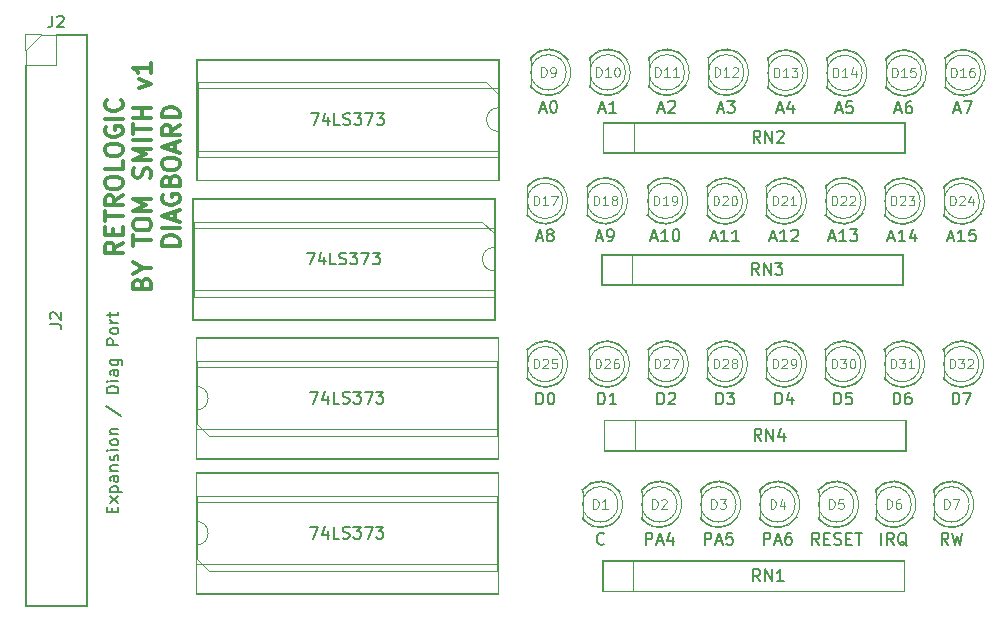
<source format=gbr>
%TF.GenerationSoftware,KiCad,Pcbnew,9.0.2*%
%TF.CreationDate,2025-06-28T21:58:16+01:00*%
%TF.ProjectId,6502ExpBoard,36353032-4578-4704-926f-6172642e6b69,rev?*%
%TF.SameCoordinates,Original*%
%TF.FileFunction,Legend,Top*%
%TF.FilePolarity,Positive*%
%FSLAX46Y46*%
G04 Gerber Fmt 4.6, Leading zero omitted, Abs format (unit mm)*
G04 Created by KiCad (PCBNEW 9.0.2) date 2025-06-28 21:58:16*
%MOMM*%
%LPD*%
G01*
G04 APERTURE LIST*
%ADD10C,0.300000*%
%ADD11C,0.150000*%
%ADD12C,0.120000*%
%ADD13C,0.100000*%
G04 APERTURE END LIST*
D10*
X81943996Y-48411229D02*
X81229710Y-48911229D01*
X81943996Y-49268372D02*
X80443996Y-49268372D01*
X80443996Y-49268372D02*
X80443996Y-48696943D01*
X80443996Y-48696943D02*
X80515425Y-48554086D01*
X80515425Y-48554086D02*
X80586853Y-48482657D01*
X80586853Y-48482657D02*
X80729710Y-48411229D01*
X80729710Y-48411229D02*
X80943996Y-48411229D01*
X80943996Y-48411229D02*
X81086853Y-48482657D01*
X81086853Y-48482657D02*
X81158282Y-48554086D01*
X81158282Y-48554086D02*
X81229710Y-48696943D01*
X81229710Y-48696943D02*
X81229710Y-49268372D01*
X81158282Y-47768372D02*
X81158282Y-47268372D01*
X81943996Y-47054086D02*
X81943996Y-47768372D01*
X81943996Y-47768372D02*
X80443996Y-47768372D01*
X80443996Y-47768372D02*
X80443996Y-47054086D01*
X80443996Y-46625514D02*
X80443996Y-45768372D01*
X81943996Y-46196943D02*
X80443996Y-46196943D01*
X81943996Y-44411229D02*
X81229710Y-44911229D01*
X81943996Y-45268372D02*
X80443996Y-45268372D01*
X80443996Y-45268372D02*
X80443996Y-44696943D01*
X80443996Y-44696943D02*
X80515425Y-44554086D01*
X80515425Y-44554086D02*
X80586853Y-44482657D01*
X80586853Y-44482657D02*
X80729710Y-44411229D01*
X80729710Y-44411229D02*
X80943996Y-44411229D01*
X80943996Y-44411229D02*
X81086853Y-44482657D01*
X81086853Y-44482657D02*
X81158282Y-44554086D01*
X81158282Y-44554086D02*
X81229710Y-44696943D01*
X81229710Y-44696943D02*
X81229710Y-45268372D01*
X80443996Y-43482657D02*
X80443996Y-43196943D01*
X80443996Y-43196943D02*
X80515425Y-43054086D01*
X80515425Y-43054086D02*
X80658282Y-42911229D01*
X80658282Y-42911229D02*
X80943996Y-42839800D01*
X80943996Y-42839800D02*
X81443996Y-42839800D01*
X81443996Y-42839800D02*
X81729710Y-42911229D01*
X81729710Y-42911229D02*
X81872568Y-43054086D01*
X81872568Y-43054086D02*
X81943996Y-43196943D01*
X81943996Y-43196943D02*
X81943996Y-43482657D01*
X81943996Y-43482657D02*
X81872568Y-43625515D01*
X81872568Y-43625515D02*
X81729710Y-43768372D01*
X81729710Y-43768372D02*
X81443996Y-43839800D01*
X81443996Y-43839800D02*
X80943996Y-43839800D01*
X80943996Y-43839800D02*
X80658282Y-43768372D01*
X80658282Y-43768372D02*
X80515425Y-43625515D01*
X80515425Y-43625515D02*
X80443996Y-43482657D01*
X81943996Y-41482657D02*
X81943996Y-42196943D01*
X81943996Y-42196943D02*
X80443996Y-42196943D01*
X80443996Y-40696942D02*
X80443996Y-40411228D01*
X80443996Y-40411228D02*
X80515425Y-40268371D01*
X80515425Y-40268371D02*
X80658282Y-40125514D01*
X80658282Y-40125514D02*
X80943996Y-40054085D01*
X80943996Y-40054085D02*
X81443996Y-40054085D01*
X81443996Y-40054085D02*
X81729710Y-40125514D01*
X81729710Y-40125514D02*
X81872568Y-40268371D01*
X81872568Y-40268371D02*
X81943996Y-40411228D01*
X81943996Y-40411228D02*
X81943996Y-40696942D01*
X81943996Y-40696942D02*
X81872568Y-40839800D01*
X81872568Y-40839800D02*
X81729710Y-40982657D01*
X81729710Y-40982657D02*
X81443996Y-41054085D01*
X81443996Y-41054085D02*
X80943996Y-41054085D01*
X80943996Y-41054085D02*
X80658282Y-40982657D01*
X80658282Y-40982657D02*
X80515425Y-40839800D01*
X80515425Y-40839800D02*
X80443996Y-40696942D01*
X80515425Y-38625513D02*
X80443996Y-38768371D01*
X80443996Y-38768371D02*
X80443996Y-38982656D01*
X80443996Y-38982656D02*
X80515425Y-39196942D01*
X80515425Y-39196942D02*
X80658282Y-39339799D01*
X80658282Y-39339799D02*
X80801139Y-39411228D01*
X80801139Y-39411228D02*
X81086853Y-39482656D01*
X81086853Y-39482656D02*
X81301139Y-39482656D01*
X81301139Y-39482656D02*
X81586853Y-39411228D01*
X81586853Y-39411228D02*
X81729710Y-39339799D01*
X81729710Y-39339799D02*
X81872568Y-39196942D01*
X81872568Y-39196942D02*
X81943996Y-38982656D01*
X81943996Y-38982656D02*
X81943996Y-38839799D01*
X81943996Y-38839799D02*
X81872568Y-38625513D01*
X81872568Y-38625513D02*
X81801139Y-38554085D01*
X81801139Y-38554085D02*
X81301139Y-38554085D01*
X81301139Y-38554085D02*
X81301139Y-38839799D01*
X81943996Y-37911228D02*
X80443996Y-37911228D01*
X81801139Y-36339799D02*
X81872568Y-36411227D01*
X81872568Y-36411227D02*
X81943996Y-36625513D01*
X81943996Y-36625513D02*
X81943996Y-36768370D01*
X81943996Y-36768370D02*
X81872568Y-36982656D01*
X81872568Y-36982656D02*
X81729710Y-37125513D01*
X81729710Y-37125513D02*
X81586853Y-37196942D01*
X81586853Y-37196942D02*
X81301139Y-37268370D01*
X81301139Y-37268370D02*
X81086853Y-37268370D01*
X81086853Y-37268370D02*
X80801139Y-37196942D01*
X80801139Y-37196942D02*
X80658282Y-37125513D01*
X80658282Y-37125513D02*
X80515425Y-36982656D01*
X80515425Y-36982656D02*
X80443996Y-36768370D01*
X80443996Y-36768370D02*
X80443996Y-36625513D01*
X80443996Y-36625513D02*
X80515425Y-36411227D01*
X80515425Y-36411227D02*
X80586853Y-36339799D01*
X83573198Y-51875514D02*
X83644626Y-51661228D01*
X83644626Y-51661228D02*
X83716055Y-51589799D01*
X83716055Y-51589799D02*
X83858912Y-51518371D01*
X83858912Y-51518371D02*
X84073198Y-51518371D01*
X84073198Y-51518371D02*
X84216055Y-51589799D01*
X84216055Y-51589799D02*
X84287484Y-51661228D01*
X84287484Y-51661228D02*
X84358912Y-51804085D01*
X84358912Y-51804085D02*
X84358912Y-52375514D01*
X84358912Y-52375514D02*
X82858912Y-52375514D01*
X82858912Y-52375514D02*
X82858912Y-51875514D01*
X82858912Y-51875514D02*
X82930341Y-51732657D01*
X82930341Y-51732657D02*
X83001769Y-51661228D01*
X83001769Y-51661228D02*
X83144626Y-51589799D01*
X83144626Y-51589799D02*
X83287484Y-51589799D01*
X83287484Y-51589799D02*
X83430341Y-51661228D01*
X83430341Y-51661228D02*
X83501769Y-51732657D01*
X83501769Y-51732657D02*
X83573198Y-51875514D01*
X83573198Y-51875514D02*
X83573198Y-52375514D01*
X83644626Y-50589799D02*
X84358912Y-50589799D01*
X82858912Y-51089799D02*
X83644626Y-50589799D01*
X83644626Y-50589799D02*
X82858912Y-50089799D01*
X82858912Y-48661228D02*
X82858912Y-47804086D01*
X84358912Y-48232657D02*
X82858912Y-48232657D01*
X82858912Y-47018371D02*
X82858912Y-46732657D01*
X82858912Y-46732657D02*
X82930341Y-46589800D01*
X82930341Y-46589800D02*
X83073198Y-46446943D01*
X83073198Y-46446943D02*
X83358912Y-46375514D01*
X83358912Y-46375514D02*
X83858912Y-46375514D01*
X83858912Y-46375514D02*
X84144626Y-46446943D01*
X84144626Y-46446943D02*
X84287484Y-46589800D01*
X84287484Y-46589800D02*
X84358912Y-46732657D01*
X84358912Y-46732657D02*
X84358912Y-47018371D01*
X84358912Y-47018371D02*
X84287484Y-47161229D01*
X84287484Y-47161229D02*
X84144626Y-47304086D01*
X84144626Y-47304086D02*
X83858912Y-47375514D01*
X83858912Y-47375514D02*
X83358912Y-47375514D01*
X83358912Y-47375514D02*
X83073198Y-47304086D01*
X83073198Y-47304086D02*
X82930341Y-47161229D01*
X82930341Y-47161229D02*
X82858912Y-47018371D01*
X84358912Y-45732657D02*
X82858912Y-45732657D01*
X82858912Y-45732657D02*
X83930341Y-45232657D01*
X83930341Y-45232657D02*
X82858912Y-44732657D01*
X82858912Y-44732657D02*
X84358912Y-44732657D01*
X84287484Y-42946942D02*
X84358912Y-42732657D01*
X84358912Y-42732657D02*
X84358912Y-42375514D01*
X84358912Y-42375514D02*
X84287484Y-42232657D01*
X84287484Y-42232657D02*
X84216055Y-42161228D01*
X84216055Y-42161228D02*
X84073198Y-42089799D01*
X84073198Y-42089799D02*
X83930341Y-42089799D01*
X83930341Y-42089799D02*
X83787484Y-42161228D01*
X83787484Y-42161228D02*
X83716055Y-42232657D01*
X83716055Y-42232657D02*
X83644626Y-42375514D01*
X83644626Y-42375514D02*
X83573198Y-42661228D01*
X83573198Y-42661228D02*
X83501769Y-42804085D01*
X83501769Y-42804085D02*
X83430341Y-42875514D01*
X83430341Y-42875514D02*
X83287484Y-42946942D01*
X83287484Y-42946942D02*
X83144626Y-42946942D01*
X83144626Y-42946942D02*
X83001769Y-42875514D01*
X83001769Y-42875514D02*
X82930341Y-42804085D01*
X82930341Y-42804085D02*
X82858912Y-42661228D01*
X82858912Y-42661228D02*
X82858912Y-42304085D01*
X82858912Y-42304085D02*
X82930341Y-42089799D01*
X84358912Y-41446943D02*
X82858912Y-41446943D01*
X82858912Y-41446943D02*
X83930341Y-40946943D01*
X83930341Y-40946943D02*
X82858912Y-40446943D01*
X82858912Y-40446943D02*
X84358912Y-40446943D01*
X84358912Y-39732657D02*
X82858912Y-39732657D01*
X82858912Y-39232656D02*
X82858912Y-38375514D01*
X84358912Y-38804085D02*
X82858912Y-38804085D01*
X84358912Y-37875514D02*
X82858912Y-37875514D01*
X83573198Y-37875514D02*
X83573198Y-37018371D01*
X84358912Y-37018371D02*
X82858912Y-37018371D01*
X83358912Y-35304085D02*
X84358912Y-34946942D01*
X84358912Y-34946942D02*
X83358912Y-34589799D01*
X84358912Y-33232656D02*
X84358912Y-34089799D01*
X84358912Y-33661228D02*
X82858912Y-33661228D01*
X82858912Y-33661228D02*
X83073198Y-33804085D01*
X83073198Y-33804085D02*
X83216055Y-33946942D01*
X83216055Y-33946942D02*
X83287484Y-34089799D01*
X86773828Y-48661228D02*
X85273828Y-48661228D01*
X85273828Y-48661228D02*
X85273828Y-48304085D01*
X85273828Y-48304085D02*
X85345257Y-48089799D01*
X85345257Y-48089799D02*
X85488114Y-47946942D01*
X85488114Y-47946942D02*
X85630971Y-47875513D01*
X85630971Y-47875513D02*
X85916685Y-47804085D01*
X85916685Y-47804085D02*
X86130971Y-47804085D01*
X86130971Y-47804085D02*
X86416685Y-47875513D01*
X86416685Y-47875513D02*
X86559542Y-47946942D01*
X86559542Y-47946942D02*
X86702400Y-48089799D01*
X86702400Y-48089799D02*
X86773828Y-48304085D01*
X86773828Y-48304085D02*
X86773828Y-48661228D01*
X86773828Y-47161228D02*
X85273828Y-47161228D01*
X86345257Y-46518370D02*
X86345257Y-45804085D01*
X86773828Y-46661227D02*
X85273828Y-46161227D01*
X85273828Y-46161227D02*
X86773828Y-45661227D01*
X85345257Y-44375513D02*
X85273828Y-44518371D01*
X85273828Y-44518371D02*
X85273828Y-44732656D01*
X85273828Y-44732656D02*
X85345257Y-44946942D01*
X85345257Y-44946942D02*
X85488114Y-45089799D01*
X85488114Y-45089799D02*
X85630971Y-45161228D01*
X85630971Y-45161228D02*
X85916685Y-45232656D01*
X85916685Y-45232656D02*
X86130971Y-45232656D01*
X86130971Y-45232656D02*
X86416685Y-45161228D01*
X86416685Y-45161228D02*
X86559542Y-45089799D01*
X86559542Y-45089799D02*
X86702400Y-44946942D01*
X86702400Y-44946942D02*
X86773828Y-44732656D01*
X86773828Y-44732656D02*
X86773828Y-44589799D01*
X86773828Y-44589799D02*
X86702400Y-44375513D01*
X86702400Y-44375513D02*
X86630971Y-44304085D01*
X86630971Y-44304085D02*
X86130971Y-44304085D01*
X86130971Y-44304085D02*
X86130971Y-44589799D01*
X85988114Y-43161228D02*
X86059542Y-42946942D01*
X86059542Y-42946942D02*
X86130971Y-42875513D01*
X86130971Y-42875513D02*
X86273828Y-42804085D01*
X86273828Y-42804085D02*
X86488114Y-42804085D01*
X86488114Y-42804085D02*
X86630971Y-42875513D01*
X86630971Y-42875513D02*
X86702400Y-42946942D01*
X86702400Y-42946942D02*
X86773828Y-43089799D01*
X86773828Y-43089799D02*
X86773828Y-43661228D01*
X86773828Y-43661228D02*
X85273828Y-43661228D01*
X85273828Y-43661228D02*
X85273828Y-43161228D01*
X85273828Y-43161228D02*
X85345257Y-43018371D01*
X85345257Y-43018371D02*
X85416685Y-42946942D01*
X85416685Y-42946942D02*
X85559542Y-42875513D01*
X85559542Y-42875513D02*
X85702400Y-42875513D01*
X85702400Y-42875513D02*
X85845257Y-42946942D01*
X85845257Y-42946942D02*
X85916685Y-43018371D01*
X85916685Y-43018371D02*
X85988114Y-43161228D01*
X85988114Y-43161228D02*
X85988114Y-43661228D01*
X85273828Y-41875513D02*
X85273828Y-41589799D01*
X85273828Y-41589799D02*
X85345257Y-41446942D01*
X85345257Y-41446942D02*
X85488114Y-41304085D01*
X85488114Y-41304085D02*
X85773828Y-41232656D01*
X85773828Y-41232656D02*
X86273828Y-41232656D01*
X86273828Y-41232656D02*
X86559542Y-41304085D01*
X86559542Y-41304085D02*
X86702400Y-41446942D01*
X86702400Y-41446942D02*
X86773828Y-41589799D01*
X86773828Y-41589799D02*
X86773828Y-41875513D01*
X86773828Y-41875513D02*
X86702400Y-42018371D01*
X86702400Y-42018371D02*
X86559542Y-42161228D01*
X86559542Y-42161228D02*
X86273828Y-42232656D01*
X86273828Y-42232656D02*
X85773828Y-42232656D01*
X85773828Y-42232656D02*
X85488114Y-42161228D01*
X85488114Y-42161228D02*
X85345257Y-42018371D01*
X85345257Y-42018371D02*
X85273828Y-41875513D01*
X86345257Y-40661227D02*
X86345257Y-39946942D01*
X86773828Y-40804084D02*
X85273828Y-40304084D01*
X85273828Y-40304084D02*
X86773828Y-39804084D01*
X86773828Y-38446942D02*
X86059542Y-38946942D01*
X86773828Y-39304085D02*
X85273828Y-39304085D01*
X85273828Y-39304085D02*
X85273828Y-38732656D01*
X85273828Y-38732656D02*
X85345257Y-38589799D01*
X85345257Y-38589799D02*
X85416685Y-38518370D01*
X85416685Y-38518370D02*
X85559542Y-38446942D01*
X85559542Y-38446942D02*
X85773828Y-38446942D01*
X85773828Y-38446942D02*
X85916685Y-38518370D01*
X85916685Y-38518370D02*
X85988114Y-38589799D01*
X85988114Y-38589799D02*
X86059542Y-38732656D01*
X86059542Y-38732656D02*
X86059542Y-39304085D01*
X86773828Y-37804085D02*
X85273828Y-37804085D01*
X85273828Y-37804085D02*
X85273828Y-37446942D01*
X85273828Y-37446942D02*
X85345257Y-37232656D01*
X85345257Y-37232656D02*
X85488114Y-37089799D01*
X85488114Y-37089799D02*
X85630971Y-37018370D01*
X85630971Y-37018370D02*
X85916685Y-36946942D01*
X85916685Y-36946942D02*
X86130971Y-36946942D01*
X86130971Y-36946942D02*
X86416685Y-37018370D01*
X86416685Y-37018370D02*
X86559542Y-37089799D01*
X86559542Y-37089799D02*
X86702400Y-37232656D01*
X86702400Y-37232656D02*
X86773828Y-37446942D01*
X86773828Y-37446942D02*
X86773828Y-37804085D01*
D11*
X97823952Y-72469819D02*
X98490618Y-72469819D01*
X98490618Y-72469819D02*
X98062047Y-73469819D01*
X99300142Y-72803152D02*
X99300142Y-73469819D01*
X99062047Y-72422200D02*
X98823952Y-73136485D01*
X98823952Y-73136485D02*
X99442999Y-73136485D01*
X100300142Y-73469819D02*
X99823952Y-73469819D01*
X99823952Y-73469819D02*
X99823952Y-72469819D01*
X100585857Y-73422200D02*
X100728714Y-73469819D01*
X100728714Y-73469819D02*
X100966809Y-73469819D01*
X100966809Y-73469819D02*
X101062047Y-73422200D01*
X101062047Y-73422200D02*
X101109666Y-73374580D01*
X101109666Y-73374580D02*
X101157285Y-73279342D01*
X101157285Y-73279342D02*
X101157285Y-73184104D01*
X101157285Y-73184104D02*
X101109666Y-73088866D01*
X101109666Y-73088866D02*
X101062047Y-73041247D01*
X101062047Y-73041247D02*
X100966809Y-72993628D01*
X100966809Y-72993628D02*
X100776333Y-72946009D01*
X100776333Y-72946009D02*
X100681095Y-72898390D01*
X100681095Y-72898390D02*
X100633476Y-72850771D01*
X100633476Y-72850771D02*
X100585857Y-72755533D01*
X100585857Y-72755533D02*
X100585857Y-72660295D01*
X100585857Y-72660295D02*
X100633476Y-72565057D01*
X100633476Y-72565057D02*
X100681095Y-72517438D01*
X100681095Y-72517438D02*
X100776333Y-72469819D01*
X100776333Y-72469819D02*
X101014428Y-72469819D01*
X101014428Y-72469819D02*
X101157285Y-72517438D01*
X101490619Y-72469819D02*
X102109666Y-72469819D01*
X102109666Y-72469819D02*
X101776333Y-72850771D01*
X101776333Y-72850771D02*
X101919190Y-72850771D01*
X101919190Y-72850771D02*
X102014428Y-72898390D01*
X102014428Y-72898390D02*
X102062047Y-72946009D01*
X102062047Y-72946009D02*
X102109666Y-73041247D01*
X102109666Y-73041247D02*
X102109666Y-73279342D01*
X102109666Y-73279342D02*
X102062047Y-73374580D01*
X102062047Y-73374580D02*
X102014428Y-73422200D01*
X102014428Y-73422200D02*
X101919190Y-73469819D01*
X101919190Y-73469819D02*
X101633476Y-73469819D01*
X101633476Y-73469819D02*
X101538238Y-73422200D01*
X101538238Y-73422200D02*
X101490619Y-73374580D01*
X102443000Y-72469819D02*
X103109666Y-72469819D01*
X103109666Y-72469819D02*
X102681095Y-73469819D01*
X103395381Y-72469819D02*
X104014428Y-72469819D01*
X104014428Y-72469819D02*
X103681095Y-72850771D01*
X103681095Y-72850771D02*
X103823952Y-72850771D01*
X103823952Y-72850771D02*
X103919190Y-72898390D01*
X103919190Y-72898390D02*
X103966809Y-72946009D01*
X103966809Y-72946009D02*
X104014428Y-73041247D01*
X104014428Y-73041247D02*
X104014428Y-73279342D01*
X104014428Y-73279342D02*
X103966809Y-73374580D01*
X103966809Y-73374580D02*
X103919190Y-73422200D01*
X103919190Y-73422200D02*
X103823952Y-73469819D01*
X103823952Y-73469819D02*
X103538238Y-73469819D01*
X103538238Y-73469819D02*
X103443000Y-73422200D01*
X103443000Y-73422200D02*
X103395381Y-73374580D01*
X132330714Y-37129104D02*
X132806904Y-37129104D01*
X132235476Y-37414819D02*
X132568809Y-36414819D01*
X132568809Y-36414819D02*
X132902142Y-37414819D01*
X133140238Y-36414819D02*
X133759285Y-36414819D01*
X133759285Y-36414819D02*
X133425952Y-36795771D01*
X133425952Y-36795771D02*
X133568809Y-36795771D01*
X133568809Y-36795771D02*
X133664047Y-36843390D01*
X133664047Y-36843390D02*
X133711666Y-36891009D01*
X133711666Y-36891009D02*
X133759285Y-36986247D01*
X133759285Y-36986247D02*
X133759285Y-37224342D01*
X133759285Y-37224342D02*
X133711666Y-37319580D01*
X133711666Y-37319580D02*
X133664047Y-37367200D01*
X133664047Y-37367200D02*
X133568809Y-37414819D01*
X133568809Y-37414819D02*
X133283095Y-37414819D01*
X133283095Y-37414819D02*
X133187857Y-37367200D01*
X133187857Y-37367200D02*
X133140238Y-37319580D01*
D12*
X132073571Y-34363855D02*
X132073571Y-33563855D01*
X132073571Y-33563855D02*
X132264047Y-33563855D01*
X132264047Y-33563855D02*
X132378333Y-33601950D01*
X132378333Y-33601950D02*
X132454523Y-33678140D01*
X132454523Y-33678140D02*
X132492618Y-33754331D01*
X132492618Y-33754331D02*
X132530714Y-33906712D01*
X132530714Y-33906712D02*
X132530714Y-34020998D01*
X132530714Y-34020998D02*
X132492618Y-34173379D01*
X132492618Y-34173379D02*
X132454523Y-34249569D01*
X132454523Y-34249569D02*
X132378333Y-34325760D01*
X132378333Y-34325760D02*
X132264047Y-34363855D01*
X132264047Y-34363855D02*
X132073571Y-34363855D01*
X133292618Y-34363855D02*
X132835475Y-34363855D01*
X133064047Y-34363855D02*
X133064047Y-33563855D01*
X133064047Y-33563855D02*
X132987856Y-33678140D01*
X132987856Y-33678140D02*
X132911666Y-33754331D01*
X132911666Y-33754331D02*
X132835475Y-33792426D01*
X133597380Y-33640045D02*
X133635476Y-33601950D01*
X133635476Y-33601950D02*
X133711666Y-33563855D01*
X133711666Y-33563855D02*
X133902142Y-33563855D01*
X133902142Y-33563855D02*
X133978333Y-33601950D01*
X133978333Y-33601950D02*
X134016428Y-33640045D01*
X134016428Y-33640045D02*
X134054523Y-33716236D01*
X134054523Y-33716236D02*
X134054523Y-33792426D01*
X134054523Y-33792426D02*
X134016428Y-33906712D01*
X134016428Y-33906712D02*
X133559285Y-34363855D01*
X133559285Y-34363855D02*
X134054523Y-34363855D01*
D11*
X141779524Y-48004104D02*
X142255714Y-48004104D01*
X141684286Y-48289819D02*
X142017619Y-47289819D01*
X142017619Y-47289819D02*
X142350952Y-48289819D01*
X143208095Y-48289819D02*
X142636667Y-48289819D01*
X142922381Y-48289819D02*
X142922381Y-47289819D01*
X142922381Y-47289819D02*
X142827143Y-47432676D01*
X142827143Y-47432676D02*
X142731905Y-47527914D01*
X142731905Y-47527914D02*
X142636667Y-47575533D01*
X143541429Y-47289819D02*
X144160476Y-47289819D01*
X144160476Y-47289819D02*
X143827143Y-47670771D01*
X143827143Y-47670771D02*
X143970000Y-47670771D01*
X143970000Y-47670771D02*
X144065238Y-47718390D01*
X144065238Y-47718390D02*
X144112857Y-47766009D01*
X144112857Y-47766009D02*
X144160476Y-47861247D01*
X144160476Y-47861247D02*
X144160476Y-48099342D01*
X144160476Y-48099342D02*
X144112857Y-48194580D01*
X144112857Y-48194580D02*
X144065238Y-48242200D01*
X144065238Y-48242200D02*
X143970000Y-48289819D01*
X143970000Y-48289819D02*
X143684286Y-48289819D01*
X143684286Y-48289819D02*
X143589048Y-48242200D01*
X143589048Y-48242200D02*
X143541429Y-48194580D01*
D12*
X141998571Y-45238855D02*
X141998571Y-44438855D01*
X141998571Y-44438855D02*
X142189047Y-44438855D01*
X142189047Y-44438855D02*
X142303333Y-44476950D01*
X142303333Y-44476950D02*
X142379523Y-44553140D01*
X142379523Y-44553140D02*
X142417618Y-44629331D01*
X142417618Y-44629331D02*
X142455714Y-44781712D01*
X142455714Y-44781712D02*
X142455714Y-44895998D01*
X142455714Y-44895998D02*
X142417618Y-45048379D01*
X142417618Y-45048379D02*
X142379523Y-45124569D01*
X142379523Y-45124569D02*
X142303333Y-45200760D01*
X142303333Y-45200760D02*
X142189047Y-45238855D01*
X142189047Y-45238855D02*
X141998571Y-45238855D01*
X142760475Y-44515045D02*
X142798571Y-44476950D01*
X142798571Y-44476950D02*
X142874761Y-44438855D01*
X142874761Y-44438855D02*
X143065237Y-44438855D01*
X143065237Y-44438855D02*
X143141428Y-44476950D01*
X143141428Y-44476950D02*
X143179523Y-44515045D01*
X143179523Y-44515045D02*
X143217618Y-44591236D01*
X143217618Y-44591236D02*
X143217618Y-44667426D01*
X143217618Y-44667426D02*
X143179523Y-44781712D01*
X143179523Y-44781712D02*
X142722380Y-45238855D01*
X142722380Y-45238855D02*
X143217618Y-45238855D01*
X143522380Y-44515045D02*
X143560476Y-44476950D01*
X143560476Y-44476950D02*
X143636666Y-44438855D01*
X143636666Y-44438855D02*
X143827142Y-44438855D01*
X143827142Y-44438855D02*
X143903333Y-44476950D01*
X143903333Y-44476950D02*
X143941428Y-44515045D01*
X143941428Y-44515045D02*
X143979523Y-44591236D01*
X143979523Y-44591236D02*
X143979523Y-44667426D01*
X143979523Y-44667426D02*
X143941428Y-44781712D01*
X143941428Y-44781712D02*
X143484285Y-45238855D01*
X143484285Y-45238855D02*
X143979523Y-45238855D01*
D11*
X122305714Y-37129104D02*
X122781904Y-37129104D01*
X122210476Y-37414819D02*
X122543809Y-36414819D01*
X122543809Y-36414819D02*
X122877142Y-37414819D01*
X123734285Y-37414819D02*
X123162857Y-37414819D01*
X123448571Y-37414819D02*
X123448571Y-36414819D01*
X123448571Y-36414819D02*
X123353333Y-36557676D01*
X123353333Y-36557676D02*
X123258095Y-36652914D01*
X123258095Y-36652914D02*
X123162857Y-36700533D01*
D12*
X122048571Y-34363855D02*
X122048571Y-33563855D01*
X122048571Y-33563855D02*
X122239047Y-33563855D01*
X122239047Y-33563855D02*
X122353333Y-33601950D01*
X122353333Y-33601950D02*
X122429523Y-33678140D01*
X122429523Y-33678140D02*
X122467618Y-33754331D01*
X122467618Y-33754331D02*
X122505714Y-33906712D01*
X122505714Y-33906712D02*
X122505714Y-34020998D01*
X122505714Y-34020998D02*
X122467618Y-34173379D01*
X122467618Y-34173379D02*
X122429523Y-34249569D01*
X122429523Y-34249569D02*
X122353333Y-34325760D01*
X122353333Y-34325760D02*
X122239047Y-34363855D01*
X122239047Y-34363855D02*
X122048571Y-34363855D01*
X123267618Y-34363855D02*
X122810475Y-34363855D01*
X123039047Y-34363855D02*
X123039047Y-33563855D01*
X123039047Y-33563855D02*
X122962856Y-33678140D01*
X122962856Y-33678140D02*
X122886666Y-33754331D01*
X122886666Y-33754331D02*
X122810475Y-33792426D01*
X123762857Y-33563855D02*
X123839047Y-33563855D01*
X123839047Y-33563855D02*
X123915238Y-33601950D01*
X123915238Y-33601950D02*
X123953333Y-33640045D01*
X123953333Y-33640045D02*
X123991428Y-33716236D01*
X123991428Y-33716236D02*
X124029523Y-33868617D01*
X124029523Y-33868617D02*
X124029523Y-34059093D01*
X124029523Y-34059093D02*
X123991428Y-34211474D01*
X123991428Y-34211474D02*
X123953333Y-34287664D01*
X123953333Y-34287664D02*
X123915238Y-34325760D01*
X123915238Y-34325760D02*
X123839047Y-34363855D01*
X123839047Y-34363855D02*
X123762857Y-34363855D01*
X123762857Y-34363855D02*
X123686666Y-34325760D01*
X123686666Y-34325760D02*
X123648571Y-34287664D01*
X123648571Y-34287664D02*
X123610476Y-34211474D01*
X123610476Y-34211474D02*
X123572380Y-34059093D01*
X123572380Y-34059093D02*
X123572380Y-33868617D01*
X123572380Y-33868617D02*
X123610476Y-33716236D01*
X123610476Y-33716236D02*
X123648571Y-33640045D01*
X123648571Y-33640045D02*
X123686666Y-33601950D01*
X123686666Y-33601950D02*
X123762857Y-33563855D01*
D11*
X127305714Y-37129104D02*
X127781904Y-37129104D01*
X127210476Y-37414819D02*
X127543809Y-36414819D01*
X127543809Y-36414819D02*
X127877142Y-37414819D01*
X128162857Y-36510057D02*
X128210476Y-36462438D01*
X128210476Y-36462438D02*
X128305714Y-36414819D01*
X128305714Y-36414819D02*
X128543809Y-36414819D01*
X128543809Y-36414819D02*
X128639047Y-36462438D01*
X128639047Y-36462438D02*
X128686666Y-36510057D01*
X128686666Y-36510057D02*
X128734285Y-36605295D01*
X128734285Y-36605295D02*
X128734285Y-36700533D01*
X128734285Y-36700533D02*
X128686666Y-36843390D01*
X128686666Y-36843390D02*
X128115238Y-37414819D01*
X128115238Y-37414819D02*
X128734285Y-37414819D01*
D12*
X127048571Y-34363855D02*
X127048571Y-33563855D01*
X127048571Y-33563855D02*
X127239047Y-33563855D01*
X127239047Y-33563855D02*
X127353333Y-33601950D01*
X127353333Y-33601950D02*
X127429523Y-33678140D01*
X127429523Y-33678140D02*
X127467618Y-33754331D01*
X127467618Y-33754331D02*
X127505714Y-33906712D01*
X127505714Y-33906712D02*
X127505714Y-34020998D01*
X127505714Y-34020998D02*
X127467618Y-34173379D01*
X127467618Y-34173379D02*
X127429523Y-34249569D01*
X127429523Y-34249569D02*
X127353333Y-34325760D01*
X127353333Y-34325760D02*
X127239047Y-34363855D01*
X127239047Y-34363855D02*
X127048571Y-34363855D01*
X128267618Y-34363855D02*
X127810475Y-34363855D01*
X128039047Y-34363855D02*
X128039047Y-33563855D01*
X128039047Y-33563855D02*
X127962856Y-33678140D01*
X127962856Y-33678140D02*
X127886666Y-33754331D01*
X127886666Y-33754331D02*
X127810475Y-33792426D01*
X129029523Y-34363855D02*
X128572380Y-34363855D01*
X128800952Y-34363855D02*
X128800952Y-33563855D01*
X128800952Y-33563855D02*
X128724761Y-33678140D01*
X128724761Y-33678140D02*
X128648571Y-33754331D01*
X128648571Y-33754331D02*
X128572380Y-33792426D01*
D11*
X142355714Y-37179104D02*
X142831904Y-37179104D01*
X142260476Y-37464819D02*
X142593809Y-36464819D01*
X142593809Y-36464819D02*
X142927142Y-37464819D01*
X143736666Y-36464819D02*
X143260476Y-36464819D01*
X143260476Y-36464819D02*
X143212857Y-36941009D01*
X143212857Y-36941009D02*
X143260476Y-36893390D01*
X143260476Y-36893390D02*
X143355714Y-36845771D01*
X143355714Y-36845771D02*
X143593809Y-36845771D01*
X143593809Y-36845771D02*
X143689047Y-36893390D01*
X143689047Y-36893390D02*
X143736666Y-36941009D01*
X143736666Y-36941009D02*
X143784285Y-37036247D01*
X143784285Y-37036247D02*
X143784285Y-37274342D01*
X143784285Y-37274342D02*
X143736666Y-37369580D01*
X143736666Y-37369580D02*
X143689047Y-37417200D01*
X143689047Y-37417200D02*
X143593809Y-37464819D01*
X143593809Y-37464819D02*
X143355714Y-37464819D01*
X143355714Y-37464819D02*
X143260476Y-37417200D01*
X143260476Y-37417200D02*
X143212857Y-37369580D01*
D12*
X142098571Y-34413855D02*
X142098571Y-33613855D01*
X142098571Y-33613855D02*
X142289047Y-33613855D01*
X142289047Y-33613855D02*
X142403333Y-33651950D01*
X142403333Y-33651950D02*
X142479523Y-33728140D01*
X142479523Y-33728140D02*
X142517618Y-33804331D01*
X142517618Y-33804331D02*
X142555714Y-33956712D01*
X142555714Y-33956712D02*
X142555714Y-34070998D01*
X142555714Y-34070998D02*
X142517618Y-34223379D01*
X142517618Y-34223379D02*
X142479523Y-34299569D01*
X142479523Y-34299569D02*
X142403333Y-34375760D01*
X142403333Y-34375760D02*
X142289047Y-34413855D01*
X142289047Y-34413855D02*
X142098571Y-34413855D01*
X143317618Y-34413855D02*
X142860475Y-34413855D01*
X143089047Y-34413855D02*
X143089047Y-33613855D01*
X143089047Y-33613855D02*
X143012856Y-33728140D01*
X143012856Y-33728140D02*
X142936666Y-33804331D01*
X142936666Y-33804331D02*
X142860475Y-33842426D01*
X144003333Y-33880521D02*
X144003333Y-34413855D01*
X143812857Y-33575760D02*
X143622380Y-34147188D01*
X143622380Y-34147188D02*
X144117619Y-34147188D01*
D11*
X137216905Y-62114819D02*
X137216905Y-61114819D01*
X137216905Y-61114819D02*
X137455000Y-61114819D01*
X137455000Y-61114819D02*
X137597857Y-61162438D01*
X137597857Y-61162438D02*
X137693095Y-61257676D01*
X137693095Y-61257676D02*
X137740714Y-61352914D01*
X137740714Y-61352914D02*
X137788333Y-61543390D01*
X137788333Y-61543390D02*
X137788333Y-61686247D01*
X137788333Y-61686247D02*
X137740714Y-61876723D01*
X137740714Y-61876723D02*
X137693095Y-61971961D01*
X137693095Y-61971961D02*
X137597857Y-62067200D01*
X137597857Y-62067200D02*
X137455000Y-62114819D01*
X137455000Y-62114819D02*
X137216905Y-62114819D01*
X138645476Y-61448152D02*
X138645476Y-62114819D01*
X138407381Y-61067200D02*
X138169286Y-61781485D01*
X138169286Y-61781485D02*
X138788333Y-61781485D01*
D12*
X136983571Y-59063855D02*
X136983571Y-58263855D01*
X136983571Y-58263855D02*
X137174047Y-58263855D01*
X137174047Y-58263855D02*
X137288333Y-58301950D01*
X137288333Y-58301950D02*
X137364523Y-58378140D01*
X137364523Y-58378140D02*
X137402618Y-58454331D01*
X137402618Y-58454331D02*
X137440714Y-58606712D01*
X137440714Y-58606712D02*
X137440714Y-58720998D01*
X137440714Y-58720998D02*
X137402618Y-58873379D01*
X137402618Y-58873379D02*
X137364523Y-58949569D01*
X137364523Y-58949569D02*
X137288333Y-59025760D01*
X137288333Y-59025760D02*
X137174047Y-59063855D01*
X137174047Y-59063855D02*
X136983571Y-59063855D01*
X137745475Y-58340045D02*
X137783571Y-58301950D01*
X137783571Y-58301950D02*
X137859761Y-58263855D01*
X137859761Y-58263855D02*
X138050237Y-58263855D01*
X138050237Y-58263855D02*
X138126428Y-58301950D01*
X138126428Y-58301950D02*
X138164523Y-58340045D01*
X138164523Y-58340045D02*
X138202618Y-58416236D01*
X138202618Y-58416236D02*
X138202618Y-58492426D01*
X138202618Y-58492426D02*
X138164523Y-58606712D01*
X138164523Y-58606712D02*
X137707380Y-59063855D01*
X137707380Y-59063855D02*
X138202618Y-59063855D01*
X138583571Y-59063855D02*
X138735952Y-59063855D01*
X138735952Y-59063855D02*
X138812142Y-59025760D01*
X138812142Y-59025760D02*
X138850238Y-58987664D01*
X138850238Y-58987664D02*
X138926428Y-58873379D01*
X138926428Y-58873379D02*
X138964523Y-58720998D01*
X138964523Y-58720998D02*
X138964523Y-58416236D01*
X138964523Y-58416236D02*
X138926428Y-58340045D01*
X138926428Y-58340045D02*
X138888333Y-58301950D01*
X138888333Y-58301950D02*
X138812142Y-58263855D01*
X138812142Y-58263855D02*
X138659761Y-58263855D01*
X138659761Y-58263855D02*
X138583571Y-58301950D01*
X138583571Y-58301950D02*
X138545476Y-58340045D01*
X138545476Y-58340045D02*
X138507380Y-58416236D01*
X138507380Y-58416236D02*
X138507380Y-58606712D01*
X138507380Y-58606712D02*
X138545476Y-58682902D01*
X138545476Y-58682902D02*
X138583571Y-58720998D01*
X138583571Y-58720998D02*
X138659761Y-58759093D01*
X138659761Y-58759093D02*
X138812142Y-58759093D01*
X138812142Y-58759093D02*
X138888333Y-58720998D01*
X138888333Y-58720998D02*
X138926428Y-58682902D01*
X138926428Y-58682902D02*
X138964523Y-58606712D01*
D11*
X147216905Y-62114819D02*
X147216905Y-61114819D01*
X147216905Y-61114819D02*
X147455000Y-61114819D01*
X147455000Y-61114819D02*
X147597857Y-61162438D01*
X147597857Y-61162438D02*
X147693095Y-61257676D01*
X147693095Y-61257676D02*
X147740714Y-61352914D01*
X147740714Y-61352914D02*
X147788333Y-61543390D01*
X147788333Y-61543390D02*
X147788333Y-61686247D01*
X147788333Y-61686247D02*
X147740714Y-61876723D01*
X147740714Y-61876723D02*
X147693095Y-61971961D01*
X147693095Y-61971961D02*
X147597857Y-62067200D01*
X147597857Y-62067200D02*
X147455000Y-62114819D01*
X147455000Y-62114819D02*
X147216905Y-62114819D01*
X148645476Y-61114819D02*
X148455000Y-61114819D01*
X148455000Y-61114819D02*
X148359762Y-61162438D01*
X148359762Y-61162438D02*
X148312143Y-61210057D01*
X148312143Y-61210057D02*
X148216905Y-61352914D01*
X148216905Y-61352914D02*
X148169286Y-61543390D01*
X148169286Y-61543390D02*
X148169286Y-61924342D01*
X148169286Y-61924342D02*
X148216905Y-62019580D01*
X148216905Y-62019580D02*
X148264524Y-62067200D01*
X148264524Y-62067200D02*
X148359762Y-62114819D01*
X148359762Y-62114819D02*
X148550238Y-62114819D01*
X148550238Y-62114819D02*
X148645476Y-62067200D01*
X148645476Y-62067200D02*
X148693095Y-62019580D01*
X148693095Y-62019580D02*
X148740714Y-61924342D01*
X148740714Y-61924342D02*
X148740714Y-61686247D01*
X148740714Y-61686247D02*
X148693095Y-61591009D01*
X148693095Y-61591009D02*
X148645476Y-61543390D01*
X148645476Y-61543390D02*
X148550238Y-61495771D01*
X148550238Y-61495771D02*
X148359762Y-61495771D01*
X148359762Y-61495771D02*
X148264524Y-61543390D01*
X148264524Y-61543390D02*
X148216905Y-61591009D01*
X148216905Y-61591009D02*
X148169286Y-61686247D01*
D12*
X146983571Y-59063855D02*
X146983571Y-58263855D01*
X146983571Y-58263855D02*
X147174047Y-58263855D01*
X147174047Y-58263855D02*
X147288333Y-58301950D01*
X147288333Y-58301950D02*
X147364523Y-58378140D01*
X147364523Y-58378140D02*
X147402618Y-58454331D01*
X147402618Y-58454331D02*
X147440714Y-58606712D01*
X147440714Y-58606712D02*
X147440714Y-58720998D01*
X147440714Y-58720998D02*
X147402618Y-58873379D01*
X147402618Y-58873379D02*
X147364523Y-58949569D01*
X147364523Y-58949569D02*
X147288333Y-59025760D01*
X147288333Y-59025760D02*
X147174047Y-59063855D01*
X147174047Y-59063855D02*
X146983571Y-59063855D01*
X147707380Y-58263855D02*
X148202618Y-58263855D01*
X148202618Y-58263855D02*
X147935952Y-58568617D01*
X147935952Y-58568617D02*
X148050237Y-58568617D01*
X148050237Y-58568617D02*
X148126428Y-58606712D01*
X148126428Y-58606712D02*
X148164523Y-58644807D01*
X148164523Y-58644807D02*
X148202618Y-58720998D01*
X148202618Y-58720998D02*
X148202618Y-58911474D01*
X148202618Y-58911474D02*
X148164523Y-58987664D01*
X148164523Y-58987664D02*
X148126428Y-59025760D01*
X148126428Y-59025760D02*
X148050237Y-59063855D01*
X148050237Y-59063855D02*
X147821666Y-59063855D01*
X147821666Y-59063855D02*
X147745475Y-59025760D01*
X147745475Y-59025760D02*
X147707380Y-58987664D01*
X148964523Y-59063855D02*
X148507380Y-59063855D01*
X148735952Y-59063855D02*
X148735952Y-58263855D01*
X148735952Y-58263855D02*
X148659761Y-58378140D01*
X148659761Y-58378140D02*
X148583571Y-58454331D01*
X148583571Y-58454331D02*
X148507380Y-58492426D01*
D11*
X126223333Y-73989819D02*
X126223333Y-72989819D01*
X126223333Y-72989819D02*
X126604285Y-72989819D01*
X126604285Y-72989819D02*
X126699523Y-73037438D01*
X126699523Y-73037438D02*
X126747142Y-73085057D01*
X126747142Y-73085057D02*
X126794761Y-73180295D01*
X126794761Y-73180295D02*
X126794761Y-73323152D01*
X126794761Y-73323152D02*
X126747142Y-73418390D01*
X126747142Y-73418390D02*
X126699523Y-73466009D01*
X126699523Y-73466009D02*
X126604285Y-73513628D01*
X126604285Y-73513628D02*
X126223333Y-73513628D01*
X127175714Y-73704104D02*
X127651904Y-73704104D01*
X127080476Y-73989819D02*
X127413809Y-72989819D01*
X127413809Y-72989819D02*
X127747142Y-73989819D01*
X128509047Y-73323152D02*
X128509047Y-73989819D01*
X128270952Y-72942200D02*
X128032857Y-73656485D01*
X128032857Y-73656485D02*
X128651904Y-73656485D01*
D12*
X126799524Y-70938855D02*
X126799524Y-70138855D01*
X126799524Y-70138855D02*
X126990000Y-70138855D01*
X126990000Y-70138855D02*
X127104286Y-70176950D01*
X127104286Y-70176950D02*
X127180476Y-70253140D01*
X127180476Y-70253140D02*
X127218571Y-70329331D01*
X127218571Y-70329331D02*
X127256667Y-70481712D01*
X127256667Y-70481712D02*
X127256667Y-70595998D01*
X127256667Y-70595998D02*
X127218571Y-70748379D01*
X127218571Y-70748379D02*
X127180476Y-70824569D01*
X127180476Y-70824569D02*
X127104286Y-70900760D01*
X127104286Y-70900760D02*
X126990000Y-70938855D01*
X126990000Y-70938855D02*
X126799524Y-70938855D01*
X127561428Y-70215045D02*
X127599524Y-70176950D01*
X127599524Y-70176950D02*
X127675714Y-70138855D01*
X127675714Y-70138855D02*
X127866190Y-70138855D01*
X127866190Y-70138855D02*
X127942381Y-70176950D01*
X127942381Y-70176950D02*
X127980476Y-70215045D01*
X127980476Y-70215045D02*
X128018571Y-70291236D01*
X128018571Y-70291236D02*
X128018571Y-70367426D01*
X128018571Y-70367426D02*
X127980476Y-70481712D01*
X127980476Y-70481712D02*
X127523333Y-70938855D01*
X127523333Y-70938855D02*
X128018571Y-70938855D01*
D11*
X97880952Y-37454819D02*
X98547618Y-37454819D01*
X98547618Y-37454819D02*
X98119047Y-38454819D01*
X99357142Y-37788152D02*
X99357142Y-38454819D01*
X99119047Y-37407200D02*
X98880952Y-38121485D01*
X98880952Y-38121485D02*
X99499999Y-38121485D01*
X100357142Y-38454819D02*
X99880952Y-38454819D01*
X99880952Y-38454819D02*
X99880952Y-37454819D01*
X100642857Y-38407200D02*
X100785714Y-38454819D01*
X100785714Y-38454819D02*
X101023809Y-38454819D01*
X101023809Y-38454819D02*
X101119047Y-38407200D01*
X101119047Y-38407200D02*
X101166666Y-38359580D01*
X101166666Y-38359580D02*
X101214285Y-38264342D01*
X101214285Y-38264342D02*
X101214285Y-38169104D01*
X101214285Y-38169104D02*
X101166666Y-38073866D01*
X101166666Y-38073866D02*
X101119047Y-38026247D01*
X101119047Y-38026247D02*
X101023809Y-37978628D01*
X101023809Y-37978628D02*
X100833333Y-37931009D01*
X100833333Y-37931009D02*
X100738095Y-37883390D01*
X100738095Y-37883390D02*
X100690476Y-37835771D01*
X100690476Y-37835771D02*
X100642857Y-37740533D01*
X100642857Y-37740533D02*
X100642857Y-37645295D01*
X100642857Y-37645295D02*
X100690476Y-37550057D01*
X100690476Y-37550057D02*
X100738095Y-37502438D01*
X100738095Y-37502438D02*
X100833333Y-37454819D01*
X100833333Y-37454819D02*
X101071428Y-37454819D01*
X101071428Y-37454819D02*
X101214285Y-37502438D01*
X101547619Y-37454819D02*
X102166666Y-37454819D01*
X102166666Y-37454819D02*
X101833333Y-37835771D01*
X101833333Y-37835771D02*
X101976190Y-37835771D01*
X101976190Y-37835771D02*
X102071428Y-37883390D01*
X102071428Y-37883390D02*
X102119047Y-37931009D01*
X102119047Y-37931009D02*
X102166666Y-38026247D01*
X102166666Y-38026247D02*
X102166666Y-38264342D01*
X102166666Y-38264342D02*
X102119047Y-38359580D01*
X102119047Y-38359580D02*
X102071428Y-38407200D01*
X102071428Y-38407200D02*
X101976190Y-38454819D01*
X101976190Y-38454819D02*
X101690476Y-38454819D01*
X101690476Y-38454819D02*
X101595238Y-38407200D01*
X101595238Y-38407200D02*
X101547619Y-38359580D01*
X102500000Y-37454819D02*
X103166666Y-37454819D01*
X103166666Y-37454819D02*
X102738095Y-38454819D01*
X103452381Y-37454819D02*
X104071428Y-37454819D01*
X104071428Y-37454819D02*
X103738095Y-37835771D01*
X103738095Y-37835771D02*
X103880952Y-37835771D01*
X103880952Y-37835771D02*
X103976190Y-37883390D01*
X103976190Y-37883390D02*
X104023809Y-37931009D01*
X104023809Y-37931009D02*
X104071428Y-38026247D01*
X104071428Y-38026247D02*
X104071428Y-38264342D01*
X104071428Y-38264342D02*
X104023809Y-38359580D01*
X104023809Y-38359580D02*
X103976190Y-38407200D01*
X103976190Y-38407200D02*
X103880952Y-38454819D01*
X103880952Y-38454819D02*
X103595238Y-38454819D01*
X103595238Y-38454819D02*
X103500000Y-38407200D01*
X103500000Y-38407200D02*
X103452381Y-38359580D01*
X146196191Y-73989819D02*
X146196191Y-72989819D01*
X147243809Y-73989819D02*
X146910476Y-73513628D01*
X146672381Y-73989819D02*
X146672381Y-72989819D01*
X146672381Y-72989819D02*
X147053333Y-72989819D01*
X147053333Y-72989819D02*
X147148571Y-73037438D01*
X147148571Y-73037438D02*
X147196190Y-73085057D01*
X147196190Y-73085057D02*
X147243809Y-73180295D01*
X147243809Y-73180295D02*
X147243809Y-73323152D01*
X147243809Y-73323152D02*
X147196190Y-73418390D01*
X147196190Y-73418390D02*
X147148571Y-73466009D01*
X147148571Y-73466009D02*
X147053333Y-73513628D01*
X147053333Y-73513628D02*
X146672381Y-73513628D01*
X148339047Y-74085057D02*
X148243809Y-74037438D01*
X148243809Y-74037438D02*
X148148571Y-73942200D01*
X148148571Y-73942200D02*
X148005714Y-73799342D01*
X148005714Y-73799342D02*
X147910476Y-73751723D01*
X147910476Y-73751723D02*
X147815238Y-73751723D01*
X147862857Y-73989819D02*
X147767619Y-73942200D01*
X147767619Y-73942200D02*
X147672381Y-73846961D01*
X147672381Y-73846961D02*
X147624762Y-73656485D01*
X147624762Y-73656485D02*
X147624762Y-73323152D01*
X147624762Y-73323152D02*
X147672381Y-73132676D01*
X147672381Y-73132676D02*
X147767619Y-73037438D01*
X147767619Y-73037438D02*
X147862857Y-72989819D01*
X147862857Y-72989819D02*
X148053333Y-72989819D01*
X148053333Y-72989819D02*
X148148571Y-73037438D01*
X148148571Y-73037438D02*
X148243809Y-73132676D01*
X148243809Y-73132676D02*
X148291428Y-73323152D01*
X148291428Y-73323152D02*
X148291428Y-73656485D01*
X148291428Y-73656485D02*
X148243809Y-73846961D01*
X148243809Y-73846961D02*
X148148571Y-73942200D01*
X148148571Y-73942200D02*
X148053333Y-73989819D01*
X148053333Y-73989819D02*
X147862857Y-73989819D01*
D12*
X146629524Y-70938855D02*
X146629524Y-70138855D01*
X146629524Y-70138855D02*
X146820000Y-70138855D01*
X146820000Y-70138855D02*
X146934286Y-70176950D01*
X146934286Y-70176950D02*
X147010476Y-70253140D01*
X147010476Y-70253140D02*
X147048571Y-70329331D01*
X147048571Y-70329331D02*
X147086667Y-70481712D01*
X147086667Y-70481712D02*
X147086667Y-70595998D01*
X147086667Y-70595998D02*
X147048571Y-70748379D01*
X147048571Y-70748379D02*
X147010476Y-70824569D01*
X147010476Y-70824569D02*
X146934286Y-70900760D01*
X146934286Y-70900760D02*
X146820000Y-70938855D01*
X146820000Y-70938855D02*
X146629524Y-70938855D01*
X147772381Y-70138855D02*
X147620000Y-70138855D01*
X147620000Y-70138855D02*
X147543809Y-70176950D01*
X147543809Y-70176950D02*
X147505714Y-70215045D01*
X147505714Y-70215045D02*
X147429524Y-70329331D01*
X147429524Y-70329331D02*
X147391428Y-70481712D01*
X147391428Y-70481712D02*
X147391428Y-70786474D01*
X147391428Y-70786474D02*
X147429524Y-70862664D01*
X147429524Y-70862664D02*
X147467619Y-70900760D01*
X147467619Y-70900760D02*
X147543809Y-70938855D01*
X147543809Y-70938855D02*
X147696190Y-70938855D01*
X147696190Y-70938855D02*
X147772381Y-70900760D01*
X147772381Y-70900760D02*
X147810476Y-70862664D01*
X147810476Y-70862664D02*
X147848571Y-70786474D01*
X147848571Y-70786474D02*
X147848571Y-70595998D01*
X147848571Y-70595998D02*
X147810476Y-70519807D01*
X147810476Y-70519807D02*
X147772381Y-70481712D01*
X147772381Y-70481712D02*
X147696190Y-70443617D01*
X147696190Y-70443617D02*
X147543809Y-70443617D01*
X147543809Y-70443617D02*
X147467619Y-70481712D01*
X147467619Y-70481712D02*
X147429524Y-70519807D01*
X147429524Y-70519807D02*
X147391428Y-70595998D01*
D11*
X122699523Y-73894580D02*
X122651904Y-73942200D01*
X122651904Y-73942200D02*
X122509047Y-73989819D01*
X122509047Y-73989819D02*
X122413809Y-73989819D01*
X122413809Y-73989819D02*
X122270952Y-73942200D01*
X122270952Y-73942200D02*
X122175714Y-73846961D01*
X122175714Y-73846961D02*
X122128095Y-73751723D01*
X122128095Y-73751723D02*
X122080476Y-73561247D01*
X122080476Y-73561247D02*
X122080476Y-73418390D01*
X122080476Y-73418390D02*
X122128095Y-73227914D01*
X122128095Y-73227914D02*
X122175714Y-73132676D01*
X122175714Y-73132676D02*
X122270952Y-73037438D01*
X122270952Y-73037438D02*
X122413809Y-72989819D01*
X122413809Y-72989819D02*
X122509047Y-72989819D01*
X122509047Y-72989819D02*
X122651904Y-73037438D01*
X122651904Y-73037438D02*
X122699523Y-73085057D01*
D12*
X121799524Y-70938855D02*
X121799524Y-70138855D01*
X121799524Y-70138855D02*
X121990000Y-70138855D01*
X121990000Y-70138855D02*
X122104286Y-70176950D01*
X122104286Y-70176950D02*
X122180476Y-70253140D01*
X122180476Y-70253140D02*
X122218571Y-70329331D01*
X122218571Y-70329331D02*
X122256667Y-70481712D01*
X122256667Y-70481712D02*
X122256667Y-70595998D01*
X122256667Y-70595998D02*
X122218571Y-70748379D01*
X122218571Y-70748379D02*
X122180476Y-70824569D01*
X122180476Y-70824569D02*
X122104286Y-70900760D01*
X122104286Y-70900760D02*
X121990000Y-70938855D01*
X121990000Y-70938855D02*
X121799524Y-70938855D01*
X123018571Y-70938855D02*
X122561428Y-70938855D01*
X122790000Y-70938855D02*
X122790000Y-70138855D01*
X122790000Y-70138855D02*
X122713809Y-70253140D01*
X122713809Y-70253140D02*
X122637619Y-70329331D01*
X122637619Y-70329331D02*
X122561428Y-70367426D01*
D11*
X135919523Y-77079819D02*
X135586190Y-76603628D01*
X135348095Y-77079819D02*
X135348095Y-76079819D01*
X135348095Y-76079819D02*
X135729047Y-76079819D01*
X135729047Y-76079819D02*
X135824285Y-76127438D01*
X135824285Y-76127438D02*
X135871904Y-76175057D01*
X135871904Y-76175057D02*
X135919523Y-76270295D01*
X135919523Y-76270295D02*
X135919523Y-76413152D01*
X135919523Y-76413152D02*
X135871904Y-76508390D01*
X135871904Y-76508390D02*
X135824285Y-76556009D01*
X135824285Y-76556009D02*
X135729047Y-76603628D01*
X135729047Y-76603628D02*
X135348095Y-76603628D01*
X136348095Y-77079819D02*
X136348095Y-76079819D01*
X136348095Y-76079819D02*
X136919523Y-77079819D01*
X136919523Y-77079819D02*
X136919523Y-76079819D01*
X137919523Y-77079819D02*
X137348095Y-77079819D01*
X137633809Y-77079819D02*
X137633809Y-76079819D01*
X137633809Y-76079819D02*
X137538571Y-76222676D01*
X137538571Y-76222676D02*
X137443333Y-76317914D01*
X137443333Y-76317914D02*
X137348095Y-76365533D01*
X117285714Y-37129104D02*
X117761904Y-37129104D01*
X117190476Y-37414819D02*
X117523809Y-36414819D01*
X117523809Y-36414819D02*
X117857142Y-37414819D01*
X118380952Y-36414819D02*
X118476190Y-36414819D01*
X118476190Y-36414819D02*
X118571428Y-36462438D01*
X118571428Y-36462438D02*
X118619047Y-36510057D01*
X118619047Y-36510057D02*
X118666666Y-36605295D01*
X118666666Y-36605295D02*
X118714285Y-36795771D01*
X118714285Y-36795771D02*
X118714285Y-37033866D01*
X118714285Y-37033866D02*
X118666666Y-37224342D01*
X118666666Y-37224342D02*
X118619047Y-37319580D01*
X118619047Y-37319580D02*
X118571428Y-37367200D01*
X118571428Y-37367200D02*
X118476190Y-37414819D01*
X118476190Y-37414819D02*
X118380952Y-37414819D01*
X118380952Y-37414819D02*
X118285714Y-37367200D01*
X118285714Y-37367200D02*
X118238095Y-37319580D01*
X118238095Y-37319580D02*
X118190476Y-37224342D01*
X118190476Y-37224342D02*
X118142857Y-37033866D01*
X118142857Y-37033866D02*
X118142857Y-36795771D01*
X118142857Y-36795771D02*
X118190476Y-36605295D01*
X118190476Y-36605295D02*
X118238095Y-36510057D01*
X118238095Y-36510057D02*
X118285714Y-36462438D01*
X118285714Y-36462438D02*
X118380952Y-36414819D01*
D12*
X117409524Y-34363855D02*
X117409524Y-33563855D01*
X117409524Y-33563855D02*
X117600000Y-33563855D01*
X117600000Y-33563855D02*
X117714286Y-33601950D01*
X117714286Y-33601950D02*
X117790476Y-33678140D01*
X117790476Y-33678140D02*
X117828571Y-33754331D01*
X117828571Y-33754331D02*
X117866667Y-33906712D01*
X117866667Y-33906712D02*
X117866667Y-34020998D01*
X117866667Y-34020998D02*
X117828571Y-34173379D01*
X117828571Y-34173379D02*
X117790476Y-34249569D01*
X117790476Y-34249569D02*
X117714286Y-34325760D01*
X117714286Y-34325760D02*
X117600000Y-34363855D01*
X117600000Y-34363855D02*
X117409524Y-34363855D01*
X118247619Y-34363855D02*
X118400000Y-34363855D01*
X118400000Y-34363855D02*
X118476190Y-34325760D01*
X118476190Y-34325760D02*
X118514286Y-34287664D01*
X118514286Y-34287664D02*
X118590476Y-34173379D01*
X118590476Y-34173379D02*
X118628571Y-34020998D01*
X118628571Y-34020998D02*
X118628571Y-33716236D01*
X118628571Y-33716236D02*
X118590476Y-33640045D01*
X118590476Y-33640045D02*
X118552381Y-33601950D01*
X118552381Y-33601950D02*
X118476190Y-33563855D01*
X118476190Y-33563855D02*
X118323809Y-33563855D01*
X118323809Y-33563855D02*
X118247619Y-33601950D01*
X118247619Y-33601950D02*
X118209524Y-33640045D01*
X118209524Y-33640045D02*
X118171428Y-33716236D01*
X118171428Y-33716236D02*
X118171428Y-33906712D01*
X118171428Y-33906712D02*
X118209524Y-33982902D01*
X118209524Y-33982902D02*
X118247619Y-34020998D01*
X118247619Y-34020998D02*
X118323809Y-34059093D01*
X118323809Y-34059093D02*
X118476190Y-34059093D01*
X118476190Y-34059093D02*
X118552381Y-34020998D01*
X118552381Y-34020998D02*
X118590476Y-33982902D01*
X118590476Y-33982902D02*
X118628571Y-33906712D01*
D11*
X126704524Y-48004104D02*
X127180714Y-48004104D01*
X126609286Y-48289819D02*
X126942619Y-47289819D01*
X126942619Y-47289819D02*
X127275952Y-48289819D01*
X128133095Y-48289819D02*
X127561667Y-48289819D01*
X127847381Y-48289819D02*
X127847381Y-47289819D01*
X127847381Y-47289819D02*
X127752143Y-47432676D01*
X127752143Y-47432676D02*
X127656905Y-47527914D01*
X127656905Y-47527914D02*
X127561667Y-47575533D01*
X128752143Y-47289819D02*
X128847381Y-47289819D01*
X128847381Y-47289819D02*
X128942619Y-47337438D01*
X128942619Y-47337438D02*
X128990238Y-47385057D01*
X128990238Y-47385057D02*
X129037857Y-47480295D01*
X129037857Y-47480295D02*
X129085476Y-47670771D01*
X129085476Y-47670771D02*
X129085476Y-47908866D01*
X129085476Y-47908866D02*
X129037857Y-48099342D01*
X129037857Y-48099342D02*
X128990238Y-48194580D01*
X128990238Y-48194580D02*
X128942619Y-48242200D01*
X128942619Y-48242200D02*
X128847381Y-48289819D01*
X128847381Y-48289819D02*
X128752143Y-48289819D01*
X128752143Y-48289819D02*
X128656905Y-48242200D01*
X128656905Y-48242200D02*
X128609286Y-48194580D01*
X128609286Y-48194580D02*
X128561667Y-48099342D01*
X128561667Y-48099342D02*
X128514048Y-47908866D01*
X128514048Y-47908866D02*
X128514048Y-47670771D01*
X128514048Y-47670771D02*
X128561667Y-47480295D01*
X128561667Y-47480295D02*
X128609286Y-47385057D01*
X128609286Y-47385057D02*
X128656905Y-47337438D01*
X128656905Y-47337438D02*
X128752143Y-47289819D01*
D12*
X126923571Y-45238855D02*
X126923571Y-44438855D01*
X126923571Y-44438855D02*
X127114047Y-44438855D01*
X127114047Y-44438855D02*
X127228333Y-44476950D01*
X127228333Y-44476950D02*
X127304523Y-44553140D01*
X127304523Y-44553140D02*
X127342618Y-44629331D01*
X127342618Y-44629331D02*
X127380714Y-44781712D01*
X127380714Y-44781712D02*
X127380714Y-44895998D01*
X127380714Y-44895998D02*
X127342618Y-45048379D01*
X127342618Y-45048379D02*
X127304523Y-45124569D01*
X127304523Y-45124569D02*
X127228333Y-45200760D01*
X127228333Y-45200760D02*
X127114047Y-45238855D01*
X127114047Y-45238855D02*
X126923571Y-45238855D01*
X128142618Y-45238855D02*
X127685475Y-45238855D01*
X127914047Y-45238855D02*
X127914047Y-44438855D01*
X127914047Y-44438855D02*
X127837856Y-44553140D01*
X127837856Y-44553140D02*
X127761666Y-44629331D01*
X127761666Y-44629331D02*
X127685475Y-44667426D01*
X128523571Y-45238855D02*
X128675952Y-45238855D01*
X128675952Y-45238855D02*
X128752142Y-45200760D01*
X128752142Y-45200760D02*
X128790238Y-45162664D01*
X128790238Y-45162664D02*
X128866428Y-45048379D01*
X128866428Y-45048379D02*
X128904523Y-44895998D01*
X128904523Y-44895998D02*
X128904523Y-44591236D01*
X128904523Y-44591236D02*
X128866428Y-44515045D01*
X128866428Y-44515045D02*
X128828333Y-44476950D01*
X128828333Y-44476950D02*
X128752142Y-44438855D01*
X128752142Y-44438855D02*
X128599761Y-44438855D01*
X128599761Y-44438855D02*
X128523571Y-44476950D01*
X128523571Y-44476950D02*
X128485476Y-44515045D01*
X128485476Y-44515045D02*
X128447380Y-44591236D01*
X128447380Y-44591236D02*
X128447380Y-44781712D01*
X128447380Y-44781712D02*
X128485476Y-44857902D01*
X128485476Y-44857902D02*
X128523571Y-44895998D01*
X128523571Y-44895998D02*
X128599761Y-44934093D01*
X128599761Y-44934093D02*
X128752142Y-44934093D01*
X128752142Y-44934093D02*
X128828333Y-44895998D01*
X128828333Y-44895998D02*
X128866428Y-44857902D01*
X128866428Y-44857902D02*
X128904523Y-44781712D01*
D11*
X142216905Y-62114819D02*
X142216905Y-61114819D01*
X142216905Y-61114819D02*
X142455000Y-61114819D01*
X142455000Y-61114819D02*
X142597857Y-61162438D01*
X142597857Y-61162438D02*
X142693095Y-61257676D01*
X142693095Y-61257676D02*
X142740714Y-61352914D01*
X142740714Y-61352914D02*
X142788333Y-61543390D01*
X142788333Y-61543390D02*
X142788333Y-61686247D01*
X142788333Y-61686247D02*
X142740714Y-61876723D01*
X142740714Y-61876723D02*
X142693095Y-61971961D01*
X142693095Y-61971961D02*
X142597857Y-62067200D01*
X142597857Y-62067200D02*
X142455000Y-62114819D01*
X142455000Y-62114819D02*
X142216905Y-62114819D01*
X143693095Y-61114819D02*
X143216905Y-61114819D01*
X143216905Y-61114819D02*
X143169286Y-61591009D01*
X143169286Y-61591009D02*
X143216905Y-61543390D01*
X143216905Y-61543390D02*
X143312143Y-61495771D01*
X143312143Y-61495771D02*
X143550238Y-61495771D01*
X143550238Y-61495771D02*
X143645476Y-61543390D01*
X143645476Y-61543390D02*
X143693095Y-61591009D01*
X143693095Y-61591009D02*
X143740714Y-61686247D01*
X143740714Y-61686247D02*
X143740714Y-61924342D01*
X143740714Y-61924342D02*
X143693095Y-62019580D01*
X143693095Y-62019580D02*
X143645476Y-62067200D01*
X143645476Y-62067200D02*
X143550238Y-62114819D01*
X143550238Y-62114819D02*
X143312143Y-62114819D01*
X143312143Y-62114819D02*
X143216905Y-62067200D01*
X143216905Y-62067200D02*
X143169286Y-62019580D01*
D12*
X141983571Y-59063855D02*
X141983571Y-58263855D01*
X141983571Y-58263855D02*
X142174047Y-58263855D01*
X142174047Y-58263855D02*
X142288333Y-58301950D01*
X142288333Y-58301950D02*
X142364523Y-58378140D01*
X142364523Y-58378140D02*
X142402618Y-58454331D01*
X142402618Y-58454331D02*
X142440714Y-58606712D01*
X142440714Y-58606712D02*
X142440714Y-58720998D01*
X142440714Y-58720998D02*
X142402618Y-58873379D01*
X142402618Y-58873379D02*
X142364523Y-58949569D01*
X142364523Y-58949569D02*
X142288333Y-59025760D01*
X142288333Y-59025760D02*
X142174047Y-59063855D01*
X142174047Y-59063855D02*
X141983571Y-59063855D01*
X142707380Y-58263855D02*
X143202618Y-58263855D01*
X143202618Y-58263855D02*
X142935952Y-58568617D01*
X142935952Y-58568617D02*
X143050237Y-58568617D01*
X143050237Y-58568617D02*
X143126428Y-58606712D01*
X143126428Y-58606712D02*
X143164523Y-58644807D01*
X143164523Y-58644807D02*
X143202618Y-58720998D01*
X143202618Y-58720998D02*
X143202618Y-58911474D01*
X143202618Y-58911474D02*
X143164523Y-58987664D01*
X143164523Y-58987664D02*
X143126428Y-59025760D01*
X143126428Y-59025760D02*
X143050237Y-59063855D01*
X143050237Y-59063855D02*
X142821666Y-59063855D01*
X142821666Y-59063855D02*
X142745475Y-59025760D01*
X142745475Y-59025760D02*
X142707380Y-58987664D01*
X143697857Y-58263855D02*
X143774047Y-58263855D01*
X143774047Y-58263855D02*
X143850238Y-58301950D01*
X143850238Y-58301950D02*
X143888333Y-58340045D01*
X143888333Y-58340045D02*
X143926428Y-58416236D01*
X143926428Y-58416236D02*
X143964523Y-58568617D01*
X143964523Y-58568617D02*
X143964523Y-58759093D01*
X143964523Y-58759093D02*
X143926428Y-58911474D01*
X143926428Y-58911474D02*
X143888333Y-58987664D01*
X143888333Y-58987664D02*
X143850238Y-59025760D01*
X143850238Y-59025760D02*
X143774047Y-59063855D01*
X143774047Y-59063855D02*
X143697857Y-59063855D01*
X143697857Y-59063855D02*
X143621666Y-59025760D01*
X143621666Y-59025760D02*
X143583571Y-58987664D01*
X143583571Y-58987664D02*
X143545476Y-58911474D01*
X143545476Y-58911474D02*
X143507380Y-58759093D01*
X143507380Y-58759093D02*
X143507380Y-58568617D01*
X143507380Y-58568617D02*
X143545476Y-58416236D01*
X143545476Y-58416236D02*
X143583571Y-58340045D01*
X143583571Y-58340045D02*
X143621666Y-58301950D01*
X143621666Y-58301950D02*
X143697857Y-58263855D01*
D11*
X116986905Y-62114819D02*
X116986905Y-61114819D01*
X116986905Y-61114819D02*
X117225000Y-61114819D01*
X117225000Y-61114819D02*
X117367857Y-61162438D01*
X117367857Y-61162438D02*
X117463095Y-61257676D01*
X117463095Y-61257676D02*
X117510714Y-61352914D01*
X117510714Y-61352914D02*
X117558333Y-61543390D01*
X117558333Y-61543390D02*
X117558333Y-61686247D01*
X117558333Y-61686247D02*
X117510714Y-61876723D01*
X117510714Y-61876723D02*
X117463095Y-61971961D01*
X117463095Y-61971961D02*
X117367857Y-62067200D01*
X117367857Y-62067200D02*
X117225000Y-62114819D01*
X117225000Y-62114819D02*
X116986905Y-62114819D01*
X118177381Y-61114819D02*
X118272619Y-61114819D01*
X118272619Y-61114819D02*
X118367857Y-61162438D01*
X118367857Y-61162438D02*
X118415476Y-61210057D01*
X118415476Y-61210057D02*
X118463095Y-61305295D01*
X118463095Y-61305295D02*
X118510714Y-61495771D01*
X118510714Y-61495771D02*
X118510714Y-61733866D01*
X118510714Y-61733866D02*
X118463095Y-61924342D01*
X118463095Y-61924342D02*
X118415476Y-62019580D01*
X118415476Y-62019580D02*
X118367857Y-62067200D01*
X118367857Y-62067200D02*
X118272619Y-62114819D01*
X118272619Y-62114819D02*
X118177381Y-62114819D01*
X118177381Y-62114819D02*
X118082143Y-62067200D01*
X118082143Y-62067200D02*
X118034524Y-62019580D01*
X118034524Y-62019580D02*
X117986905Y-61924342D01*
X117986905Y-61924342D02*
X117939286Y-61733866D01*
X117939286Y-61733866D02*
X117939286Y-61495771D01*
X117939286Y-61495771D02*
X117986905Y-61305295D01*
X117986905Y-61305295D02*
X118034524Y-61210057D01*
X118034524Y-61210057D02*
X118082143Y-61162438D01*
X118082143Y-61162438D02*
X118177381Y-61114819D01*
D12*
X116753571Y-59063855D02*
X116753571Y-58263855D01*
X116753571Y-58263855D02*
X116944047Y-58263855D01*
X116944047Y-58263855D02*
X117058333Y-58301950D01*
X117058333Y-58301950D02*
X117134523Y-58378140D01*
X117134523Y-58378140D02*
X117172618Y-58454331D01*
X117172618Y-58454331D02*
X117210714Y-58606712D01*
X117210714Y-58606712D02*
X117210714Y-58720998D01*
X117210714Y-58720998D02*
X117172618Y-58873379D01*
X117172618Y-58873379D02*
X117134523Y-58949569D01*
X117134523Y-58949569D02*
X117058333Y-59025760D01*
X117058333Y-59025760D02*
X116944047Y-59063855D01*
X116944047Y-59063855D02*
X116753571Y-59063855D01*
X117515475Y-58340045D02*
X117553571Y-58301950D01*
X117553571Y-58301950D02*
X117629761Y-58263855D01*
X117629761Y-58263855D02*
X117820237Y-58263855D01*
X117820237Y-58263855D02*
X117896428Y-58301950D01*
X117896428Y-58301950D02*
X117934523Y-58340045D01*
X117934523Y-58340045D02*
X117972618Y-58416236D01*
X117972618Y-58416236D02*
X117972618Y-58492426D01*
X117972618Y-58492426D02*
X117934523Y-58606712D01*
X117934523Y-58606712D02*
X117477380Y-59063855D01*
X117477380Y-59063855D02*
X117972618Y-59063855D01*
X118696428Y-58263855D02*
X118315476Y-58263855D01*
X118315476Y-58263855D02*
X118277380Y-58644807D01*
X118277380Y-58644807D02*
X118315476Y-58606712D01*
X118315476Y-58606712D02*
X118391666Y-58568617D01*
X118391666Y-58568617D02*
X118582142Y-58568617D01*
X118582142Y-58568617D02*
X118658333Y-58606712D01*
X118658333Y-58606712D02*
X118696428Y-58644807D01*
X118696428Y-58644807D02*
X118734523Y-58720998D01*
X118734523Y-58720998D02*
X118734523Y-58911474D01*
X118734523Y-58911474D02*
X118696428Y-58987664D01*
X118696428Y-58987664D02*
X118658333Y-59025760D01*
X118658333Y-59025760D02*
X118582142Y-59063855D01*
X118582142Y-59063855D02*
X118391666Y-59063855D01*
X118391666Y-59063855D02*
X118315476Y-59025760D01*
X118315476Y-59025760D02*
X118277380Y-58987664D01*
D11*
X131754524Y-48029104D02*
X132230714Y-48029104D01*
X131659286Y-48314819D02*
X131992619Y-47314819D01*
X131992619Y-47314819D02*
X132325952Y-48314819D01*
X133183095Y-48314819D02*
X132611667Y-48314819D01*
X132897381Y-48314819D02*
X132897381Y-47314819D01*
X132897381Y-47314819D02*
X132802143Y-47457676D01*
X132802143Y-47457676D02*
X132706905Y-47552914D01*
X132706905Y-47552914D02*
X132611667Y-47600533D01*
X134135476Y-48314819D02*
X133564048Y-48314819D01*
X133849762Y-48314819D02*
X133849762Y-47314819D01*
X133849762Y-47314819D02*
X133754524Y-47457676D01*
X133754524Y-47457676D02*
X133659286Y-47552914D01*
X133659286Y-47552914D02*
X133564048Y-47600533D01*
D12*
X131973571Y-45263855D02*
X131973571Y-44463855D01*
X131973571Y-44463855D02*
X132164047Y-44463855D01*
X132164047Y-44463855D02*
X132278333Y-44501950D01*
X132278333Y-44501950D02*
X132354523Y-44578140D01*
X132354523Y-44578140D02*
X132392618Y-44654331D01*
X132392618Y-44654331D02*
X132430714Y-44806712D01*
X132430714Y-44806712D02*
X132430714Y-44920998D01*
X132430714Y-44920998D02*
X132392618Y-45073379D01*
X132392618Y-45073379D02*
X132354523Y-45149569D01*
X132354523Y-45149569D02*
X132278333Y-45225760D01*
X132278333Y-45225760D02*
X132164047Y-45263855D01*
X132164047Y-45263855D02*
X131973571Y-45263855D01*
X132735475Y-44540045D02*
X132773571Y-44501950D01*
X132773571Y-44501950D02*
X132849761Y-44463855D01*
X132849761Y-44463855D02*
X133040237Y-44463855D01*
X133040237Y-44463855D02*
X133116428Y-44501950D01*
X133116428Y-44501950D02*
X133154523Y-44540045D01*
X133154523Y-44540045D02*
X133192618Y-44616236D01*
X133192618Y-44616236D02*
X133192618Y-44692426D01*
X133192618Y-44692426D02*
X133154523Y-44806712D01*
X133154523Y-44806712D02*
X132697380Y-45263855D01*
X132697380Y-45263855D02*
X133192618Y-45263855D01*
X133687857Y-44463855D02*
X133764047Y-44463855D01*
X133764047Y-44463855D02*
X133840238Y-44501950D01*
X133840238Y-44501950D02*
X133878333Y-44540045D01*
X133878333Y-44540045D02*
X133916428Y-44616236D01*
X133916428Y-44616236D02*
X133954523Y-44768617D01*
X133954523Y-44768617D02*
X133954523Y-44959093D01*
X133954523Y-44959093D02*
X133916428Y-45111474D01*
X133916428Y-45111474D02*
X133878333Y-45187664D01*
X133878333Y-45187664D02*
X133840238Y-45225760D01*
X133840238Y-45225760D02*
X133764047Y-45263855D01*
X133764047Y-45263855D02*
X133687857Y-45263855D01*
X133687857Y-45263855D02*
X133611666Y-45225760D01*
X133611666Y-45225760D02*
X133573571Y-45187664D01*
X133573571Y-45187664D02*
X133535476Y-45111474D01*
X133535476Y-45111474D02*
X133497380Y-44959093D01*
X133497380Y-44959093D02*
X133497380Y-44768617D01*
X133497380Y-44768617D02*
X133535476Y-44616236D01*
X133535476Y-44616236D02*
X133573571Y-44540045D01*
X133573571Y-44540045D02*
X133611666Y-44501950D01*
X133611666Y-44501950D02*
X133687857Y-44463855D01*
D11*
X131223333Y-73989819D02*
X131223333Y-72989819D01*
X131223333Y-72989819D02*
X131604285Y-72989819D01*
X131604285Y-72989819D02*
X131699523Y-73037438D01*
X131699523Y-73037438D02*
X131747142Y-73085057D01*
X131747142Y-73085057D02*
X131794761Y-73180295D01*
X131794761Y-73180295D02*
X131794761Y-73323152D01*
X131794761Y-73323152D02*
X131747142Y-73418390D01*
X131747142Y-73418390D02*
X131699523Y-73466009D01*
X131699523Y-73466009D02*
X131604285Y-73513628D01*
X131604285Y-73513628D02*
X131223333Y-73513628D01*
X132175714Y-73704104D02*
X132651904Y-73704104D01*
X132080476Y-73989819D02*
X132413809Y-72989819D01*
X132413809Y-72989819D02*
X132747142Y-73989819D01*
X133556666Y-72989819D02*
X133080476Y-72989819D01*
X133080476Y-72989819D02*
X133032857Y-73466009D01*
X133032857Y-73466009D02*
X133080476Y-73418390D01*
X133080476Y-73418390D02*
X133175714Y-73370771D01*
X133175714Y-73370771D02*
X133413809Y-73370771D01*
X133413809Y-73370771D02*
X133509047Y-73418390D01*
X133509047Y-73418390D02*
X133556666Y-73466009D01*
X133556666Y-73466009D02*
X133604285Y-73561247D01*
X133604285Y-73561247D02*
X133604285Y-73799342D01*
X133604285Y-73799342D02*
X133556666Y-73894580D01*
X133556666Y-73894580D02*
X133509047Y-73942200D01*
X133509047Y-73942200D02*
X133413809Y-73989819D01*
X133413809Y-73989819D02*
X133175714Y-73989819D01*
X133175714Y-73989819D02*
X133080476Y-73942200D01*
X133080476Y-73942200D02*
X133032857Y-73894580D01*
D12*
X131799524Y-70938855D02*
X131799524Y-70138855D01*
X131799524Y-70138855D02*
X131990000Y-70138855D01*
X131990000Y-70138855D02*
X132104286Y-70176950D01*
X132104286Y-70176950D02*
X132180476Y-70253140D01*
X132180476Y-70253140D02*
X132218571Y-70329331D01*
X132218571Y-70329331D02*
X132256667Y-70481712D01*
X132256667Y-70481712D02*
X132256667Y-70595998D01*
X132256667Y-70595998D02*
X132218571Y-70748379D01*
X132218571Y-70748379D02*
X132180476Y-70824569D01*
X132180476Y-70824569D02*
X132104286Y-70900760D01*
X132104286Y-70900760D02*
X131990000Y-70938855D01*
X131990000Y-70938855D02*
X131799524Y-70938855D01*
X132523333Y-70138855D02*
X133018571Y-70138855D01*
X133018571Y-70138855D02*
X132751905Y-70443617D01*
X132751905Y-70443617D02*
X132866190Y-70443617D01*
X132866190Y-70443617D02*
X132942381Y-70481712D01*
X132942381Y-70481712D02*
X132980476Y-70519807D01*
X132980476Y-70519807D02*
X133018571Y-70595998D01*
X133018571Y-70595998D02*
X133018571Y-70786474D01*
X133018571Y-70786474D02*
X132980476Y-70862664D01*
X132980476Y-70862664D02*
X132942381Y-70900760D01*
X132942381Y-70900760D02*
X132866190Y-70938855D01*
X132866190Y-70938855D02*
X132637619Y-70938855D01*
X132637619Y-70938855D02*
X132561428Y-70900760D01*
X132561428Y-70900760D02*
X132523333Y-70862664D01*
D11*
X135944523Y-39954819D02*
X135611190Y-39478628D01*
X135373095Y-39954819D02*
X135373095Y-38954819D01*
X135373095Y-38954819D02*
X135754047Y-38954819D01*
X135754047Y-38954819D02*
X135849285Y-39002438D01*
X135849285Y-39002438D02*
X135896904Y-39050057D01*
X135896904Y-39050057D02*
X135944523Y-39145295D01*
X135944523Y-39145295D02*
X135944523Y-39288152D01*
X135944523Y-39288152D02*
X135896904Y-39383390D01*
X135896904Y-39383390D02*
X135849285Y-39431009D01*
X135849285Y-39431009D02*
X135754047Y-39478628D01*
X135754047Y-39478628D02*
X135373095Y-39478628D01*
X136373095Y-39954819D02*
X136373095Y-38954819D01*
X136373095Y-38954819D02*
X136944523Y-39954819D01*
X136944523Y-39954819D02*
X136944523Y-38954819D01*
X137373095Y-39050057D02*
X137420714Y-39002438D01*
X137420714Y-39002438D02*
X137515952Y-38954819D01*
X137515952Y-38954819D02*
X137754047Y-38954819D01*
X137754047Y-38954819D02*
X137849285Y-39002438D01*
X137849285Y-39002438D02*
X137896904Y-39050057D01*
X137896904Y-39050057D02*
X137944523Y-39145295D01*
X137944523Y-39145295D02*
X137944523Y-39240533D01*
X137944523Y-39240533D02*
X137896904Y-39383390D01*
X137896904Y-39383390D02*
X137325476Y-39954819D01*
X137325476Y-39954819D02*
X137944523Y-39954819D01*
X127216905Y-62114819D02*
X127216905Y-61114819D01*
X127216905Y-61114819D02*
X127455000Y-61114819D01*
X127455000Y-61114819D02*
X127597857Y-61162438D01*
X127597857Y-61162438D02*
X127693095Y-61257676D01*
X127693095Y-61257676D02*
X127740714Y-61352914D01*
X127740714Y-61352914D02*
X127788333Y-61543390D01*
X127788333Y-61543390D02*
X127788333Y-61686247D01*
X127788333Y-61686247D02*
X127740714Y-61876723D01*
X127740714Y-61876723D02*
X127693095Y-61971961D01*
X127693095Y-61971961D02*
X127597857Y-62067200D01*
X127597857Y-62067200D02*
X127455000Y-62114819D01*
X127455000Y-62114819D02*
X127216905Y-62114819D01*
X128169286Y-61210057D02*
X128216905Y-61162438D01*
X128216905Y-61162438D02*
X128312143Y-61114819D01*
X128312143Y-61114819D02*
X128550238Y-61114819D01*
X128550238Y-61114819D02*
X128645476Y-61162438D01*
X128645476Y-61162438D02*
X128693095Y-61210057D01*
X128693095Y-61210057D02*
X128740714Y-61305295D01*
X128740714Y-61305295D02*
X128740714Y-61400533D01*
X128740714Y-61400533D02*
X128693095Y-61543390D01*
X128693095Y-61543390D02*
X128121667Y-62114819D01*
X128121667Y-62114819D02*
X128740714Y-62114819D01*
D12*
X126983571Y-59063855D02*
X126983571Y-58263855D01*
X126983571Y-58263855D02*
X127174047Y-58263855D01*
X127174047Y-58263855D02*
X127288333Y-58301950D01*
X127288333Y-58301950D02*
X127364523Y-58378140D01*
X127364523Y-58378140D02*
X127402618Y-58454331D01*
X127402618Y-58454331D02*
X127440714Y-58606712D01*
X127440714Y-58606712D02*
X127440714Y-58720998D01*
X127440714Y-58720998D02*
X127402618Y-58873379D01*
X127402618Y-58873379D02*
X127364523Y-58949569D01*
X127364523Y-58949569D02*
X127288333Y-59025760D01*
X127288333Y-59025760D02*
X127174047Y-59063855D01*
X127174047Y-59063855D02*
X126983571Y-59063855D01*
X127745475Y-58340045D02*
X127783571Y-58301950D01*
X127783571Y-58301950D02*
X127859761Y-58263855D01*
X127859761Y-58263855D02*
X128050237Y-58263855D01*
X128050237Y-58263855D02*
X128126428Y-58301950D01*
X128126428Y-58301950D02*
X128164523Y-58340045D01*
X128164523Y-58340045D02*
X128202618Y-58416236D01*
X128202618Y-58416236D02*
X128202618Y-58492426D01*
X128202618Y-58492426D02*
X128164523Y-58606712D01*
X128164523Y-58606712D02*
X127707380Y-59063855D01*
X127707380Y-59063855D02*
X128202618Y-59063855D01*
X128469285Y-58263855D02*
X129002619Y-58263855D01*
X129002619Y-58263855D02*
X128659761Y-59063855D01*
D11*
X97823952Y-61039819D02*
X98490618Y-61039819D01*
X98490618Y-61039819D02*
X98062047Y-62039819D01*
X99300142Y-61373152D02*
X99300142Y-62039819D01*
X99062047Y-60992200D02*
X98823952Y-61706485D01*
X98823952Y-61706485D02*
X99442999Y-61706485D01*
X100300142Y-62039819D02*
X99823952Y-62039819D01*
X99823952Y-62039819D02*
X99823952Y-61039819D01*
X100585857Y-61992200D02*
X100728714Y-62039819D01*
X100728714Y-62039819D02*
X100966809Y-62039819D01*
X100966809Y-62039819D02*
X101062047Y-61992200D01*
X101062047Y-61992200D02*
X101109666Y-61944580D01*
X101109666Y-61944580D02*
X101157285Y-61849342D01*
X101157285Y-61849342D02*
X101157285Y-61754104D01*
X101157285Y-61754104D02*
X101109666Y-61658866D01*
X101109666Y-61658866D02*
X101062047Y-61611247D01*
X101062047Y-61611247D02*
X100966809Y-61563628D01*
X100966809Y-61563628D02*
X100776333Y-61516009D01*
X100776333Y-61516009D02*
X100681095Y-61468390D01*
X100681095Y-61468390D02*
X100633476Y-61420771D01*
X100633476Y-61420771D02*
X100585857Y-61325533D01*
X100585857Y-61325533D02*
X100585857Y-61230295D01*
X100585857Y-61230295D02*
X100633476Y-61135057D01*
X100633476Y-61135057D02*
X100681095Y-61087438D01*
X100681095Y-61087438D02*
X100776333Y-61039819D01*
X100776333Y-61039819D02*
X101014428Y-61039819D01*
X101014428Y-61039819D02*
X101157285Y-61087438D01*
X101490619Y-61039819D02*
X102109666Y-61039819D01*
X102109666Y-61039819D02*
X101776333Y-61420771D01*
X101776333Y-61420771D02*
X101919190Y-61420771D01*
X101919190Y-61420771D02*
X102014428Y-61468390D01*
X102014428Y-61468390D02*
X102062047Y-61516009D01*
X102062047Y-61516009D02*
X102109666Y-61611247D01*
X102109666Y-61611247D02*
X102109666Y-61849342D01*
X102109666Y-61849342D02*
X102062047Y-61944580D01*
X102062047Y-61944580D02*
X102014428Y-61992200D01*
X102014428Y-61992200D02*
X101919190Y-62039819D01*
X101919190Y-62039819D02*
X101633476Y-62039819D01*
X101633476Y-62039819D02*
X101538238Y-61992200D01*
X101538238Y-61992200D02*
X101490619Y-61944580D01*
X102443000Y-61039819D02*
X103109666Y-61039819D01*
X103109666Y-61039819D02*
X102681095Y-62039819D01*
X103395381Y-61039819D02*
X104014428Y-61039819D01*
X104014428Y-61039819D02*
X103681095Y-61420771D01*
X103681095Y-61420771D02*
X103823952Y-61420771D01*
X103823952Y-61420771D02*
X103919190Y-61468390D01*
X103919190Y-61468390D02*
X103966809Y-61516009D01*
X103966809Y-61516009D02*
X104014428Y-61611247D01*
X104014428Y-61611247D02*
X104014428Y-61849342D01*
X104014428Y-61849342D02*
X103966809Y-61944580D01*
X103966809Y-61944580D02*
X103919190Y-61992200D01*
X103919190Y-61992200D02*
X103823952Y-62039819D01*
X103823952Y-62039819D02*
X103538238Y-62039819D01*
X103538238Y-62039819D02*
X103443000Y-61992200D01*
X103443000Y-61992200D02*
X103395381Y-61944580D01*
X122216905Y-62114819D02*
X122216905Y-61114819D01*
X122216905Y-61114819D02*
X122455000Y-61114819D01*
X122455000Y-61114819D02*
X122597857Y-61162438D01*
X122597857Y-61162438D02*
X122693095Y-61257676D01*
X122693095Y-61257676D02*
X122740714Y-61352914D01*
X122740714Y-61352914D02*
X122788333Y-61543390D01*
X122788333Y-61543390D02*
X122788333Y-61686247D01*
X122788333Y-61686247D02*
X122740714Y-61876723D01*
X122740714Y-61876723D02*
X122693095Y-61971961D01*
X122693095Y-61971961D02*
X122597857Y-62067200D01*
X122597857Y-62067200D02*
X122455000Y-62114819D01*
X122455000Y-62114819D02*
X122216905Y-62114819D01*
X123740714Y-62114819D02*
X123169286Y-62114819D01*
X123455000Y-62114819D02*
X123455000Y-61114819D01*
X123455000Y-61114819D02*
X123359762Y-61257676D01*
X123359762Y-61257676D02*
X123264524Y-61352914D01*
X123264524Y-61352914D02*
X123169286Y-61400533D01*
D12*
X121983571Y-59063855D02*
X121983571Y-58263855D01*
X121983571Y-58263855D02*
X122174047Y-58263855D01*
X122174047Y-58263855D02*
X122288333Y-58301950D01*
X122288333Y-58301950D02*
X122364523Y-58378140D01*
X122364523Y-58378140D02*
X122402618Y-58454331D01*
X122402618Y-58454331D02*
X122440714Y-58606712D01*
X122440714Y-58606712D02*
X122440714Y-58720998D01*
X122440714Y-58720998D02*
X122402618Y-58873379D01*
X122402618Y-58873379D02*
X122364523Y-58949569D01*
X122364523Y-58949569D02*
X122288333Y-59025760D01*
X122288333Y-59025760D02*
X122174047Y-59063855D01*
X122174047Y-59063855D02*
X121983571Y-59063855D01*
X122745475Y-58340045D02*
X122783571Y-58301950D01*
X122783571Y-58301950D02*
X122859761Y-58263855D01*
X122859761Y-58263855D02*
X123050237Y-58263855D01*
X123050237Y-58263855D02*
X123126428Y-58301950D01*
X123126428Y-58301950D02*
X123164523Y-58340045D01*
X123164523Y-58340045D02*
X123202618Y-58416236D01*
X123202618Y-58416236D02*
X123202618Y-58492426D01*
X123202618Y-58492426D02*
X123164523Y-58606712D01*
X123164523Y-58606712D02*
X122707380Y-59063855D01*
X122707380Y-59063855D02*
X123202618Y-59063855D01*
X123888333Y-58263855D02*
X123735952Y-58263855D01*
X123735952Y-58263855D02*
X123659761Y-58301950D01*
X123659761Y-58301950D02*
X123621666Y-58340045D01*
X123621666Y-58340045D02*
X123545476Y-58454331D01*
X123545476Y-58454331D02*
X123507380Y-58606712D01*
X123507380Y-58606712D02*
X123507380Y-58911474D01*
X123507380Y-58911474D02*
X123545476Y-58987664D01*
X123545476Y-58987664D02*
X123583571Y-59025760D01*
X123583571Y-59025760D02*
X123659761Y-59063855D01*
X123659761Y-59063855D02*
X123812142Y-59063855D01*
X123812142Y-59063855D02*
X123888333Y-59025760D01*
X123888333Y-59025760D02*
X123926428Y-58987664D01*
X123926428Y-58987664D02*
X123964523Y-58911474D01*
X123964523Y-58911474D02*
X123964523Y-58720998D01*
X123964523Y-58720998D02*
X123926428Y-58644807D01*
X123926428Y-58644807D02*
X123888333Y-58606712D01*
X123888333Y-58606712D02*
X123812142Y-58568617D01*
X123812142Y-58568617D02*
X123659761Y-58568617D01*
X123659761Y-58568617D02*
X123583571Y-58606712D01*
X123583571Y-58606712D02*
X123545476Y-58644807D01*
X123545476Y-58644807D02*
X123507380Y-58720998D01*
D11*
X151858095Y-73989819D02*
X151524762Y-73513628D01*
X151286667Y-73989819D02*
X151286667Y-72989819D01*
X151286667Y-72989819D02*
X151667619Y-72989819D01*
X151667619Y-72989819D02*
X151762857Y-73037438D01*
X151762857Y-73037438D02*
X151810476Y-73085057D01*
X151810476Y-73085057D02*
X151858095Y-73180295D01*
X151858095Y-73180295D02*
X151858095Y-73323152D01*
X151858095Y-73323152D02*
X151810476Y-73418390D01*
X151810476Y-73418390D02*
X151762857Y-73466009D01*
X151762857Y-73466009D02*
X151667619Y-73513628D01*
X151667619Y-73513628D02*
X151286667Y-73513628D01*
X152191429Y-72989819D02*
X152429524Y-73989819D01*
X152429524Y-73989819D02*
X152620000Y-73275533D01*
X152620000Y-73275533D02*
X152810476Y-73989819D01*
X152810476Y-73989819D02*
X153048572Y-72989819D01*
D12*
X151529524Y-70938855D02*
X151529524Y-70138855D01*
X151529524Y-70138855D02*
X151720000Y-70138855D01*
X151720000Y-70138855D02*
X151834286Y-70176950D01*
X151834286Y-70176950D02*
X151910476Y-70253140D01*
X151910476Y-70253140D02*
X151948571Y-70329331D01*
X151948571Y-70329331D02*
X151986667Y-70481712D01*
X151986667Y-70481712D02*
X151986667Y-70595998D01*
X151986667Y-70595998D02*
X151948571Y-70748379D01*
X151948571Y-70748379D02*
X151910476Y-70824569D01*
X151910476Y-70824569D02*
X151834286Y-70900760D01*
X151834286Y-70900760D02*
X151720000Y-70938855D01*
X151720000Y-70938855D02*
X151529524Y-70938855D01*
X152253333Y-70138855D02*
X152786667Y-70138855D01*
X152786667Y-70138855D02*
X152443809Y-70938855D01*
D11*
X152216905Y-62114819D02*
X152216905Y-61114819D01*
X152216905Y-61114819D02*
X152455000Y-61114819D01*
X152455000Y-61114819D02*
X152597857Y-61162438D01*
X152597857Y-61162438D02*
X152693095Y-61257676D01*
X152693095Y-61257676D02*
X152740714Y-61352914D01*
X152740714Y-61352914D02*
X152788333Y-61543390D01*
X152788333Y-61543390D02*
X152788333Y-61686247D01*
X152788333Y-61686247D02*
X152740714Y-61876723D01*
X152740714Y-61876723D02*
X152693095Y-61971961D01*
X152693095Y-61971961D02*
X152597857Y-62067200D01*
X152597857Y-62067200D02*
X152455000Y-62114819D01*
X152455000Y-62114819D02*
X152216905Y-62114819D01*
X153121667Y-61114819D02*
X153788333Y-61114819D01*
X153788333Y-61114819D02*
X153359762Y-62114819D01*
D12*
X151983571Y-59063855D02*
X151983571Y-58263855D01*
X151983571Y-58263855D02*
X152174047Y-58263855D01*
X152174047Y-58263855D02*
X152288333Y-58301950D01*
X152288333Y-58301950D02*
X152364523Y-58378140D01*
X152364523Y-58378140D02*
X152402618Y-58454331D01*
X152402618Y-58454331D02*
X152440714Y-58606712D01*
X152440714Y-58606712D02*
X152440714Y-58720998D01*
X152440714Y-58720998D02*
X152402618Y-58873379D01*
X152402618Y-58873379D02*
X152364523Y-58949569D01*
X152364523Y-58949569D02*
X152288333Y-59025760D01*
X152288333Y-59025760D02*
X152174047Y-59063855D01*
X152174047Y-59063855D02*
X151983571Y-59063855D01*
X152707380Y-58263855D02*
X153202618Y-58263855D01*
X153202618Y-58263855D02*
X152935952Y-58568617D01*
X152935952Y-58568617D02*
X153050237Y-58568617D01*
X153050237Y-58568617D02*
X153126428Y-58606712D01*
X153126428Y-58606712D02*
X153164523Y-58644807D01*
X153164523Y-58644807D02*
X153202618Y-58720998D01*
X153202618Y-58720998D02*
X153202618Y-58911474D01*
X153202618Y-58911474D02*
X153164523Y-58987664D01*
X153164523Y-58987664D02*
X153126428Y-59025760D01*
X153126428Y-59025760D02*
X153050237Y-59063855D01*
X153050237Y-59063855D02*
X152821666Y-59063855D01*
X152821666Y-59063855D02*
X152745475Y-59025760D01*
X152745475Y-59025760D02*
X152707380Y-58987664D01*
X153507380Y-58340045D02*
X153545476Y-58301950D01*
X153545476Y-58301950D02*
X153621666Y-58263855D01*
X153621666Y-58263855D02*
X153812142Y-58263855D01*
X153812142Y-58263855D02*
X153888333Y-58301950D01*
X153888333Y-58301950D02*
X153926428Y-58340045D01*
X153926428Y-58340045D02*
X153964523Y-58416236D01*
X153964523Y-58416236D02*
X153964523Y-58492426D01*
X153964523Y-58492426D02*
X153926428Y-58606712D01*
X153926428Y-58606712D02*
X153469285Y-59063855D01*
X153469285Y-59063855D02*
X153964523Y-59063855D01*
D11*
X137355714Y-37179104D02*
X137831904Y-37179104D01*
X137260476Y-37464819D02*
X137593809Y-36464819D01*
X137593809Y-36464819D02*
X137927142Y-37464819D01*
X138689047Y-36798152D02*
X138689047Y-37464819D01*
X138450952Y-36417200D02*
X138212857Y-37131485D01*
X138212857Y-37131485D02*
X138831904Y-37131485D01*
D12*
X137098571Y-34413855D02*
X137098571Y-33613855D01*
X137098571Y-33613855D02*
X137289047Y-33613855D01*
X137289047Y-33613855D02*
X137403333Y-33651950D01*
X137403333Y-33651950D02*
X137479523Y-33728140D01*
X137479523Y-33728140D02*
X137517618Y-33804331D01*
X137517618Y-33804331D02*
X137555714Y-33956712D01*
X137555714Y-33956712D02*
X137555714Y-34070998D01*
X137555714Y-34070998D02*
X137517618Y-34223379D01*
X137517618Y-34223379D02*
X137479523Y-34299569D01*
X137479523Y-34299569D02*
X137403333Y-34375760D01*
X137403333Y-34375760D02*
X137289047Y-34413855D01*
X137289047Y-34413855D02*
X137098571Y-34413855D01*
X138317618Y-34413855D02*
X137860475Y-34413855D01*
X138089047Y-34413855D02*
X138089047Y-33613855D01*
X138089047Y-33613855D02*
X138012856Y-33728140D01*
X138012856Y-33728140D02*
X137936666Y-33804331D01*
X137936666Y-33804331D02*
X137860475Y-33842426D01*
X138584285Y-33613855D02*
X139079523Y-33613855D01*
X139079523Y-33613855D02*
X138812857Y-33918617D01*
X138812857Y-33918617D02*
X138927142Y-33918617D01*
X138927142Y-33918617D02*
X139003333Y-33956712D01*
X139003333Y-33956712D02*
X139041428Y-33994807D01*
X139041428Y-33994807D02*
X139079523Y-34070998D01*
X139079523Y-34070998D02*
X139079523Y-34261474D01*
X139079523Y-34261474D02*
X139041428Y-34337664D01*
X139041428Y-34337664D02*
X139003333Y-34375760D01*
X139003333Y-34375760D02*
X138927142Y-34413855D01*
X138927142Y-34413855D02*
X138698571Y-34413855D01*
X138698571Y-34413855D02*
X138622380Y-34375760D01*
X138622380Y-34375760D02*
X138584285Y-34337664D01*
D11*
X136223333Y-73989819D02*
X136223333Y-72989819D01*
X136223333Y-72989819D02*
X136604285Y-72989819D01*
X136604285Y-72989819D02*
X136699523Y-73037438D01*
X136699523Y-73037438D02*
X136747142Y-73085057D01*
X136747142Y-73085057D02*
X136794761Y-73180295D01*
X136794761Y-73180295D02*
X136794761Y-73323152D01*
X136794761Y-73323152D02*
X136747142Y-73418390D01*
X136747142Y-73418390D02*
X136699523Y-73466009D01*
X136699523Y-73466009D02*
X136604285Y-73513628D01*
X136604285Y-73513628D02*
X136223333Y-73513628D01*
X137175714Y-73704104D02*
X137651904Y-73704104D01*
X137080476Y-73989819D02*
X137413809Y-72989819D01*
X137413809Y-72989819D02*
X137747142Y-73989819D01*
X138509047Y-72989819D02*
X138318571Y-72989819D01*
X138318571Y-72989819D02*
X138223333Y-73037438D01*
X138223333Y-73037438D02*
X138175714Y-73085057D01*
X138175714Y-73085057D02*
X138080476Y-73227914D01*
X138080476Y-73227914D02*
X138032857Y-73418390D01*
X138032857Y-73418390D02*
X138032857Y-73799342D01*
X138032857Y-73799342D02*
X138080476Y-73894580D01*
X138080476Y-73894580D02*
X138128095Y-73942200D01*
X138128095Y-73942200D02*
X138223333Y-73989819D01*
X138223333Y-73989819D02*
X138413809Y-73989819D01*
X138413809Y-73989819D02*
X138509047Y-73942200D01*
X138509047Y-73942200D02*
X138556666Y-73894580D01*
X138556666Y-73894580D02*
X138604285Y-73799342D01*
X138604285Y-73799342D02*
X138604285Y-73561247D01*
X138604285Y-73561247D02*
X138556666Y-73466009D01*
X138556666Y-73466009D02*
X138509047Y-73418390D01*
X138509047Y-73418390D02*
X138413809Y-73370771D01*
X138413809Y-73370771D02*
X138223333Y-73370771D01*
X138223333Y-73370771D02*
X138128095Y-73418390D01*
X138128095Y-73418390D02*
X138080476Y-73466009D01*
X138080476Y-73466009D02*
X138032857Y-73561247D01*
D12*
X136799524Y-70938855D02*
X136799524Y-70138855D01*
X136799524Y-70138855D02*
X136990000Y-70138855D01*
X136990000Y-70138855D02*
X137104286Y-70176950D01*
X137104286Y-70176950D02*
X137180476Y-70253140D01*
X137180476Y-70253140D02*
X137218571Y-70329331D01*
X137218571Y-70329331D02*
X137256667Y-70481712D01*
X137256667Y-70481712D02*
X137256667Y-70595998D01*
X137256667Y-70595998D02*
X137218571Y-70748379D01*
X137218571Y-70748379D02*
X137180476Y-70824569D01*
X137180476Y-70824569D02*
X137104286Y-70900760D01*
X137104286Y-70900760D02*
X136990000Y-70938855D01*
X136990000Y-70938855D02*
X136799524Y-70938855D01*
X137942381Y-70405521D02*
X137942381Y-70938855D01*
X137751905Y-70100760D02*
X137561428Y-70672188D01*
X137561428Y-70672188D02*
X138056667Y-70672188D01*
D11*
X135804523Y-51129819D02*
X135471190Y-50653628D01*
X135233095Y-51129819D02*
X135233095Y-50129819D01*
X135233095Y-50129819D02*
X135614047Y-50129819D01*
X135614047Y-50129819D02*
X135709285Y-50177438D01*
X135709285Y-50177438D02*
X135756904Y-50225057D01*
X135756904Y-50225057D02*
X135804523Y-50320295D01*
X135804523Y-50320295D02*
X135804523Y-50463152D01*
X135804523Y-50463152D02*
X135756904Y-50558390D01*
X135756904Y-50558390D02*
X135709285Y-50606009D01*
X135709285Y-50606009D02*
X135614047Y-50653628D01*
X135614047Y-50653628D02*
X135233095Y-50653628D01*
X136233095Y-51129819D02*
X136233095Y-50129819D01*
X136233095Y-50129819D02*
X136804523Y-51129819D01*
X136804523Y-51129819D02*
X136804523Y-50129819D01*
X137185476Y-50129819D02*
X137804523Y-50129819D01*
X137804523Y-50129819D02*
X137471190Y-50510771D01*
X137471190Y-50510771D02*
X137614047Y-50510771D01*
X137614047Y-50510771D02*
X137709285Y-50558390D01*
X137709285Y-50558390D02*
X137756904Y-50606009D01*
X137756904Y-50606009D02*
X137804523Y-50701247D01*
X137804523Y-50701247D02*
X137804523Y-50939342D01*
X137804523Y-50939342D02*
X137756904Y-51034580D01*
X137756904Y-51034580D02*
X137709285Y-51082200D01*
X137709285Y-51082200D02*
X137614047Y-51129819D01*
X137614047Y-51129819D02*
X137328333Y-51129819D01*
X137328333Y-51129819D02*
X137233095Y-51082200D01*
X137233095Y-51082200D02*
X137185476Y-51034580D01*
X152380714Y-37154104D02*
X152856904Y-37154104D01*
X152285476Y-37439819D02*
X152618809Y-36439819D01*
X152618809Y-36439819D02*
X152952142Y-37439819D01*
X153190238Y-36439819D02*
X153856904Y-36439819D01*
X153856904Y-36439819D02*
X153428333Y-37439819D01*
D12*
X152123571Y-34388855D02*
X152123571Y-33588855D01*
X152123571Y-33588855D02*
X152314047Y-33588855D01*
X152314047Y-33588855D02*
X152428333Y-33626950D01*
X152428333Y-33626950D02*
X152504523Y-33703140D01*
X152504523Y-33703140D02*
X152542618Y-33779331D01*
X152542618Y-33779331D02*
X152580714Y-33931712D01*
X152580714Y-33931712D02*
X152580714Y-34045998D01*
X152580714Y-34045998D02*
X152542618Y-34198379D01*
X152542618Y-34198379D02*
X152504523Y-34274569D01*
X152504523Y-34274569D02*
X152428333Y-34350760D01*
X152428333Y-34350760D02*
X152314047Y-34388855D01*
X152314047Y-34388855D02*
X152123571Y-34388855D01*
X153342618Y-34388855D02*
X152885475Y-34388855D01*
X153114047Y-34388855D02*
X153114047Y-33588855D01*
X153114047Y-33588855D02*
X153037856Y-33703140D01*
X153037856Y-33703140D02*
X152961666Y-33779331D01*
X152961666Y-33779331D02*
X152885475Y-33817426D01*
X154028333Y-33588855D02*
X153875952Y-33588855D01*
X153875952Y-33588855D02*
X153799761Y-33626950D01*
X153799761Y-33626950D02*
X153761666Y-33665045D01*
X153761666Y-33665045D02*
X153685476Y-33779331D01*
X153685476Y-33779331D02*
X153647380Y-33931712D01*
X153647380Y-33931712D02*
X153647380Y-34236474D01*
X153647380Y-34236474D02*
X153685476Y-34312664D01*
X153685476Y-34312664D02*
X153723571Y-34350760D01*
X153723571Y-34350760D02*
X153799761Y-34388855D01*
X153799761Y-34388855D02*
X153952142Y-34388855D01*
X153952142Y-34388855D02*
X154028333Y-34350760D01*
X154028333Y-34350760D02*
X154066428Y-34312664D01*
X154066428Y-34312664D02*
X154104523Y-34236474D01*
X154104523Y-34236474D02*
X154104523Y-34045998D01*
X154104523Y-34045998D02*
X154066428Y-33969807D01*
X154066428Y-33969807D02*
X154028333Y-33931712D01*
X154028333Y-33931712D02*
X153952142Y-33893617D01*
X153952142Y-33893617D02*
X153799761Y-33893617D01*
X153799761Y-33893617D02*
X153723571Y-33931712D01*
X153723571Y-33931712D02*
X153685476Y-33969807D01*
X153685476Y-33969807D02*
X153647380Y-34045998D01*
D11*
X75971666Y-29195819D02*
X75971666Y-29910104D01*
X75971666Y-29910104D02*
X75924047Y-30052961D01*
X75924047Y-30052961D02*
X75828809Y-30148200D01*
X75828809Y-30148200D02*
X75685952Y-30195819D01*
X75685952Y-30195819D02*
X75590714Y-30195819D01*
X76400238Y-29291057D02*
X76447857Y-29243438D01*
X76447857Y-29243438D02*
X76543095Y-29195819D01*
X76543095Y-29195819D02*
X76781190Y-29195819D01*
X76781190Y-29195819D02*
X76876428Y-29243438D01*
X76876428Y-29243438D02*
X76924047Y-29291057D01*
X76924047Y-29291057D02*
X76971666Y-29386295D01*
X76971666Y-29386295D02*
X76971666Y-29481533D01*
X76971666Y-29481533D02*
X76924047Y-29624390D01*
X76924047Y-29624390D02*
X76352619Y-30195819D01*
X76352619Y-30195819D02*
X76971666Y-30195819D01*
X81062009Y-71235952D02*
X81062009Y-70902619D01*
X81585819Y-70759762D02*
X81585819Y-71235952D01*
X81585819Y-71235952D02*
X80585819Y-71235952D01*
X80585819Y-71235952D02*
X80585819Y-70759762D01*
X81585819Y-70426428D02*
X80919152Y-69902619D01*
X80919152Y-70426428D02*
X81585819Y-69902619D01*
X80919152Y-69521666D02*
X81919152Y-69521666D01*
X80966771Y-69521666D02*
X80919152Y-69426428D01*
X80919152Y-69426428D02*
X80919152Y-69235952D01*
X80919152Y-69235952D02*
X80966771Y-69140714D01*
X80966771Y-69140714D02*
X81014390Y-69093095D01*
X81014390Y-69093095D02*
X81109628Y-69045476D01*
X81109628Y-69045476D02*
X81395342Y-69045476D01*
X81395342Y-69045476D02*
X81490580Y-69093095D01*
X81490580Y-69093095D02*
X81538200Y-69140714D01*
X81538200Y-69140714D02*
X81585819Y-69235952D01*
X81585819Y-69235952D02*
X81585819Y-69426428D01*
X81585819Y-69426428D02*
X81538200Y-69521666D01*
X81585819Y-68188333D02*
X81062009Y-68188333D01*
X81062009Y-68188333D02*
X80966771Y-68235952D01*
X80966771Y-68235952D02*
X80919152Y-68331190D01*
X80919152Y-68331190D02*
X80919152Y-68521666D01*
X80919152Y-68521666D02*
X80966771Y-68616904D01*
X81538200Y-68188333D02*
X81585819Y-68283571D01*
X81585819Y-68283571D02*
X81585819Y-68521666D01*
X81585819Y-68521666D02*
X81538200Y-68616904D01*
X81538200Y-68616904D02*
X81442961Y-68664523D01*
X81442961Y-68664523D02*
X81347723Y-68664523D01*
X81347723Y-68664523D02*
X81252485Y-68616904D01*
X81252485Y-68616904D02*
X81204866Y-68521666D01*
X81204866Y-68521666D02*
X81204866Y-68283571D01*
X81204866Y-68283571D02*
X81157247Y-68188333D01*
X80919152Y-67712142D02*
X81585819Y-67712142D01*
X81014390Y-67712142D02*
X80966771Y-67664523D01*
X80966771Y-67664523D02*
X80919152Y-67569285D01*
X80919152Y-67569285D02*
X80919152Y-67426428D01*
X80919152Y-67426428D02*
X80966771Y-67331190D01*
X80966771Y-67331190D02*
X81062009Y-67283571D01*
X81062009Y-67283571D02*
X81585819Y-67283571D01*
X81538200Y-66854999D02*
X81585819Y-66759761D01*
X81585819Y-66759761D02*
X81585819Y-66569285D01*
X81585819Y-66569285D02*
X81538200Y-66474047D01*
X81538200Y-66474047D02*
X81442961Y-66426428D01*
X81442961Y-66426428D02*
X81395342Y-66426428D01*
X81395342Y-66426428D02*
X81300104Y-66474047D01*
X81300104Y-66474047D02*
X81252485Y-66569285D01*
X81252485Y-66569285D02*
X81252485Y-66712142D01*
X81252485Y-66712142D02*
X81204866Y-66807380D01*
X81204866Y-66807380D02*
X81109628Y-66854999D01*
X81109628Y-66854999D02*
X81062009Y-66854999D01*
X81062009Y-66854999D02*
X80966771Y-66807380D01*
X80966771Y-66807380D02*
X80919152Y-66712142D01*
X80919152Y-66712142D02*
X80919152Y-66569285D01*
X80919152Y-66569285D02*
X80966771Y-66474047D01*
X81585819Y-65997856D02*
X80919152Y-65997856D01*
X80585819Y-65997856D02*
X80633438Y-66045475D01*
X80633438Y-66045475D02*
X80681057Y-65997856D01*
X80681057Y-65997856D02*
X80633438Y-65950237D01*
X80633438Y-65950237D02*
X80585819Y-65997856D01*
X80585819Y-65997856D02*
X80681057Y-65997856D01*
X81585819Y-65378809D02*
X81538200Y-65474047D01*
X81538200Y-65474047D02*
X81490580Y-65521666D01*
X81490580Y-65521666D02*
X81395342Y-65569285D01*
X81395342Y-65569285D02*
X81109628Y-65569285D01*
X81109628Y-65569285D02*
X81014390Y-65521666D01*
X81014390Y-65521666D02*
X80966771Y-65474047D01*
X80966771Y-65474047D02*
X80919152Y-65378809D01*
X80919152Y-65378809D02*
X80919152Y-65235952D01*
X80919152Y-65235952D02*
X80966771Y-65140714D01*
X80966771Y-65140714D02*
X81014390Y-65093095D01*
X81014390Y-65093095D02*
X81109628Y-65045476D01*
X81109628Y-65045476D02*
X81395342Y-65045476D01*
X81395342Y-65045476D02*
X81490580Y-65093095D01*
X81490580Y-65093095D02*
X81538200Y-65140714D01*
X81538200Y-65140714D02*
X81585819Y-65235952D01*
X81585819Y-65235952D02*
X81585819Y-65378809D01*
X80919152Y-64616904D02*
X81585819Y-64616904D01*
X81014390Y-64616904D02*
X80966771Y-64569285D01*
X80966771Y-64569285D02*
X80919152Y-64474047D01*
X80919152Y-64474047D02*
X80919152Y-64331190D01*
X80919152Y-64331190D02*
X80966771Y-64235952D01*
X80966771Y-64235952D02*
X81062009Y-64188333D01*
X81062009Y-64188333D02*
X81585819Y-64188333D01*
X80538200Y-62235952D02*
X81823914Y-63093094D01*
X81585819Y-61140713D02*
X80585819Y-61140713D01*
X80585819Y-61140713D02*
X80585819Y-60902618D01*
X80585819Y-60902618D02*
X80633438Y-60759761D01*
X80633438Y-60759761D02*
X80728676Y-60664523D01*
X80728676Y-60664523D02*
X80823914Y-60616904D01*
X80823914Y-60616904D02*
X81014390Y-60569285D01*
X81014390Y-60569285D02*
X81157247Y-60569285D01*
X81157247Y-60569285D02*
X81347723Y-60616904D01*
X81347723Y-60616904D02*
X81442961Y-60664523D01*
X81442961Y-60664523D02*
X81538200Y-60759761D01*
X81538200Y-60759761D02*
X81585819Y-60902618D01*
X81585819Y-60902618D02*
X81585819Y-61140713D01*
X81585819Y-60140713D02*
X80919152Y-60140713D01*
X80585819Y-60140713D02*
X80633438Y-60188332D01*
X80633438Y-60188332D02*
X80681057Y-60140713D01*
X80681057Y-60140713D02*
X80633438Y-60093094D01*
X80633438Y-60093094D02*
X80585819Y-60140713D01*
X80585819Y-60140713D02*
X80681057Y-60140713D01*
X81585819Y-59235952D02*
X81062009Y-59235952D01*
X81062009Y-59235952D02*
X80966771Y-59283571D01*
X80966771Y-59283571D02*
X80919152Y-59378809D01*
X80919152Y-59378809D02*
X80919152Y-59569285D01*
X80919152Y-59569285D02*
X80966771Y-59664523D01*
X81538200Y-59235952D02*
X81585819Y-59331190D01*
X81585819Y-59331190D02*
X81585819Y-59569285D01*
X81585819Y-59569285D02*
X81538200Y-59664523D01*
X81538200Y-59664523D02*
X81442961Y-59712142D01*
X81442961Y-59712142D02*
X81347723Y-59712142D01*
X81347723Y-59712142D02*
X81252485Y-59664523D01*
X81252485Y-59664523D02*
X81204866Y-59569285D01*
X81204866Y-59569285D02*
X81204866Y-59331190D01*
X81204866Y-59331190D02*
X81157247Y-59235952D01*
X80919152Y-58331190D02*
X81728676Y-58331190D01*
X81728676Y-58331190D02*
X81823914Y-58378809D01*
X81823914Y-58378809D02*
X81871533Y-58426428D01*
X81871533Y-58426428D02*
X81919152Y-58521666D01*
X81919152Y-58521666D02*
X81919152Y-58664523D01*
X81919152Y-58664523D02*
X81871533Y-58759761D01*
X81538200Y-58331190D02*
X81585819Y-58426428D01*
X81585819Y-58426428D02*
X81585819Y-58616904D01*
X81585819Y-58616904D02*
X81538200Y-58712142D01*
X81538200Y-58712142D02*
X81490580Y-58759761D01*
X81490580Y-58759761D02*
X81395342Y-58807380D01*
X81395342Y-58807380D02*
X81109628Y-58807380D01*
X81109628Y-58807380D02*
X81014390Y-58759761D01*
X81014390Y-58759761D02*
X80966771Y-58712142D01*
X80966771Y-58712142D02*
X80919152Y-58616904D01*
X80919152Y-58616904D02*
X80919152Y-58426428D01*
X80919152Y-58426428D02*
X80966771Y-58331190D01*
X81585819Y-57093094D02*
X80585819Y-57093094D01*
X80585819Y-57093094D02*
X80585819Y-56712142D01*
X80585819Y-56712142D02*
X80633438Y-56616904D01*
X80633438Y-56616904D02*
X80681057Y-56569285D01*
X80681057Y-56569285D02*
X80776295Y-56521666D01*
X80776295Y-56521666D02*
X80919152Y-56521666D01*
X80919152Y-56521666D02*
X81014390Y-56569285D01*
X81014390Y-56569285D02*
X81062009Y-56616904D01*
X81062009Y-56616904D02*
X81109628Y-56712142D01*
X81109628Y-56712142D02*
X81109628Y-57093094D01*
X81585819Y-55950237D02*
X81538200Y-56045475D01*
X81538200Y-56045475D02*
X81490580Y-56093094D01*
X81490580Y-56093094D02*
X81395342Y-56140713D01*
X81395342Y-56140713D02*
X81109628Y-56140713D01*
X81109628Y-56140713D02*
X81014390Y-56093094D01*
X81014390Y-56093094D02*
X80966771Y-56045475D01*
X80966771Y-56045475D02*
X80919152Y-55950237D01*
X80919152Y-55950237D02*
X80919152Y-55807380D01*
X80919152Y-55807380D02*
X80966771Y-55712142D01*
X80966771Y-55712142D02*
X81014390Y-55664523D01*
X81014390Y-55664523D02*
X81109628Y-55616904D01*
X81109628Y-55616904D02*
X81395342Y-55616904D01*
X81395342Y-55616904D02*
X81490580Y-55664523D01*
X81490580Y-55664523D02*
X81538200Y-55712142D01*
X81538200Y-55712142D02*
X81585819Y-55807380D01*
X81585819Y-55807380D02*
X81585819Y-55950237D01*
X81585819Y-55188332D02*
X80919152Y-55188332D01*
X81109628Y-55188332D02*
X81014390Y-55140713D01*
X81014390Y-55140713D02*
X80966771Y-55093094D01*
X80966771Y-55093094D02*
X80919152Y-54997856D01*
X80919152Y-54997856D02*
X80919152Y-54902618D01*
X80919152Y-54712141D02*
X80919152Y-54331189D01*
X80585819Y-54569284D02*
X81442961Y-54569284D01*
X81442961Y-54569284D02*
X81538200Y-54521665D01*
X81538200Y-54521665D02*
X81585819Y-54426427D01*
X81585819Y-54426427D02*
X81585819Y-54331189D01*
X75759819Y-55314333D02*
X76474104Y-55314333D01*
X76474104Y-55314333D02*
X76616961Y-55361952D01*
X76616961Y-55361952D02*
X76712200Y-55457190D01*
X76712200Y-55457190D02*
X76759819Y-55600047D01*
X76759819Y-55600047D02*
X76759819Y-55695285D01*
X75855057Y-54885761D02*
X75807438Y-54838142D01*
X75807438Y-54838142D02*
X75759819Y-54742904D01*
X75759819Y-54742904D02*
X75759819Y-54504809D01*
X75759819Y-54504809D02*
X75807438Y-54409571D01*
X75807438Y-54409571D02*
X75855057Y-54361952D01*
X75855057Y-54361952D02*
X75950295Y-54314333D01*
X75950295Y-54314333D02*
X76045533Y-54314333D01*
X76045533Y-54314333D02*
X76188390Y-54361952D01*
X76188390Y-54361952D02*
X76759819Y-54933380D01*
X76759819Y-54933380D02*
X76759819Y-54314333D01*
X132216905Y-62114819D02*
X132216905Y-61114819D01*
X132216905Y-61114819D02*
X132455000Y-61114819D01*
X132455000Y-61114819D02*
X132597857Y-61162438D01*
X132597857Y-61162438D02*
X132693095Y-61257676D01*
X132693095Y-61257676D02*
X132740714Y-61352914D01*
X132740714Y-61352914D02*
X132788333Y-61543390D01*
X132788333Y-61543390D02*
X132788333Y-61686247D01*
X132788333Y-61686247D02*
X132740714Y-61876723D01*
X132740714Y-61876723D02*
X132693095Y-61971961D01*
X132693095Y-61971961D02*
X132597857Y-62067200D01*
X132597857Y-62067200D02*
X132455000Y-62114819D01*
X132455000Y-62114819D02*
X132216905Y-62114819D01*
X133121667Y-61114819D02*
X133740714Y-61114819D01*
X133740714Y-61114819D02*
X133407381Y-61495771D01*
X133407381Y-61495771D02*
X133550238Y-61495771D01*
X133550238Y-61495771D02*
X133645476Y-61543390D01*
X133645476Y-61543390D02*
X133693095Y-61591009D01*
X133693095Y-61591009D02*
X133740714Y-61686247D01*
X133740714Y-61686247D02*
X133740714Y-61924342D01*
X133740714Y-61924342D02*
X133693095Y-62019580D01*
X133693095Y-62019580D02*
X133645476Y-62067200D01*
X133645476Y-62067200D02*
X133550238Y-62114819D01*
X133550238Y-62114819D02*
X133264524Y-62114819D01*
X133264524Y-62114819D02*
X133169286Y-62067200D01*
X133169286Y-62067200D02*
X133121667Y-62019580D01*
D12*
X131983571Y-59063855D02*
X131983571Y-58263855D01*
X131983571Y-58263855D02*
X132174047Y-58263855D01*
X132174047Y-58263855D02*
X132288333Y-58301950D01*
X132288333Y-58301950D02*
X132364523Y-58378140D01*
X132364523Y-58378140D02*
X132402618Y-58454331D01*
X132402618Y-58454331D02*
X132440714Y-58606712D01*
X132440714Y-58606712D02*
X132440714Y-58720998D01*
X132440714Y-58720998D02*
X132402618Y-58873379D01*
X132402618Y-58873379D02*
X132364523Y-58949569D01*
X132364523Y-58949569D02*
X132288333Y-59025760D01*
X132288333Y-59025760D02*
X132174047Y-59063855D01*
X132174047Y-59063855D02*
X131983571Y-59063855D01*
X132745475Y-58340045D02*
X132783571Y-58301950D01*
X132783571Y-58301950D02*
X132859761Y-58263855D01*
X132859761Y-58263855D02*
X133050237Y-58263855D01*
X133050237Y-58263855D02*
X133126428Y-58301950D01*
X133126428Y-58301950D02*
X133164523Y-58340045D01*
X133164523Y-58340045D02*
X133202618Y-58416236D01*
X133202618Y-58416236D02*
X133202618Y-58492426D01*
X133202618Y-58492426D02*
X133164523Y-58606712D01*
X133164523Y-58606712D02*
X132707380Y-59063855D01*
X132707380Y-59063855D02*
X133202618Y-59063855D01*
X133659761Y-58606712D02*
X133583571Y-58568617D01*
X133583571Y-58568617D02*
X133545476Y-58530521D01*
X133545476Y-58530521D02*
X133507380Y-58454331D01*
X133507380Y-58454331D02*
X133507380Y-58416236D01*
X133507380Y-58416236D02*
X133545476Y-58340045D01*
X133545476Y-58340045D02*
X133583571Y-58301950D01*
X133583571Y-58301950D02*
X133659761Y-58263855D01*
X133659761Y-58263855D02*
X133812142Y-58263855D01*
X133812142Y-58263855D02*
X133888333Y-58301950D01*
X133888333Y-58301950D02*
X133926428Y-58340045D01*
X133926428Y-58340045D02*
X133964523Y-58416236D01*
X133964523Y-58416236D02*
X133964523Y-58454331D01*
X133964523Y-58454331D02*
X133926428Y-58530521D01*
X133926428Y-58530521D02*
X133888333Y-58568617D01*
X133888333Y-58568617D02*
X133812142Y-58606712D01*
X133812142Y-58606712D02*
X133659761Y-58606712D01*
X133659761Y-58606712D02*
X133583571Y-58644807D01*
X133583571Y-58644807D02*
X133545476Y-58682902D01*
X133545476Y-58682902D02*
X133507380Y-58759093D01*
X133507380Y-58759093D02*
X133507380Y-58911474D01*
X133507380Y-58911474D02*
X133545476Y-58987664D01*
X133545476Y-58987664D02*
X133583571Y-59025760D01*
X133583571Y-59025760D02*
X133659761Y-59063855D01*
X133659761Y-59063855D02*
X133812142Y-59063855D01*
X133812142Y-59063855D02*
X133888333Y-59025760D01*
X133888333Y-59025760D02*
X133926428Y-58987664D01*
X133926428Y-58987664D02*
X133964523Y-58911474D01*
X133964523Y-58911474D02*
X133964523Y-58759093D01*
X133964523Y-58759093D02*
X133926428Y-58682902D01*
X133926428Y-58682902D02*
X133888333Y-58644807D01*
X133888333Y-58644807D02*
X133812142Y-58606712D01*
D11*
X146784524Y-48029104D02*
X147260714Y-48029104D01*
X146689286Y-48314819D02*
X147022619Y-47314819D01*
X147022619Y-47314819D02*
X147355952Y-48314819D01*
X148213095Y-48314819D02*
X147641667Y-48314819D01*
X147927381Y-48314819D02*
X147927381Y-47314819D01*
X147927381Y-47314819D02*
X147832143Y-47457676D01*
X147832143Y-47457676D02*
X147736905Y-47552914D01*
X147736905Y-47552914D02*
X147641667Y-47600533D01*
X149070238Y-47648152D02*
X149070238Y-48314819D01*
X148832143Y-47267200D02*
X148594048Y-47981485D01*
X148594048Y-47981485D02*
X149213095Y-47981485D01*
D12*
X147003571Y-45263855D02*
X147003571Y-44463855D01*
X147003571Y-44463855D02*
X147194047Y-44463855D01*
X147194047Y-44463855D02*
X147308333Y-44501950D01*
X147308333Y-44501950D02*
X147384523Y-44578140D01*
X147384523Y-44578140D02*
X147422618Y-44654331D01*
X147422618Y-44654331D02*
X147460714Y-44806712D01*
X147460714Y-44806712D02*
X147460714Y-44920998D01*
X147460714Y-44920998D02*
X147422618Y-45073379D01*
X147422618Y-45073379D02*
X147384523Y-45149569D01*
X147384523Y-45149569D02*
X147308333Y-45225760D01*
X147308333Y-45225760D02*
X147194047Y-45263855D01*
X147194047Y-45263855D02*
X147003571Y-45263855D01*
X147765475Y-44540045D02*
X147803571Y-44501950D01*
X147803571Y-44501950D02*
X147879761Y-44463855D01*
X147879761Y-44463855D02*
X148070237Y-44463855D01*
X148070237Y-44463855D02*
X148146428Y-44501950D01*
X148146428Y-44501950D02*
X148184523Y-44540045D01*
X148184523Y-44540045D02*
X148222618Y-44616236D01*
X148222618Y-44616236D02*
X148222618Y-44692426D01*
X148222618Y-44692426D02*
X148184523Y-44806712D01*
X148184523Y-44806712D02*
X147727380Y-45263855D01*
X147727380Y-45263855D02*
X148222618Y-45263855D01*
X148489285Y-44463855D02*
X148984523Y-44463855D01*
X148984523Y-44463855D02*
X148717857Y-44768617D01*
X148717857Y-44768617D02*
X148832142Y-44768617D01*
X148832142Y-44768617D02*
X148908333Y-44806712D01*
X148908333Y-44806712D02*
X148946428Y-44844807D01*
X148946428Y-44844807D02*
X148984523Y-44920998D01*
X148984523Y-44920998D02*
X148984523Y-45111474D01*
X148984523Y-45111474D02*
X148946428Y-45187664D01*
X148946428Y-45187664D02*
X148908333Y-45225760D01*
X148908333Y-45225760D02*
X148832142Y-45263855D01*
X148832142Y-45263855D02*
X148603571Y-45263855D01*
X148603571Y-45263855D02*
X148527380Y-45225760D01*
X148527380Y-45225760D02*
X148489285Y-45187664D01*
D11*
X117005714Y-48004104D02*
X117481904Y-48004104D01*
X116910476Y-48289819D02*
X117243809Y-47289819D01*
X117243809Y-47289819D02*
X117577142Y-48289819D01*
X118053333Y-47718390D02*
X117958095Y-47670771D01*
X117958095Y-47670771D02*
X117910476Y-47623152D01*
X117910476Y-47623152D02*
X117862857Y-47527914D01*
X117862857Y-47527914D02*
X117862857Y-47480295D01*
X117862857Y-47480295D02*
X117910476Y-47385057D01*
X117910476Y-47385057D02*
X117958095Y-47337438D01*
X117958095Y-47337438D02*
X118053333Y-47289819D01*
X118053333Y-47289819D02*
X118243809Y-47289819D01*
X118243809Y-47289819D02*
X118339047Y-47337438D01*
X118339047Y-47337438D02*
X118386666Y-47385057D01*
X118386666Y-47385057D02*
X118434285Y-47480295D01*
X118434285Y-47480295D02*
X118434285Y-47527914D01*
X118434285Y-47527914D02*
X118386666Y-47623152D01*
X118386666Y-47623152D02*
X118339047Y-47670771D01*
X118339047Y-47670771D02*
X118243809Y-47718390D01*
X118243809Y-47718390D02*
X118053333Y-47718390D01*
X118053333Y-47718390D02*
X117958095Y-47766009D01*
X117958095Y-47766009D02*
X117910476Y-47813628D01*
X117910476Y-47813628D02*
X117862857Y-47908866D01*
X117862857Y-47908866D02*
X117862857Y-48099342D01*
X117862857Y-48099342D02*
X117910476Y-48194580D01*
X117910476Y-48194580D02*
X117958095Y-48242200D01*
X117958095Y-48242200D02*
X118053333Y-48289819D01*
X118053333Y-48289819D02*
X118243809Y-48289819D01*
X118243809Y-48289819D02*
X118339047Y-48242200D01*
X118339047Y-48242200D02*
X118386666Y-48194580D01*
X118386666Y-48194580D02*
X118434285Y-48099342D01*
X118434285Y-48099342D02*
X118434285Y-47908866D01*
X118434285Y-47908866D02*
X118386666Y-47813628D01*
X118386666Y-47813628D02*
X118339047Y-47766009D01*
X118339047Y-47766009D02*
X118243809Y-47718390D01*
D12*
X116748571Y-45238855D02*
X116748571Y-44438855D01*
X116748571Y-44438855D02*
X116939047Y-44438855D01*
X116939047Y-44438855D02*
X117053333Y-44476950D01*
X117053333Y-44476950D02*
X117129523Y-44553140D01*
X117129523Y-44553140D02*
X117167618Y-44629331D01*
X117167618Y-44629331D02*
X117205714Y-44781712D01*
X117205714Y-44781712D02*
X117205714Y-44895998D01*
X117205714Y-44895998D02*
X117167618Y-45048379D01*
X117167618Y-45048379D02*
X117129523Y-45124569D01*
X117129523Y-45124569D02*
X117053333Y-45200760D01*
X117053333Y-45200760D02*
X116939047Y-45238855D01*
X116939047Y-45238855D02*
X116748571Y-45238855D01*
X117967618Y-45238855D02*
X117510475Y-45238855D01*
X117739047Y-45238855D02*
X117739047Y-44438855D01*
X117739047Y-44438855D02*
X117662856Y-44553140D01*
X117662856Y-44553140D02*
X117586666Y-44629331D01*
X117586666Y-44629331D02*
X117510475Y-44667426D01*
X118234285Y-44438855D02*
X118767619Y-44438855D01*
X118767619Y-44438855D02*
X118424761Y-45238855D01*
D11*
X140917618Y-73989819D02*
X140584285Y-73513628D01*
X140346190Y-73989819D02*
X140346190Y-72989819D01*
X140346190Y-72989819D02*
X140727142Y-72989819D01*
X140727142Y-72989819D02*
X140822380Y-73037438D01*
X140822380Y-73037438D02*
X140869999Y-73085057D01*
X140869999Y-73085057D02*
X140917618Y-73180295D01*
X140917618Y-73180295D02*
X140917618Y-73323152D01*
X140917618Y-73323152D02*
X140869999Y-73418390D01*
X140869999Y-73418390D02*
X140822380Y-73466009D01*
X140822380Y-73466009D02*
X140727142Y-73513628D01*
X140727142Y-73513628D02*
X140346190Y-73513628D01*
X141346190Y-73466009D02*
X141679523Y-73466009D01*
X141822380Y-73989819D02*
X141346190Y-73989819D01*
X141346190Y-73989819D02*
X141346190Y-72989819D01*
X141346190Y-72989819D02*
X141822380Y-72989819D01*
X142203333Y-73942200D02*
X142346190Y-73989819D01*
X142346190Y-73989819D02*
X142584285Y-73989819D01*
X142584285Y-73989819D02*
X142679523Y-73942200D01*
X142679523Y-73942200D02*
X142727142Y-73894580D01*
X142727142Y-73894580D02*
X142774761Y-73799342D01*
X142774761Y-73799342D02*
X142774761Y-73704104D01*
X142774761Y-73704104D02*
X142727142Y-73608866D01*
X142727142Y-73608866D02*
X142679523Y-73561247D01*
X142679523Y-73561247D02*
X142584285Y-73513628D01*
X142584285Y-73513628D02*
X142393809Y-73466009D01*
X142393809Y-73466009D02*
X142298571Y-73418390D01*
X142298571Y-73418390D02*
X142250952Y-73370771D01*
X142250952Y-73370771D02*
X142203333Y-73275533D01*
X142203333Y-73275533D02*
X142203333Y-73180295D01*
X142203333Y-73180295D02*
X142250952Y-73085057D01*
X142250952Y-73085057D02*
X142298571Y-73037438D01*
X142298571Y-73037438D02*
X142393809Y-72989819D01*
X142393809Y-72989819D02*
X142631904Y-72989819D01*
X142631904Y-72989819D02*
X142774761Y-73037438D01*
X143203333Y-73466009D02*
X143536666Y-73466009D01*
X143679523Y-73989819D02*
X143203333Y-73989819D01*
X143203333Y-73989819D02*
X143203333Y-72989819D01*
X143203333Y-72989819D02*
X143679523Y-72989819D01*
X143965238Y-72989819D02*
X144536666Y-72989819D01*
X144250952Y-73989819D02*
X144250952Y-72989819D01*
D12*
X141779524Y-70938855D02*
X141779524Y-70138855D01*
X141779524Y-70138855D02*
X141970000Y-70138855D01*
X141970000Y-70138855D02*
X142084286Y-70176950D01*
X142084286Y-70176950D02*
X142160476Y-70253140D01*
X142160476Y-70253140D02*
X142198571Y-70329331D01*
X142198571Y-70329331D02*
X142236667Y-70481712D01*
X142236667Y-70481712D02*
X142236667Y-70595998D01*
X142236667Y-70595998D02*
X142198571Y-70748379D01*
X142198571Y-70748379D02*
X142160476Y-70824569D01*
X142160476Y-70824569D02*
X142084286Y-70900760D01*
X142084286Y-70900760D02*
X141970000Y-70938855D01*
X141970000Y-70938855D02*
X141779524Y-70938855D01*
X142960476Y-70138855D02*
X142579524Y-70138855D01*
X142579524Y-70138855D02*
X142541428Y-70519807D01*
X142541428Y-70519807D02*
X142579524Y-70481712D01*
X142579524Y-70481712D02*
X142655714Y-70443617D01*
X142655714Y-70443617D02*
X142846190Y-70443617D01*
X142846190Y-70443617D02*
X142922381Y-70481712D01*
X142922381Y-70481712D02*
X142960476Y-70519807D01*
X142960476Y-70519807D02*
X142998571Y-70595998D01*
X142998571Y-70595998D02*
X142998571Y-70786474D01*
X142998571Y-70786474D02*
X142960476Y-70862664D01*
X142960476Y-70862664D02*
X142922381Y-70900760D01*
X142922381Y-70900760D02*
X142846190Y-70938855D01*
X142846190Y-70938855D02*
X142655714Y-70938855D01*
X142655714Y-70938855D02*
X142579524Y-70900760D01*
X142579524Y-70900760D02*
X142541428Y-70862664D01*
D11*
X136759524Y-48029104D02*
X137235714Y-48029104D01*
X136664286Y-48314819D02*
X136997619Y-47314819D01*
X136997619Y-47314819D02*
X137330952Y-48314819D01*
X138188095Y-48314819D02*
X137616667Y-48314819D01*
X137902381Y-48314819D02*
X137902381Y-47314819D01*
X137902381Y-47314819D02*
X137807143Y-47457676D01*
X137807143Y-47457676D02*
X137711905Y-47552914D01*
X137711905Y-47552914D02*
X137616667Y-47600533D01*
X138569048Y-47410057D02*
X138616667Y-47362438D01*
X138616667Y-47362438D02*
X138711905Y-47314819D01*
X138711905Y-47314819D02*
X138950000Y-47314819D01*
X138950000Y-47314819D02*
X139045238Y-47362438D01*
X139045238Y-47362438D02*
X139092857Y-47410057D01*
X139092857Y-47410057D02*
X139140476Y-47505295D01*
X139140476Y-47505295D02*
X139140476Y-47600533D01*
X139140476Y-47600533D02*
X139092857Y-47743390D01*
X139092857Y-47743390D02*
X138521429Y-48314819D01*
X138521429Y-48314819D02*
X139140476Y-48314819D01*
D12*
X136978571Y-45263855D02*
X136978571Y-44463855D01*
X136978571Y-44463855D02*
X137169047Y-44463855D01*
X137169047Y-44463855D02*
X137283333Y-44501950D01*
X137283333Y-44501950D02*
X137359523Y-44578140D01*
X137359523Y-44578140D02*
X137397618Y-44654331D01*
X137397618Y-44654331D02*
X137435714Y-44806712D01*
X137435714Y-44806712D02*
X137435714Y-44920998D01*
X137435714Y-44920998D02*
X137397618Y-45073379D01*
X137397618Y-45073379D02*
X137359523Y-45149569D01*
X137359523Y-45149569D02*
X137283333Y-45225760D01*
X137283333Y-45225760D02*
X137169047Y-45263855D01*
X137169047Y-45263855D02*
X136978571Y-45263855D01*
X137740475Y-44540045D02*
X137778571Y-44501950D01*
X137778571Y-44501950D02*
X137854761Y-44463855D01*
X137854761Y-44463855D02*
X138045237Y-44463855D01*
X138045237Y-44463855D02*
X138121428Y-44501950D01*
X138121428Y-44501950D02*
X138159523Y-44540045D01*
X138159523Y-44540045D02*
X138197618Y-44616236D01*
X138197618Y-44616236D02*
X138197618Y-44692426D01*
X138197618Y-44692426D02*
X138159523Y-44806712D01*
X138159523Y-44806712D02*
X137702380Y-45263855D01*
X137702380Y-45263855D02*
X138197618Y-45263855D01*
X138959523Y-45263855D02*
X138502380Y-45263855D01*
X138730952Y-45263855D02*
X138730952Y-44463855D01*
X138730952Y-44463855D02*
X138654761Y-44578140D01*
X138654761Y-44578140D02*
X138578571Y-44654331D01*
X138578571Y-44654331D02*
X138502380Y-44692426D01*
D11*
X147380714Y-37179104D02*
X147856904Y-37179104D01*
X147285476Y-37464819D02*
X147618809Y-36464819D01*
X147618809Y-36464819D02*
X147952142Y-37464819D01*
X148714047Y-36464819D02*
X148523571Y-36464819D01*
X148523571Y-36464819D02*
X148428333Y-36512438D01*
X148428333Y-36512438D02*
X148380714Y-36560057D01*
X148380714Y-36560057D02*
X148285476Y-36702914D01*
X148285476Y-36702914D02*
X148237857Y-36893390D01*
X148237857Y-36893390D02*
X148237857Y-37274342D01*
X148237857Y-37274342D02*
X148285476Y-37369580D01*
X148285476Y-37369580D02*
X148333095Y-37417200D01*
X148333095Y-37417200D02*
X148428333Y-37464819D01*
X148428333Y-37464819D02*
X148618809Y-37464819D01*
X148618809Y-37464819D02*
X148714047Y-37417200D01*
X148714047Y-37417200D02*
X148761666Y-37369580D01*
X148761666Y-37369580D02*
X148809285Y-37274342D01*
X148809285Y-37274342D02*
X148809285Y-37036247D01*
X148809285Y-37036247D02*
X148761666Y-36941009D01*
X148761666Y-36941009D02*
X148714047Y-36893390D01*
X148714047Y-36893390D02*
X148618809Y-36845771D01*
X148618809Y-36845771D02*
X148428333Y-36845771D01*
X148428333Y-36845771D02*
X148333095Y-36893390D01*
X148333095Y-36893390D02*
X148285476Y-36941009D01*
X148285476Y-36941009D02*
X148237857Y-37036247D01*
D12*
X147123571Y-34413855D02*
X147123571Y-33613855D01*
X147123571Y-33613855D02*
X147314047Y-33613855D01*
X147314047Y-33613855D02*
X147428333Y-33651950D01*
X147428333Y-33651950D02*
X147504523Y-33728140D01*
X147504523Y-33728140D02*
X147542618Y-33804331D01*
X147542618Y-33804331D02*
X147580714Y-33956712D01*
X147580714Y-33956712D02*
X147580714Y-34070998D01*
X147580714Y-34070998D02*
X147542618Y-34223379D01*
X147542618Y-34223379D02*
X147504523Y-34299569D01*
X147504523Y-34299569D02*
X147428333Y-34375760D01*
X147428333Y-34375760D02*
X147314047Y-34413855D01*
X147314047Y-34413855D02*
X147123571Y-34413855D01*
X148342618Y-34413855D02*
X147885475Y-34413855D01*
X148114047Y-34413855D02*
X148114047Y-33613855D01*
X148114047Y-33613855D02*
X148037856Y-33728140D01*
X148037856Y-33728140D02*
X147961666Y-33804331D01*
X147961666Y-33804331D02*
X147885475Y-33842426D01*
X149066428Y-33613855D02*
X148685476Y-33613855D01*
X148685476Y-33613855D02*
X148647380Y-33994807D01*
X148647380Y-33994807D02*
X148685476Y-33956712D01*
X148685476Y-33956712D02*
X148761666Y-33918617D01*
X148761666Y-33918617D02*
X148952142Y-33918617D01*
X148952142Y-33918617D02*
X149028333Y-33956712D01*
X149028333Y-33956712D02*
X149066428Y-33994807D01*
X149066428Y-33994807D02*
X149104523Y-34070998D01*
X149104523Y-34070998D02*
X149104523Y-34261474D01*
X149104523Y-34261474D02*
X149066428Y-34337664D01*
X149066428Y-34337664D02*
X149028333Y-34375760D01*
X149028333Y-34375760D02*
X148952142Y-34413855D01*
X148952142Y-34413855D02*
X148761666Y-34413855D01*
X148761666Y-34413855D02*
X148685476Y-34375760D01*
X148685476Y-34375760D02*
X148647380Y-34337664D01*
D11*
X122080714Y-48004104D02*
X122556904Y-48004104D01*
X121985476Y-48289819D02*
X122318809Y-47289819D01*
X122318809Y-47289819D02*
X122652142Y-48289819D01*
X123033095Y-48289819D02*
X123223571Y-48289819D01*
X123223571Y-48289819D02*
X123318809Y-48242200D01*
X123318809Y-48242200D02*
X123366428Y-48194580D01*
X123366428Y-48194580D02*
X123461666Y-48051723D01*
X123461666Y-48051723D02*
X123509285Y-47861247D01*
X123509285Y-47861247D02*
X123509285Y-47480295D01*
X123509285Y-47480295D02*
X123461666Y-47385057D01*
X123461666Y-47385057D02*
X123414047Y-47337438D01*
X123414047Y-47337438D02*
X123318809Y-47289819D01*
X123318809Y-47289819D02*
X123128333Y-47289819D01*
X123128333Y-47289819D02*
X123033095Y-47337438D01*
X123033095Y-47337438D02*
X122985476Y-47385057D01*
X122985476Y-47385057D02*
X122937857Y-47480295D01*
X122937857Y-47480295D02*
X122937857Y-47718390D01*
X122937857Y-47718390D02*
X122985476Y-47813628D01*
X122985476Y-47813628D02*
X123033095Y-47861247D01*
X123033095Y-47861247D02*
X123128333Y-47908866D01*
X123128333Y-47908866D02*
X123318809Y-47908866D01*
X123318809Y-47908866D02*
X123414047Y-47861247D01*
X123414047Y-47861247D02*
X123461666Y-47813628D01*
X123461666Y-47813628D02*
X123509285Y-47718390D01*
D12*
X121823571Y-45238855D02*
X121823571Y-44438855D01*
X121823571Y-44438855D02*
X122014047Y-44438855D01*
X122014047Y-44438855D02*
X122128333Y-44476950D01*
X122128333Y-44476950D02*
X122204523Y-44553140D01*
X122204523Y-44553140D02*
X122242618Y-44629331D01*
X122242618Y-44629331D02*
X122280714Y-44781712D01*
X122280714Y-44781712D02*
X122280714Y-44895998D01*
X122280714Y-44895998D02*
X122242618Y-45048379D01*
X122242618Y-45048379D02*
X122204523Y-45124569D01*
X122204523Y-45124569D02*
X122128333Y-45200760D01*
X122128333Y-45200760D02*
X122014047Y-45238855D01*
X122014047Y-45238855D02*
X121823571Y-45238855D01*
X123042618Y-45238855D02*
X122585475Y-45238855D01*
X122814047Y-45238855D02*
X122814047Y-44438855D01*
X122814047Y-44438855D02*
X122737856Y-44553140D01*
X122737856Y-44553140D02*
X122661666Y-44629331D01*
X122661666Y-44629331D02*
X122585475Y-44667426D01*
X123499761Y-44781712D02*
X123423571Y-44743617D01*
X123423571Y-44743617D02*
X123385476Y-44705521D01*
X123385476Y-44705521D02*
X123347380Y-44629331D01*
X123347380Y-44629331D02*
X123347380Y-44591236D01*
X123347380Y-44591236D02*
X123385476Y-44515045D01*
X123385476Y-44515045D02*
X123423571Y-44476950D01*
X123423571Y-44476950D02*
X123499761Y-44438855D01*
X123499761Y-44438855D02*
X123652142Y-44438855D01*
X123652142Y-44438855D02*
X123728333Y-44476950D01*
X123728333Y-44476950D02*
X123766428Y-44515045D01*
X123766428Y-44515045D02*
X123804523Y-44591236D01*
X123804523Y-44591236D02*
X123804523Y-44629331D01*
X123804523Y-44629331D02*
X123766428Y-44705521D01*
X123766428Y-44705521D02*
X123728333Y-44743617D01*
X123728333Y-44743617D02*
X123652142Y-44781712D01*
X123652142Y-44781712D02*
X123499761Y-44781712D01*
X123499761Y-44781712D02*
X123423571Y-44819807D01*
X123423571Y-44819807D02*
X123385476Y-44857902D01*
X123385476Y-44857902D02*
X123347380Y-44934093D01*
X123347380Y-44934093D02*
X123347380Y-45086474D01*
X123347380Y-45086474D02*
X123385476Y-45162664D01*
X123385476Y-45162664D02*
X123423571Y-45200760D01*
X123423571Y-45200760D02*
X123499761Y-45238855D01*
X123499761Y-45238855D02*
X123652142Y-45238855D01*
X123652142Y-45238855D02*
X123728333Y-45200760D01*
X123728333Y-45200760D02*
X123766428Y-45162664D01*
X123766428Y-45162664D02*
X123804523Y-45086474D01*
X123804523Y-45086474D02*
X123804523Y-44934093D01*
X123804523Y-44934093D02*
X123766428Y-44857902D01*
X123766428Y-44857902D02*
X123728333Y-44819807D01*
X123728333Y-44819807D02*
X123652142Y-44781712D01*
D11*
X97530952Y-49264819D02*
X98197618Y-49264819D01*
X98197618Y-49264819D02*
X97769047Y-50264819D01*
X99007142Y-49598152D02*
X99007142Y-50264819D01*
X98769047Y-49217200D02*
X98530952Y-49931485D01*
X98530952Y-49931485D02*
X99149999Y-49931485D01*
X100007142Y-50264819D02*
X99530952Y-50264819D01*
X99530952Y-50264819D02*
X99530952Y-49264819D01*
X100292857Y-50217200D02*
X100435714Y-50264819D01*
X100435714Y-50264819D02*
X100673809Y-50264819D01*
X100673809Y-50264819D02*
X100769047Y-50217200D01*
X100769047Y-50217200D02*
X100816666Y-50169580D01*
X100816666Y-50169580D02*
X100864285Y-50074342D01*
X100864285Y-50074342D02*
X100864285Y-49979104D01*
X100864285Y-49979104D02*
X100816666Y-49883866D01*
X100816666Y-49883866D02*
X100769047Y-49836247D01*
X100769047Y-49836247D02*
X100673809Y-49788628D01*
X100673809Y-49788628D02*
X100483333Y-49741009D01*
X100483333Y-49741009D02*
X100388095Y-49693390D01*
X100388095Y-49693390D02*
X100340476Y-49645771D01*
X100340476Y-49645771D02*
X100292857Y-49550533D01*
X100292857Y-49550533D02*
X100292857Y-49455295D01*
X100292857Y-49455295D02*
X100340476Y-49360057D01*
X100340476Y-49360057D02*
X100388095Y-49312438D01*
X100388095Y-49312438D02*
X100483333Y-49264819D01*
X100483333Y-49264819D02*
X100721428Y-49264819D01*
X100721428Y-49264819D02*
X100864285Y-49312438D01*
X101197619Y-49264819D02*
X101816666Y-49264819D01*
X101816666Y-49264819D02*
X101483333Y-49645771D01*
X101483333Y-49645771D02*
X101626190Y-49645771D01*
X101626190Y-49645771D02*
X101721428Y-49693390D01*
X101721428Y-49693390D02*
X101769047Y-49741009D01*
X101769047Y-49741009D02*
X101816666Y-49836247D01*
X101816666Y-49836247D02*
X101816666Y-50074342D01*
X101816666Y-50074342D02*
X101769047Y-50169580D01*
X101769047Y-50169580D02*
X101721428Y-50217200D01*
X101721428Y-50217200D02*
X101626190Y-50264819D01*
X101626190Y-50264819D02*
X101340476Y-50264819D01*
X101340476Y-50264819D02*
X101245238Y-50217200D01*
X101245238Y-50217200D02*
X101197619Y-50169580D01*
X102150000Y-49264819D02*
X102816666Y-49264819D01*
X102816666Y-49264819D02*
X102388095Y-50264819D01*
X103102381Y-49264819D02*
X103721428Y-49264819D01*
X103721428Y-49264819D02*
X103388095Y-49645771D01*
X103388095Y-49645771D02*
X103530952Y-49645771D01*
X103530952Y-49645771D02*
X103626190Y-49693390D01*
X103626190Y-49693390D02*
X103673809Y-49741009D01*
X103673809Y-49741009D02*
X103721428Y-49836247D01*
X103721428Y-49836247D02*
X103721428Y-50074342D01*
X103721428Y-50074342D02*
X103673809Y-50169580D01*
X103673809Y-50169580D02*
X103626190Y-50217200D01*
X103626190Y-50217200D02*
X103530952Y-50264819D01*
X103530952Y-50264819D02*
X103245238Y-50264819D01*
X103245238Y-50264819D02*
X103150000Y-50217200D01*
X103150000Y-50217200D02*
X103102381Y-50169580D01*
X136029523Y-65179819D02*
X135696190Y-64703628D01*
X135458095Y-65179819D02*
X135458095Y-64179819D01*
X135458095Y-64179819D02*
X135839047Y-64179819D01*
X135839047Y-64179819D02*
X135934285Y-64227438D01*
X135934285Y-64227438D02*
X135981904Y-64275057D01*
X135981904Y-64275057D02*
X136029523Y-64370295D01*
X136029523Y-64370295D02*
X136029523Y-64513152D01*
X136029523Y-64513152D02*
X135981904Y-64608390D01*
X135981904Y-64608390D02*
X135934285Y-64656009D01*
X135934285Y-64656009D02*
X135839047Y-64703628D01*
X135839047Y-64703628D02*
X135458095Y-64703628D01*
X136458095Y-65179819D02*
X136458095Y-64179819D01*
X136458095Y-64179819D02*
X137029523Y-65179819D01*
X137029523Y-65179819D02*
X137029523Y-64179819D01*
X137934285Y-64513152D02*
X137934285Y-65179819D01*
X137696190Y-64132200D02*
X137458095Y-64846485D01*
X137458095Y-64846485D02*
X138077142Y-64846485D01*
X151804524Y-48029104D02*
X152280714Y-48029104D01*
X151709286Y-48314819D02*
X152042619Y-47314819D01*
X152042619Y-47314819D02*
X152375952Y-48314819D01*
X153233095Y-48314819D02*
X152661667Y-48314819D01*
X152947381Y-48314819D02*
X152947381Y-47314819D01*
X152947381Y-47314819D02*
X152852143Y-47457676D01*
X152852143Y-47457676D02*
X152756905Y-47552914D01*
X152756905Y-47552914D02*
X152661667Y-47600533D01*
X154137857Y-47314819D02*
X153661667Y-47314819D01*
X153661667Y-47314819D02*
X153614048Y-47791009D01*
X153614048Y-47791009D02*
X153661667Y-47743390D01*
X153661667Y-47743390D02*
X153756905Y-47695771D01*
X153756905Y-47695771D02*
X153995000Y-47695771D01*
X153995000Y-47695771D02*
X154090238Y-47743390D01*
X154090238Y-47743390D02*
X154137857Y-47791009D01*
X154137857Y-47791009D02*
X154185476Y-47886247D01*
X154185476Y-47886247D02*
X154185476Y-48124342D01*
X154185476Y-48124342D02*
X154137857Y-48219580D01*
X154137857Y-48219580D02*
X154090238Y-48267200D01*
X154090238Y-48267200D02*
X153995000Y-48314819D01*
X153995000Y-48314819D02*
X153756905Y-48314819D01*
X153756905Y-48314819D02*
X153661667Y-48267200D01*
X153661667Y-48267200D02*
X153614048Y-48219580D01*
D12*
X152023571Y-45263855D02*
X152023571Y-44463855D01*
X152023571Y-44463855D02*
X152214047Y-44463855D01*
X152214047Y-44463855D02*
X152328333Y-44501950D01*
X152328333Y-44501950D02*
X152404523Y-44578140D01*
X152404523Y-44578140D02*
X152442618Y-44654331D01*
X152442618Y-44654331D02*
X152480714Y-44806712D01*
X152480714Y-44806712D02*
X152480714Y-44920998D01*
X152480714Y-44920998D02*
X152442618Y-45073379D01*
X152442618Y-45073379D02*
X152404523Y-45149569D01*
X152404523Y-45149569D02*
X152328333Y-45225760D01*
X152328333Y-45225760D02*
X152214047Y-45263855D01*
X152214047Y-45263855D02*
X152023571Y-45263855D01*
X152785475Y-44540045D02*
X152823571Y-44501950D01*
X152823571Y-44501950D02*
X152899761Y-44463855D01*
X152899761Y-44463855D02*
X153090237Y-44463855D01*
X153090237Y-44463855D02*
X153166428Y-44501950D01*
X153166428Y-44501950D02*
X153204523Y-44540045D01*
X153204523Y-44540045D02*
X153242618Y-44616236D01*
X153242618Y-44616236D02*
X153242618Y-44692426D01*
X153242618Y-44692426D02*
X153204523Y-44806712D01*
X153204523Y-44806712D02*
X152747380Y-45263855D01*
X152747380Y-45263855D02*
X153242618Y-45263855D01*
X153928333Y-44730521D02*
X153928333Y-45263855D01*
X153737857Y-44425760D02*
X153547380Y-44997188D01*
X153547380Y-44997188D02*
X154042619Y-44997188D01*
%TO.C,U4*%
X88183000Y-70365000D02*
X88183000Y-72015000D01*
X88183000Y-74015000D02*
X88183000Y-75665000D01*
X88183000Y-75665000D02*
X113703000Y-75665000D01*
D13*
X88243000Y-69840000D02*
X113643000Y-69840000D01*
X88243000Y-75190000D02*
X88243000Y-69840000D01*
X89243000Y-76190000D02*
X88243000Y-75190000D01*
X113643000Y-69840000D02*
X113643000Y-76190000D01*
X113643000Y-76190000D02*
X89243000Y-76190000D01*
D12*
X113703000Y-70365000D02*
X88183000Y-70365000D01*
X113703000Y-75665000D02*
X113703000Y-70365000D01*
X88123000Y-78155000D02*
X113763000Y-78155000D01*
X113763000Y-67875000D01*
X88123000Y-67875000D01*
X88123000Y-78155000D01*
D13*
X88183000Y-78095000D02*
X113703000Y-78095000D01*
X113703000Y-67935000D01*
X88183000Y-67935000D01*
X88183000Y-78095000D01*
D12*
X88183000Y-72015000D02*
G75*
G02*
X88183000Y-74015000I0J-1000000D01*
G01*
%TO.C,D12*%
X131485000Y-32764000D02*
X131485000Y-32920000D01*
X131485000Y-35080000D02*
X131485000Y-35236000D01*
D13*
X131545000Y-32833810D02*
X131545000Y-35166190D01*
D12*
X131485000Y-32764484D02*
G75*
G02*
X134716437Y-32920000I1560000J-1235516D01*
G01*
D13*
X131545000Y-32833810D02*
G75*
G02*
X131545000Y-35166190I1500000J-1166190D01*
G01*
D12*
X132004039Y-32920000D02*
G75*
G02*
X134085961Y-32920000I1040961J-1080000D01*
G01*
X134085961Y-35080000D02*
G75*
G02*
X132004039Y-35080000I-1040961J1080000D01*
G01*
X134716437Y-35080000D02*
G75*
G02*
X131485000Y-35235516I-1671437J1080000D01*
G01*
D13*
X134545000Y-34000000D02*
G75*
G02*
X131545000Y-34000000I-1500000J0D01*
G01*
X131545000Y-34000000D02*
G75*
G02*
X134545000Y-34000000I1500000J0D01*
G01*
D12*
%TO.C,D22*%
X141410000Y-43639000D02*
X141410000Y-43795000D01*
X141410000Y-45955000D02*
X141410000Y-46111000D01*
D13*
X141470000Y-43708810D02*
X141470000Y-46041190D01*
D12*
X141410000Y-43639484D02*
G75*
G02*
X144641437Y-43795000I1560000J-1235516D01*
G01*
D13*
X141470000Y-43708810D02*
G75*
G02*
X141470000Y-46041190I1500000J-1166190D01*
G01*
D12*
X141929039Y-43795000D02*
G75*
G02*
X144010961Y-43795000I1040961J-1080000D01*
G01*
X144010961Y-45955000D02*
G75*
G02*
X141929039Y-45955000I-1040961J1080000D01*
G01*
X144641437Y-45955000D02*
G75*
G02*
X141410000Y-46110516I-1671437J1080000D01*
G01*
D13*
X144470000Y-44875000D02*
G75*
G02*
X141470000Y-44875000I-1500000J0D01*
G01*
X141470000Y-44875000D02*
G75*
G02*
X144470000Y-44875000I1500000J0D01*
G01*
D12*
%TO.C,D10*%
X121460000Y-32764000D02*
X121460000Y-32920000D01*
X121460000Y-35080000D02*
X121460000Y-35236000D01*
D13*
X121520000Y-32833810D02*
X121520000Y-35166190D01*
D12*
X121460000Y-32764484D02*
G75*
G02*
X124691437Y-32920000I1560000J-1235516D01*
G01*
D13*
X121520000Y-32833810D02*
G75*
G02*
X121520000Y-35166190I1500000J-1166190D01*
G01*
D12*
X121979039Y-32920000D02*
G75*
G02*
X124060961Y-32920000I1040961J-1080000D01*
G01*
X124060961Y-35080000D02*
G75*
G02*
X121979039Y-35080000I-1040961J1080000D01*
G01*
X124691437Y-35080000D02*
G75*
G02*
X121460000Y-35235516I-1671437J1080000D01*
G01*
D13*
X124520000Y-34000000D02*
G75*
G02*
X121520000Y-34000000I-1500000J0D01*
G01*
X121520000Y-34000000D02*
G75*
G02*
X124520000Y-34000000I1500000J0D01*
G01*
D12*
%TO.C,D11*%
X126460000Y-32764000D02*
X126460000Y-32920000D01*
X126460000Y-35080000D02*
X126460000Y-35236000D01*
D13*
X126520000Y-32833810D02*
X126520000Y-35166190D01*
D12*
X126460000Y-32764484D02*
G75*
G02*
X129691437Y-32920000I1560000J-1235516D01*
G01*
D13*
X126520000Y-32833810D02*
G75*
G02*
X126520000Y-35166190I1500000J-1166190D01*
G01*
D12*
X126979039Y-32920000D02*
G75*
G02*
X129060961Y-32920000I1040961J-1080000D01*
G01*
X129060961Y-35080000D02*
G75*
G02*
X126979039Y-35080000I-1040961J1080000D01*
G01*
X129691437Y-35080000D02*
G75*
G02*
X126460000Y-35235516I-1671437J1080000D01*
G01*
D13*
X129520000Y-34000000D02*
G75*
G02*
X126520000Y-34000000I-1500000J0D01*
G01*
X126520000Y-34000000D02*
G75*
G02*
X129520000Y-34000000I1500000J0D01*
G01*
D12*
%TO.C,D14*%
X141510000Y-32814000D02*
X141510000Y-32970000D01*
X141510000Y-35130000D02*
X141510000Y-35286000D01*
D13*
X141570000Y-32883810D02*
X141570000Y-35216190D01*
D12*
X141510000Y-32814484D02*
G75*
G02*
X144741437Y-32970000I1560000J-1235516D01*
G01*
D13*
X141570000Y-32883810D02*
G75*
G02*
X141570000Y-35216190I1500000J-1166190D01*
G01*
D12*
X142029039Y-32970000D02*
G75*
G02*
X144110961Y-32970000I1040961J-1080000D01*
G01*
X144110961Y-35130000D02*
G75*
G02*
X142029039Y-35130000I-1040961J1080000D01*
G01*
X144741437Y-35130000D02*
G75*
G02*
X141510000Y-35285516I-1671437J1080000D01*
G01*
D13*
X144570000Y-34050000D02*
G75*
G02*
X141570000Y-34050000I-1500000J0D01*
G01*
X141570000Y-34050000D02*
G75*
G02*
X144570000Y-34050000I1500000J0D01*
G01*
D12*
%TO.C,D29*%
X136395000Y-57464000D02*
X136395000Y-57620000D01*
X136395000Y-59780000D02*
X136395000Y-59936000D01*
D13*
X136455000Y-57533810D02*
X136455000Y-59866190D01*
D12*
X136395000Y-57464484D02*
G75*
G02*
X139626437Y-57620000I1560000J-1235516D01*
G01*
D13*
X136455000Y-57533810D02*
G75*
G02*
X136455000Y-59866190I1500000J-1166190D01*
G01*
D12*
X136914039Y-57620000D02*
G75*
G02*
X138995961Y-57620000I1040961J-1080000D01*
G01*
X138995961Y-59780000D02*
G75*
G02*
X136914039Y-59780000I-1040961J1080000D01*
G01*
X139626437Y-59780000D02*
G75*
G02*
X136395000Y-59935516I-1671437J1080000D01*
G01*
D13*
X139455000Y-58700000D02*
G75*
G02*
X136455000Y-58700000I-1500000J0D01*
G01*
X136455000Y-58700000D02*
G75*
G02*
X139455000Y-58700000I1500000J0D01*
G01*
D12*
%TO.C,D31*%
X146395000Y-57464000D02*
X146395000Y-57620000D01*
X146395000Y-59780000D02*
X146395000Y-59936000D01*
D13*
X146455000Y-57533810D02*
X146455000Y-59866190D01*
D12*
X146395000Y-57464484D02*
G75*
G02*
X149626437Y-57620000I1560000J-1235516D01*
G01*
D13*
X146455000Y-57533810D02*
G75*
G02*
X146455000Y-59866190I1500000J-1166190D01*
G01*
D12*
X146914039Y-57620000D02*
G75*
G02*
X148995961Y-57620000I1040961J-1080000D01*
G01*
X148995961Y-59780000D02*
G75*
G02*
X146914039Y-59780000I-1040961J1080000D01*
G01*
X149626437Y-59780000D02*
G75*
G02*
X146395000Y-59935516I-1671437J1080000D01*
G01*
D13*
X149455000Y-58700000D02*
G75*
G02*
X146455000Y-58700000I-1500000J0D01*
G01*
X146455000Y-58700000D02*
G75*
G02*
X149455000Y-58700000I1500000J0D01*
G01*
D12*
%TO.C,D2*%
X125830000Y-69339000D02*
X125830000Y-69495000D01*
X125830000Y-71655000D02*
X125830000Y-71811000D01*
D13*
X125890000Y-69408810D02*
X125890000Y-71741190D01*
D12*
X125830000Y-69339484D02*
G75*
G02*
X129061437Y-69495000I1560000J-1235516D01*
G01*
D13*
X125890000Y-69408810D02*
G75*
G02*
X125890000Y-71741190I1500000J-1166190D01*
G01*
D12*
X126349039Y-69495000D02*
G75*
G02*
X128430961Y-69495000I1040961J-1080000D01*
G01*
X128430961Y-71655000D02*
G75*
G02*
X126349039Y-71655000I-1040961J1080000D01*
G01*
X129061437Y-71655000D02*
G75*
G02*
X125830000Y-71810516I-1671437J1080000D01*
G01*
D13*
X128890000Y-70575000D02*
G75*
G02*
X125890000Y-70575000I-1500000J0D01*
G01*
X125890000Y-70575000D02*
G75*
G02*
X128890000Y-70575000I1500000J0D01*
G01*
D12*
%TO.C,U1*%
X88240000Y-35350000D02*
X88240000Y-40650000D01*
X88240000Y-40650000D02*
X113760000Y-40650000D01*
D13*
X88300000Y-34825000D02*
X112700000Y-34825000D01*
X88300000Y-41175000D02*
X88300000Y-34825000D01*
X112700000Y-34825000D02*
X113700000Y-35825000D01*
X113700000Y-35825000D02*
X113700000Y-41175000D01*
X113700000Y-41175000D02*
X88300000Y-41175000D01*
D12*
X113760000Y-35350000D02*
X88240000Y-35350000D01*
X113760000Y-37000000D02*
X113760000Y-35350000D01*
X113760000Y-40650000D02*
X113760000Y-39000000D01*
D13*
X113760000Y-32920000D02*
X88240000Y-32920000D01*
X88240000Y-43080000D01*
X113760000Y-43080000D01*
X113760000Y-32920000D01*
D12*
X113820000Y-32860000D02*
X88180000Y-32860000D01*
X88180000Y-43140000D01*
X113820000Y-43140000D01*
X113820000Y-32860000D01*
X113760000Y-39000000D02*
G75*
G02*
X113760000Y-37000000I0J1000000D01*
G01*
%TO.C,D6*%
X145660000Y-69339000D02*
X145660000Y-69495000D01*
X145660000Y-71655000D02*
X145660000Y-71811000D01*
D13*
X145720000Y-69408810D02*
X145720000Y-71741190D01*
D12*
X145660000Y-69339484D02*
G75*
G02*
X148891437Y-69495000I1560000J-1235516D01*
G01*
D13*
X145720000Y-69408810D02*
G75*
G02*
X145720000Y-71741190I1500000J-1166190D01*
G01*
D12*
X146179039Y-69495000D02*
G75*
G02*
X148260961Y-69495000I1040961J-1080000D01*
G01*
X148260961Y-71655000D02*
G75*
G02*
X146179039Y-71655000I-1040961J1080000D01*
G01*
X148891437Y-71655000D02*
G75*
G02*
X145660000Y-71810516I-1671437J1080000D01*
G01*
D13*
X148720000Y-70575000D02*
G75*
G02*
X145720000Y-70575000I-1500000J0D01*
G01*
X145720000Y-70575000D02*
G75*
G02*
X148720000Y-70575000I1500000J0D01*
G01*
D12*
%TO.C,D1*%
X120830000Y-69339000D02*
X120830000Y-69495000D01*
X120830000Y-71655000D02*
X120830000Y-71811000D01*
D13*
X120890000Y-69408810D02*
X120890000Y-71741190D01*
D12*
X120830000Y-69339484D02*
G75*
G02*
X124061437Y-69495000I1560000J-1235516D01*
G01*
D13*
X120890000Y-69408810D02*
G75*
G02*
X120890000Y-71741190I1500000J-1166190D01*
G01*
D12*
X121349039Y-69495000D02*
G75*
G02*
X123430961Y-69495000I1040961J-1080000D01*
G01*
X123430961Y-71655000D02*
G75*
G02*
X121349039Y-71655000I-1040961J1080000D01*
G01*
X124061437Y-71655000D02*
G75*
G02*
X120830000Y-71810516I-1671437J1080000D01*
G01*
D13*
X123890000Y-70575000D02*
G75*
G02*
X120890000Y-70575000I-1500000J0D01*
G01*
X120890000Y-70575000D02*
G75*
G02*
X123890000Y-70575000I1500000J0D01*
G01*
D12*
%TO.C,RN1*%
X122560000Y-75315000D02*
X122560000Y-77935000D01*
X122560000Y-77935000D02*
X148120000Y-77935000D01*
D13*
X122620000Y-75375000D02*
X122620000Y-77875000D01*
X122620000Y-77875000D02*
X148060000Y-77875000D01*
D12*
X125180000Y-75315000D02*
X125180000Y-77935000D01*
D13*
X125180000Y-75375000D02*
X125180000Y-77875000D01*
X148060000Y-75375000D02*
X122620000Y-75375000D01*
X148060000Y-77875000D02*
X148060000Y-75375000D01*
D12*
X148120000Y-75315000D02*
X122560000Y-75315000D01*
X148120000Y-77935000D02*
X148120000Y-75315000D01*
%TO.C,D9*%
X116440000Y-32764000D02*
X116440000Y-32920000D01*
X116440000Y-35080000D02*
X116440000Y-35236000D01*
D13*
X116500000Y-32833810D02*
X116500000Y-35166190D01*
D12*
X116440000Y-32764484D02*
G75*
G02*
X119671437Y-32920000I1560000J-1235516D01*
G01*
D13*
X116500000Y-32833810D02*
G75*
G02*
X116500000Y-35166190I1500000J-1166190D01*
G01*
D12*
X116959039Y-32920000D02*
G75*
G02*
X119040961Y-32920000I1040961J-1080000D01*
G01*
X119040961Y-35080000D02*
G75*
G02*
X116959039Y-35080000I-1040961J1080000D01*
G01*
X119671437Y-35080000D02*
G75*
G02*
X116440000Y-35235516I-1671437J1080000D01*
G01*
D13*
X119500000Y-34000000D02*
G75*
G02*
X116500000Y-34000000I-1500000J0D01*
G01*
X116500000Y-34000000D02*
G75*
G02*
X119500000Y-34000000I1500000J0D01*
G01*
D12*
%TO.C,D19*%
X126335000Y-43639000D02*
X126335000Y-43795000D01*
X126335000Y-45955000D02*
X126335000Y-46111000D01*
D13*
X126395000Y-43708810D02*
X126395000Y-46041190D01*
D12*
X126335000Y-43639484D02*
G75*
G02*
X129566437Y-43795000I1560000J-1235516D01*
G01*
D13*
X126395000Y-43708810D02*
G75*
G02*
X126395000Y-46041190I1500000J-1166190D01*
G01*
D12*
X126854039Y-43795000D02*
G75*
G02*
X128935961Y-43795000I1040961J-1080000D01*
G01*
X128935961Y-45955000D02*
G75*
G02*
X126854039Y-45955000I-1040961J1080000D01*
G01*
X129566437Y-45955000D02*
G75*
G02*
X126335000Y-46110516I-1671437J1080000D01*
G01*
D13*
X129395000Y-44875000D02*
G75*
G02*
X126395000Y-44875000I-1500000J0D01*
G01*
X126395000Y-44875000D02*
G75*
G02*
X129395000Y-44875000I1500000J0D01*
G01*
D12*
%TO.C,D30*%
X141395000Y-57464000D02*
X141395000Y-57620000D01*
X141395000Y-59780000D02*
X141395000Y-59936000D01*
D13*
X141455000Y-57533810D02*
X141455000Y-59866190D01*
D12*
X141395000Y-57464484D02*
G75*
G02*
X144626437Y-57620000I1560000J-1235516D01*
G01*
D13*
X141455000Y-57533810D02*
G75*
G02*
X141455000Y-59866190I1500000J-1166190D01*
G01*
D12*
X141914039Y-57620000D02*
G75*
G02*
X143995961Y-57620000I1040961J-1080000D01*
G01*
X143995961Y-59780000D02*
G75*
G02*
X141914039Y-59780000I-1040961J1080000D01*
G01*
X144626437Y-59780000D02*
G75*
G02*
X141395000Y-59935516I-1671437J1080000D01*
G01*
D13*
X144455000Y-58700000D02*
G75*
G02*
X141455000Y-58700000I-1500000J0D01*
G01*
X141455000Y-58700000D02*
G75*
G02*
X144455000Y-58700000I1500000J0D01*
G01*
D12*
%TO.C,D25*%
X116165000Y-57464000D02*
X116165000Y-57620000D01*
X116165000Y-59780000D02*
X116165000Y-59936000D01*
D13*
X116225000Y-57533810D02*
X116225000Y-59866190D01*
D12*
X116165000Y-57464484D02*
G75*
G02*
X119396437Y-57620000I1560000J-1235516D01*
G01*
D13*
X116225000Y-57533810D02*
G75*
G02*
X116225000Y-59866190I1500000J-1166190D01*
G01*
D12*
X116684039Y-57620000D02*
G75*
G02*
X118765961Y-57620000I1040961J-1080000D01*
G01*
X118765961Y-59780000D02*
G75*
G02*
X116684039Y-59780000I-1040961J1080000D01*
G01*
X119396437Y-59780000D02*
G75*
G02*
X116165000Y-59935516I-1671437J1080000D01*
G01*
D13*
X119225000Y-58700000D02*
G75*
G02*
X116225000Y-58700000I-1500000J0D01*
G01*
X116225000Y-58700000D02*
G75*
G02*
X119225000Y-58700000I1500000J0D01*
G01*
D12*
%TO.C,D20*%
X131385000Y-43664000D02*
X131385000Y-43820000D01*
X131385000Y-45980000D02*
X131385000Y-46136000D01*
D13*
X131445000Y-43733810D02*
X131445000Y-46066190D01*
D12*
X131385000Y-43664484D02*
G75*
G02*
X134616437Y-43820000I1560000J-1235516D01*
G01*
D13*
X131445000Y-43733810D02*
G75*
G02*
X131445000Y-46066190I1500000J-1166190D01*
G01*
D12*
X131904039Y-43820000D02*
G75*
G02*
X133985961Y-43820000I1040961J-1080000D01*
G01*
X133985961Y-45980000D02*
G75*
G02*
X131904039Y-45980000I-1040961J1080000D01*
G01*
X134616437Y-45980000D02*
G75*
G02*
X131385000Y-46135516I-1671437J1080000D01*
G01*
D13*
X134445000Y-44900000D02*
G75*
G02*
X131445000Y-44900000I-1500000J0D01*
G01*
X131445000Y-44900000D02*
G75*
G02*
X134445000Y-44900000I1500000J0D01*
G01*
D12*
%TO.C,D3*%
X130830000Y-69339000D02*
X130830000Y-69495000D01*
X130830000Y-71655000D02*
X130830000Y-71811000D01*
D13*
X130890000Y-69408810D02*
X130890000Y-71741190D01*
D12*
X130830000Y-69339484D02*
G75*
G02*
X134061437Y-69495000I1560000J-1235516D01*
G01*
D13*
X130890000Y-69408810D02*
G75*
G02*
X130890000Y-71741190I1500000J-1166190D01*
G01*
D12*
X131349039Y-69495000D02*
G75*
G02*
X133430961Y-69495000I1040961J-1080000D01*
G01*
X133430961Y-71655000D02*
G75*
G02*
X131349039Y-71655000I-1040961J1080000D01*
G01*
X134061437Y-71655000D02*
G75*
G02*
X130830000Y-71810516I-1671437J1080000D01*
G01*
D13*
X133890000Y-70575000D02*
G75*
G02*
X130890000Y-70575000I-1500000J0D01*
G01*
X130890000Y-70575000D02*
G75*
G02*
X133890000Y-70575000I1500000J0D01*
G01*
D12*
%TO.C,RN2*%
X122585000Y-38190000D02*
X122585000Y-40810000D01*
X122585000Y-40810000D02*
X148145000Y-40810000D01*
D13*
X122645000Y-38250000D02*
X122645000Y-40750000D01*
X122645000Y-40750000D02*
X148085000Y-40750000D01*
D12*
X125205000Y-38190000D02*
X125205000Y-40810000D01*
D13*
X125205000Y-38250000D02*
X125205000Y-40750000D01*
X148085000Y-38250000D02*
X122645000Y-38250000D01*
X148085000Y-40750000D02*
X148085000Y-38250000D01*
D12*
X148145000Y-38190000D02*
X122585000Y-38190000D01*
X148145000Y-40810000D02*
X148145000Y-38190000D01*
%TO.C,D27*%
X126395000Y-57464000D02*
X126395000Y-57620000D01*
X126395000Y-59780000D02*
X126395000Y-59936000D01*
D13*
X126455000Y-57533810D02*
X126455000Y-59866190D01*
D12*
X126395000Y-57464484D02*
G75*
G02*
X129626437Y-57620000I1560000J-1235516D01*
G01*
D13*
X126455000Y-57533810D02*
G75*
G02*
X126455000Y-59866190I1500000J-1166190D01*
G01*
D12*
X126914039Y-57620000D02*
G75*
G02*
X128995961Y-57620000I1040961J-1080000D01*
G01*
X128995961Y-59780000D02*
G75*
G02*
X126914039Y-59780000I-1040961J1080000D01*
G01*
X129626437Y-59780000D02*
G75*
G02*
X126395000Y-59935516I-1671437J1080000D01*
G01*
D13*
X129455000Y-58700000D02*
G75*
G02*
X126455000Y-58700000I-1500000J0D01*
G01*
X126455000Y-58700000D02*
G75*
G02*
X129455000Y-58700000I1500000J0D01*
G01*
D12*
%TO.C,UPackage_DIP:DIP-20_W7.62mm_Socket1*%
X88183000Y-58935000D02*
X88183000Y-60585000D01*
X88183000Y-62585000D02*
X88183000Y-64235000D01*
X88183000Y-64235000D02*
X113703000Y-64235000D01*
D13*
X88243000Y-58410000D02*
X113643000Y-58410000D01*
X88243000Y-63760000D02*
X88243000Y-58410000D01*
X89243000Y-64760000D02*
X88243000Y-63760000D01*
X113643000Y-58410000D02*
X113643000Y-64760000D01*
X113643000Y-64760000D02*
X89243000Y-64760000D01*
D12*
X113703000Y-58935000D02*
X88183000Y-58935000D01*
X113703000Y-64235000D02*
X113703000Y-58935000D01*
X88123000Y-66725000D02*
X113763000Y-66725000D01*
X113763000Y-56445000D01*
X88123000Y-56445000D01*
X88123000Y-66725000D01*
D13*
X88183000Y-66665000D02*
X113703000Y-66665000D01*
X113703000Y-56505000D01*
X88183000Y-56505000D01*
X88183000Y-66665000D01*
D12*
X88183000Y-60585000D02*
G75*
G02*
X88183000Y-62585000I0J-1000000D01*
G01*
%TO.C,D26*%
X121395000Y-57464000D02*
X121395000Y-57620000D01*
X121395000Y-59780000D02*
X121395000Y-59936000D01*
D13*
X121455000Y-57533810D02*
X121455000Y-59866190D01*
D12*
X121395000Y-57464484D02*
G75*
G02*
X124626437Y-57620000I1560000J-1235516D01*
G01*
D13*
X121455000Y-57533810D02*
G75*
G02*
X121455000Y-59866190I1500000J-1166190D01*
G01*
D12*
X121914039Y-57620000D02*
G75*
G02*
X123995961Y-57620000I1040961J-1080000D01*
G01*
X123995961Y-59780000D02*
G75*
G02*
X121914039Y-59780000I-1040961J1080000D01*
G01*
X124626437Y-59780000D02*
G75*
G02*
X121395000Y-59935516I-1671437J1080000D01*
G01*
D13*
X124455000Y-58700000D02*
G75*
G02*
X121455000Y-58700000I-1500000J0D01*
G01*
X121455000Y-58700000D02*
G75*
G02*
X124455000Y-58700000I1500000J0D01*
G01*
D12*
%TO.C,D7*%
X150560000Y-69339000D02*
X150560000Y-69495000D01*
X150560000Y-71655000D02*
X150560000Y-71811000D01*
D13*
X150620000Y-69408810D02*
X150620000Y-71741190D01*
D12*
X150560000Y-69339484D02*
G75*
G02*
X153791437Y-69495000I1560000J-1235516D01*
G01*
D13*
X150620000Y-69408810D02*
G75*
G02*
X150620000Y-71741190I1500000J-1166190D01*
G01*
D12*
X151079039Y-69495000D02*
G75*
G02*
X153160961Y-69495000I1040961J-1080000D01*
G01*
X153160961Y-71655000D02*
G75*
G02*
X151079039Y-71655000I-1040961J1080000D01*
G01*
X153791437Y-71655000D02*
G75*
G02*
X150560000Y-71810516I-1671437J1080000D01*
G01*
D13*
X153620000Y-70575000D02*
G75*
G02*
X150620000Y-70575000I-1500000J0D01*
G01*
X150620000Y-70575000D02*
G75*
G02*
X153620000Y-70575000I1500000J0D01*
G01*
D12*
%TO.C,D32*%
X151395000Y-57464000D02*
X151395000Y-57620000D01*
X151395000Y-59780000D02*
X151395000Y-59936000D01*
D13*
X151455000Y-57533810D02*
X151455000Y-59866190D01*
D12*
X151395000Y-57464484D02*
G75*
G02*
X154626437Y-57620000I1560000J-1235516D01*
G01*
D13*
X151455000Y-57533810D02*
G75*
G02*
X151455000Y-59866190I1500000J-1166190D01*
G01*
D12*
X151914039Y-57620000D02*
G75*
G02*
X153995961Y-57620000I1040961J-1080000D01*
G01*
X153995961Y-59780000D02*
G75*
G02*
X151914039Y-59780000I-1040961J1080000D01*
G01*
X154626437Y-59780000D02*
G75*
G02*
X151395000Y-59935516I-1671437J1080000D01*
G01*
D13*
X154455000Y-58700000D02*
G75*
G02*
X151455000Y-58700000I-1500000J0D01*
G01*
X151455000Y-58700000D02*
G75*
G02*
X154455000Y-58700000I1500000J0D01*
G01*
D12*
%TO.C,D13*%
X136510000Y-32814000D02*
X136510000Y-32970000D01*
X136510000Y-35130000D02*
X136510000Y-35286000D01*
D13*
X136570000Y-32883810D02*
X136570000Y-35216190D01*
D12*
X136510000Y-32814484D02*
G75*
G02*
X139741437Y-32970000I1560000J-1235516D01*
G01*
D13*
X136570000Y-32883810D02*
G75*
G02*
X136570000Y-35216190I1500000J-1166190D01*
G01*
D12*
X137029039Y-32970000D02*
G75*
G02*
X139110961Y-32970000I1040961J-1080000D01*
G01*
X139110961Y-35130000D02*
G75*
G02*
X137029039Y-35130000I-1040961J1080000D01*
G01*
X139741437Y-35130000D02*
G75*
G02*
X136510000Y-35285516I-1671437J1080000D01*
G01*
D13*
X139570000Y-34050000D02*
G75*
G02*
X136570000Y-34050000I-1500000J0D01*
G01*
X136570000Y-34050000D02*
G75*
G02*
X139570000Y-34050000I1500000J0D01*
G01*
D12*
%TO.C,D4*%
X135830000Y-69339000D02*
X135830000Y-69495000D01*
X135830000Y-71655000D02*
X135830000Y-71811000D01*
D13*
X135890000Y-69408810D02*
X135890000Y-71741190D01*
D12*
X135830000Y-69339484D02*
G75*
G02*
X139061437Y-69495000I1560000J-1235516D01*
G01*
D13*
X135890000Y-69408810D02*
G75*
G02*
X135890000Y-71741190I1500000J-1166190D01*
G01*
D12*
X136349039Y-69495000D02*
G75*
G02*
X138430961Y-69495000I1040961J-1080000D01*
G01*
X138430961Y-71655000D02*
G75*
G02*
X136349039Y-71655000I-1040961J1080000D01*
G01*
X139061437Y-71655000D02*
G75*
G02*
X135830000Y-71810516I-1671437J1080000D01*
G01*
D13*
X138890000Y-70575000D02*
G75*
G02*
X135890000Y-70575000I-1500000J0D01*
G01*
X135890000Y-70575000D02*
G75*
G02*
X138890000Y-70575000I1500000J0D01*
G01*
D12*
%TO.C,RN3*%
X122445000Y-49365000D02*
X122445000Y-51985000D01*
X122445000Y-51985000D02*
X148005000Y-51985000D01*
D13*
X122505000Y-49425000D02*
X122505000Y-51925000D01*
X122505000Y-51925000D02*
X147945000Y-51925000D01*
D12*
X125065000Y-49365000D02*
X125065000Y-51985000D01*
D13*
X125065000Y-49425000D02*
X125065000Y-51925000D01*
X147945000Y-49425000D02*
X122505000Y-49425000D01*
X147945000Y-51925000D02*
X147945000Y-49425000D01*
D12*
X148005000Y-49365000D02*
X122445000Y-49365000D01*
X148005000Y-51985000D02*
X148005000Y-49365000D01*
%TO.C,D16*%
X151535000Y-32789000D02*
X151535000Y-32945000D01*
X151535000Y-35105000D02*
X151535000Y-35261000D01*
D13*
X151595000Y-32858810D02*
X151595000Y-35191190D01*
D12*
X151535000Y-32789484D02*
G75*
G02*
X154766437Y-32945000I1560000J-1235516D01*
G01*
D13*
X151595000Y-32858810D02*
G75*
G02*
X151595000Y-35191190I1500000J-1166190D01*
G01*
D12*
X152054039Y-32945000D02*
G75*
G02*
X154135961Y-32945000I1040961J-1080000D01*
G01*
X154135961Y-35105000D02*
G75*
G02*
X152054039Y-35105000I-1040961J1080000D01*
G01*
X154766437Y-35105000D02*
G75*
G02*
X151535000Y-35260516I-1671437J1080000D01*
G01*
D13*
X154595000Y-34025000D02*
G75*
G02*
X151595000Y-34025000I-1500000J0D01*
G01*
X151595000Y-34025000D02*
G75*
G02*
X154595000Y-34025000I1500000J0D01*
G01*
D12*
%TO.C,J2*%
X73655000Y-30741000D02*
X75035000Y-30741000D01*
X73655000Y-32121000D02*
X73655000Y-30741000D01*
X73655000Y-33391000D02*
X73655000Y-79221000D01*
X73655000Y-33391000D02*
X76305000Y-33391000D01*
X73655000Y-79221000D02*
X78955000Y-79221000D01*
D13*
X73765000Y-32121000D02*
X75035000Y-30851000D01*
X73765000Y-79111000D02*
X73765000Y-32121000D01*
X75035000Y-30851000D02*
X78845000Y-30851000D01*
D12*
X76305000Y-30741000D02*
X78955000Y-30741000D01*
X76305000Y-33391000D02*
X76305000Y-30741000D01*
D13*
X78845000Y-30851000D02*
X78845000Y-79111000D01*
X78845000Y-79111000D02*
X73765000Y-79111000D01*
D12*
X78955000Y-30741000D02*
X78955000Y-79221000D01*
%TO.C,D28*%
X131395000Y-57464000D02*
X131395000Y-57620000D01*
X131395000Y-59780000D02*
X131395000Y-59936000D01*
D13*
X131455000Y-57533810D02*
X131455000Y-59866190D01*
D12*
X131395000Y-57464484D02*
G75*
G02*
X134626437Y-57620000I1560000J-1235516D01*
G01*
D13*
X131455000Y-57533810D02*
G75*
G02*
X131455000Y-59866190I1500000J-1166190D01*
G01*
D12*
X131914039Y-57620000D02*
G75*
G02*
X133995961Y-57620000I1040961J-1080000D01*
G01*
X133995961Y-59780000D02*
G75*
G02*
X131914039Y-59780000I-1040961J1080000D01*
G01*
X134626437Y-59780000D02*
G75*
G02*
X131395000Y-59935516I-1671437J1080000D01*
G01*
D13*
X134455000Y-58700000D02*
G75*
G02*
X131455000Y-58700000I-1500000J0D01*
G01*
X131455000Y-58700000D02*
G75*
G02*
X134455000Y-58700000I1500000J0D01*
G01*
D12*
%TO.C,D23*%
X146415000Y-43664000D02*
X146415000Y-43820000D01*
X146415000Y-45980000D02*
X146415000Y-46136000D01*
D13*
X146475000Y-43733810D02*
X146475000Y-46066190D01*
D12*
X146415000Y-43664484D02*
G75*
G02*
X149646437Y-43820000I1560000J-1235516D01*
G01*
D13*
X146475000Y-43733810D02*
G75*
G02*
X146475000Y-46066190I1500000J-1166190D01*
G01*
D12*
X146934039Y-43820000D02*
G75*
G02*
X149015961Y-43820000I1040961J-1080000D01*
G01*
X149015961Y-45980000D02*
G75*
G02*
X146934039Y-45980000I-1040961J1080000D01*
G01*
X149646437Y-45980000D02*
G75*
G02*
X146415000Y-46135516I-1671437J1080000D01*
G01*
D13*
X149475000Y-44900000D02*
G75*
G02*
X146475000Y-44900000I-1500000J0D01*
G01*
X146475000Y-44900000D02*
G75*
G02*
X149475000Y-44900000I1500000J0D01*
G01*
D12*
%TO.C,D17*%
X116160000Y-43639000D02*
X116160000Y-43795000D01*
X116160000Y-45955000D02*
X116160000Y-46111000D01*
D13*
X116220000Y-43708810D02*
X116220000Y-46041190D01*
D12*
X116160000Y-43639484D02*
G75*
G02*
X119391437Y-43795000I1560000J-1235516D01*
G01*
D13*
X116220000Y-43708810D02*
G75*
G02*
X116220000Y-46041190I1500000J-1166190D01*
G01*
D12*
X116679039Y-43795000D02*
G75*
G02*
X118760961Y-43795000I1040961J-1080000D01*
G01*
X118760961Y-45955000D02*
G75*
G02*
X116679039Y-45955000I-1040961J1080000D01*
G01*
X119391437Y-45955000D02*
G75*
G02*
X116160000Y-46110516I-1671437J1080000D01*
G01*
D13*
X119220000Y-44875000D02*
G75*
G02*
X116220000Y-44875000I-1500000J0D01*
G01*
X116220000Y-44875000D02*
G75*
G02*
X119220000Y-44875000I1500000J0D01*
G01*
D12*
%TO.C,D5*%
X140810000Y-69339000D02*
X140810000Y-69495000D01*
X140810000Y-71655000D02*
X140810000Y-71811000D01*
D13*
X140870000Y-69408810D02*
X140870000Y-71741190D01*
D12*
X140810000Y-69339484D02*
G75*
G02*
X144041437Y-69495000I1560000J-1235516D01*
G01*
D13*
X140870000Y-69408810D02*
G75*
G02*
X140870000Y-71741190I1500000J-1166190D01*
G01*
D12*
X141329039Y-69495000D02*
G75*
G02*
X143410961Y-69495000I1040961J-1080000D01*
G01*
X143410961Y-71655000D02*
G75*
G02*
X141329039Y-71655000I-1040961J1080000D01*
G01*
X144041437Y-71655000D02*
G75*
G02*
X140810000Y-71810516I-1671437J1080000D01*
G01*
D13*
X143870000Y-70575000D02*
G75*
G02*
X140870000Y-70575000I-1500000J0D01*
G01*
X140870000Y-70575000D02*
G75*
G02*
X143870000Y-70575000I1500000J0D01*
G01*
D12*
%TO.C,D21*%
X136390000Y-43664000D02*
X136390000Y-43820000D01*
X136390000Y-45980000D02*
X136390000Y-46136000D01*
D13*
X136450000Y-43733810D02*
X136450000Y-46066190D01*
D12*
X136390000Y-43664484D02*
G75*
G02*
X139621437Y-43820000I1560000J-1235516D01*
G01*
D13*
X136450000Y-43733810D02*
G75*
G02*
X136450000Y-46066190I1500000J-1166190D01*
G01*
D12*
X136909039Y-43820000D02*
G75*
G02*
X138990961Y-43820000I1040961J-1080000D01*
G01*
X138990961Y-45980000D02*
G75*
G02*
X136909039Y-45980000I-1040961J1080000D01*
G01*
X139621437Y-45980000D02*
G75*
G02*
X136390000Y-46135516I-1671437J1080000D01*
G01*
D13*
X139450000Y-44900000D02*
G75*
G02*
X136450000Y-44900000I-1500000J0D01*
G01*
X136450000Y-44900000D02*
G75*
G02*
X139450000Y-44900000I1500000J0D01*
G01*
D12*
%TO.C,D15*%
X146535000Y-32814000D02*
X146535000Y-32970000D01*
X146535000Y-35130000D02*
X146535000Y-35286000D01*
D13*
X146595000Y-32883810D02*
X146595000Y-35216190D01*
D12*
X146535000Y-32814484D02*
G75*
G02*
X149766437Y-32970000I1560000J-1235516D01*
G01*
D13*
X146595000Y-32883810D02*
G75*
G02*
X146595000Y-35216190I1500000J-1166190D01*
G01*
D12*
X147054039Y-32970000D02*
G75*
G02*
X149135961Y-32970000I1040961J-1080000D01*
G01*
X149135961Y-35130000D02*
G75*
G02*
X147054039Y-35130000I-1040961J1080000D01*
G01*
X149766437Y-35130000D02*
G75*
G02*
X146535000Y-35285516I-1671437J1080000D01*
G01*
D13*
X149595000Y-34050000D02*
G75*
G02*
X146595000Y-34050000I-1500000J0D01*
G01*
X146595000Y-34050000D02*
G75*
G02*
X149595000Y-34050000I1500000J0D01*
G01*
D12*
%TO.C,D18*%
X121235000Y-43639000D02*
X121235000Y-43795000D01*
X121235000Y-45955000D02*
X121235000Y-46111000D01*
D13*
X121295000Y-43708810D02*
X121295000Y-46041190D01*
D12*
X121235000Y-43639484D02*
G75*
G02*
X124466437Y-43795000I1560000J-1235516D01*
G01*
D13*
X121295000Y-43708810D02*
G75*
G02*
X121295000Y-46041190I1500000J-1166190D01*
G01*
D12*
X121754039Y-43795000D02*
G75*
G02*
X123835961Y-43795000I1040961J-1080000D01*
G01*
X123835961Y-45955000D02*
G75*
G02*
X121754039Y-45955000I-1040961J1080000D01*
G01*
X124466437Y-45955000D02*
G75*
G02*
X121235000Y-46110516I-1671437J1080000D01*
G01*
D13*
X124295000Y-44875000D02*
G75*
G02*
X121295000Y-44875000I-1500000J0D01*
G01*
X121295000Y-44875000D02*
G75*
G02*
X124295000Y-44875000I1500000J0D01*
G01*
D12*
%TO.C,U2*%
X87890000Y-47160000D02*
X87890000Y-52460000D01*
X87890000Y-52460000D02*
X113410000Y-52460000D01*
D13*
X87950000Y-46635000D02*
X112350000Y-46635000D01*
X87950000Y-52985000D02*
X87950000Y-46635000D01*
X112350000Y-46635000D02*
X113350000Y-47635000D01*
X113350000Y-47635000D02*
X113350000Y-52985000D01*
X113350000Y-52985000D02*
X87950000Y-52985000D01*
D12*
X113410000Y-47160000D02*
X87890000Y-47160000D01*
X113410000Y-48810000D02*
X113410000Y-47160000D01*
X113410000Y-52460000D02*
X113410000Y-50810000D01*
D13*
X113410000Y-44730000D02*
X87890000Y-44730000D01*
X87890000Y-54890000D01*
X113410000Y-54890000D01*
X113410000Y-44730000D01*
D12*
X113470000Y-44670000D02*
X87830000Y-44670000D01*
X87830000Y-54950000D01*
X113470000Y-54950000D01*
X113470000Y-44670000D01*
X113410000Y-50810000D02*
G75*
G02*
X113410000Y-48810000I0J1000000D01*
G01*
%TO.C,RN4*%
X122670000Y-63415000D02*
X122670000Y-66035000D01*
X122670000Y-66035000D02*
X148230000Y-66035000D01*
D13*
X122730000Y-63475000D02*
X122730000Y-65975000D01*
X122730000Y-65975000D02*
X148170000Y-65975000D01*
D12*
X125290000Y-63415000D02*
X125290000Y-66035000D01*
D13*
X125290000Y-63475000D02*
X125290000Y-65975000D01*
X148170000Y-63475000D02*
X122730000Y-63475000D01*
X148170000Y-65975000D02*
X148170000Y-63475000D01*
D12*
X148230000Y-63415000D02*
X122670000Y-63415000D01*
X148230000Y-66035000D02*
X148230000Y-63415000D01*
%TO.C,D24*%
X151435000Y-43664000D02*
X151435000Y-43820000D01*
X151435000Y-45980000D02*
X151435000Y-46136000D01*
D13*
X151495000Y-43733810D02*
X151495000Y-46066190D01*
D12*
X151435000Y-43664484D02*
G75*
G02*
X154666437Y-43820000I1560000J-1235516D01*
G01*
D13*
X151495000Y-43733810D02*
G75*
G02*
X151495000Y-46066190I1500000J-1166190D01*
G01*
D12*
X151954039Y-43820000D02*
G75*
G02*
X154035961Y-43820000I1040961J-1080000D01*
G01*
X154035961Y-45980000D02*
G75*
G02*
X151954039Y-45980000I-1040961J1080000D01*
G01*
X154666437Y-45980000D02*
G75*
G02*
X151435000Y-46135516I-1671437J1080000D01*
G01*
D13*
X154495000Y-44900000D02*
G75*
G02*
X151495000Y-44900000I-1500000J0D01*
G01*
X151495000Y-44900000D02*
G75*
G02*
X154495000Y-44900000I1500000J0D01*
G01*
%TD*%
M02*

</source>
